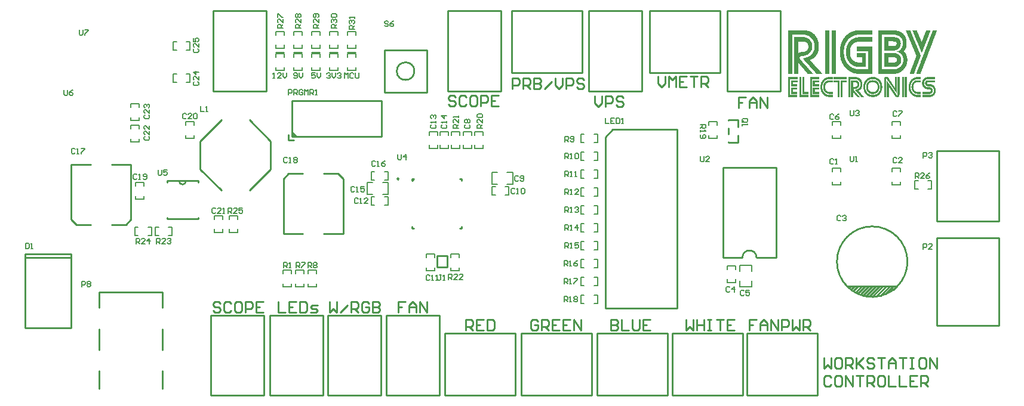
<source format=gto>
G04*
G04 #@! TF.GenerationSoftware,Altium Limited,CircuitStudio,1.5.2 (30)*
G04*
G04 Layer_Color=15065295*
%FSLAX25Y25*%
%MOIN*%
G70*
G01*
G75*
%ADD43C,0.01000*%
%ADD44C,0.00500*%
%ADD45C,0.00700*%
G36*
X1493182Y509836D02*
Y509762D01*
Y509688D01*
Y509613D01*
Y509539D01*
Y509464D01*
Y509390D01*
Y509316D01*
Y509241D01*
Y509167D01*
Y509093D01*
Y509018D01*
Y508944D01*
Y508870D01*
Y508795D01*
Y508721D01*
X1490802D01*
Y508647D01*
Y508572D01*
Y508498D01*
Y508424D01*
Y508349D01*
Y508275D01*
Y508201D01*
Y508126D01*
Y508052D01*
Y507977D01*
Y507903D01*
Y507829D01*
Y507754D01*
Y507680D01*
Y507606D01*
Y507531D01*
Y507457D01*
X1493256D01*
Y507383D01*
Y507308D01*
Y507234D01*
Y507160D01*
Y507085D01*
Y507011D01*
Y506937D01*
Y506862D01*
Y506788D01*
Y506713D01*
Y506639D01*
Y506565D01*
Y506491D01*
Y506416D01*
Y506342D01*
Y506267D01*
X1489687D01*
Y506342D01*
Y506416D01*
Y506491D01*
Y506565D01*
Y506639D01*
Y506713D01*
Y506788D01*
Y506862D01*
Y506937D01*
Y507011D01*
Y507085D01*
Y507160D01*
Y507234D01*
Y507308D01*
Y507383D01*
Y507457D01*
Y507531D01*
Y507606D01*
Y507680D01*
Y507754D01*
Y507829D01*
Y507903D01*
Y507977D01*
Y508052D01*
Y508126D01*
Y508201D01*
Y508275D01*
Y508349D01*
Y508424D01*
Y508498D01*
Y508572D01*
Y508647D01*
Y508721D01*
Y508795D01*
Y508870D01*
Y508944D01*
Y509018D01*
Y509093D01*
Y509167D01*
Y509241D01*
Y509316D01*
Y509390D01*
Y509464D01*
Y509539D01*
Y509613D01*
Y509688D01*
Y509762D01*
Y509836D01*
Y509910D01*
X1493182D01*
Y509836D01*
D02*
G37*
G36*
X1497048Y515635D02*
Y515561D01*
Y515487D01*
Y515412D01*
Y515338D01*
Y515264D01*
Y515189D01*
Y515115D01*
Y515041D01*
Y514966D01*
Y514892D01*
Y514817D01*
Y514743D01*
Y514669D01*
Y514595D01*
Y514520D01*
Y514446D01*
Y514371D01*
Y514297D01*
Y514223D01*
Y514148D01*
Y514074D01*
Y514000D01*
Y513925D01*
Y513851D01*
Y513777D01*
Y513702D01*
Y513628D01*
Y513554D01*
Y513479D01*
Y513405D01*
Y513331D01*
Y513256D01*
Y513182D01*
Y513107D01*
Y513033D01*
Y512959D01*
Y512885D01*
Y512810D01*
Y512736D01*
Y512661D01*
Y512587D01*
Y512513D01*
Y512438D01*
Y512364D01*
Y512290D01*
Y512215D01*
Y512141D01*
Y512067D01*
Y511992D01*
Y511918D01*
Y511844D01*
Y511769D01*
Y511695D01*
Y511621D01*
Y511546D01*
Y511472D01*
Y511398D01*
Y511323D01*
Y511249D01*
Y511174D01*
Y511100D01*
Y511026D01*
Y510951D01*
Y510877D01*
Y510803D01*
Y510728D01*
Y510654D01*
Y510580D01*
Y510505D01*
Y510431D01*
Y510357D01*
Y510282D01*
Y510208D01*
Y510134D01*
Y510059D01*
Y509985D01*
Y509910D01*
Y509836D01*
Y509762D01*
Y509688D01*
Y509613D01*
Y509539D01*
Y509464D01*
Y509390D01*
Y509316D01*
Y509241D01*
Y509167D01*
Y509093D01*
Y509018D01*
Y508944D01*
Y508870D01*
Y508795D01*
Y508721D01*
Y508647D01*
Y508572D01*
Y508498D01*
Y508424D01*
Y508349D01*
Y508275D01*
Y508201D01*
Y508126D01*
Y508052D01*
Y507977D01*
Y507903D01*
Y507829D01*
Y507754D01*
Y507680D01*
Y507606D01*
Y507531D01*
Y507457D01*
X1499501D01*
Y507383D01*
Y507308D01*
Y507234D01*
Y507160D01*
Y507085D01*
Y507011D01*
Y506937D01*
Y506862D01*
Y506788D01*
Y506713D01*
Y506639D01*
Y506565D01*
Y506491D01*
Y506416D01*
Y506342D01*
Y506267D01*
X1495932D01*
Y506342D01*
Y506416D01*
Y506491D01*
Y506565D01*
Y506639D01*
Y506713D01*
Y506788D01*
Y506862D01*
Y506937D01*
Y507011D01*
Y507085D01*
Y507160D01*
Y507234D01*
Y507308D01*
Y507383D01*
Y507457D01*
Y507531D01*
Y507606D01*
Y507680D01*
Y507754D01*
Y507829D01*
Y507903D01*
Y507977D01*
Y508052D01*
Y508126D01*
Y508201D01*
Y508275D01*
Y508349D01*
Y508424D01*
Y508498D01*
Y508572D01*
Y508647D01*
Y508721D01*
Y508795D01*
Y508870D01*
Y508944D01*
Y509018D01*
Y509093D01*
Y509167D01*
Y509241D01*
Y509316D01*
Y509390D01*
Y509464D01*
Y509539D01*
Y509613D01*
Y509688D01*
Y509762D01*
Y509836D01*
Y509910D01*
Y509985D01*
Y510059D01*
Y510134D01*
Y510208D01*
Y510282D01*
Y510357D01*
Y510431D01*
Y510505D01*
Y510580D01*
Y510654D01*
Y510728D01*
Y510803D01*
Y510877D01*
Y510951D01*
Y511026D01*
Y511100D01*
Y511174D01*
Y511249D01*
Y511323D01*
Y511398D01*
Y511472D01*
Y511546D01*
Y511621D01*
Y511695D01*
Y511769D01*
Y511844D01*
Y511918D01*
Y511992D01*
Y512067D01*
Y512141D01*
Y512215D01*
Y512290D01*
Y512364D01*
Y512438D01*
Y512513D01*
Y512587D01*
Y512661D01*
Y512736D01*
Y512810D01*
Y512885D01*
Y512959D01*
Y513033D01*
Y513107D01*
Y513182D01*
Y513256D01*
Y513331D01*
Y513405D01*
Y513479D01*
Y513554D01*
Y513628D01*
Y513702D01*
Y513777D01*
Y513851D01*
Y513925D01*
Y514000D01*
Y514074D01*
Y514148D01*
Y514223D01*
Y514297D01*
Y514371D01*
Y514446D01*
Y514520D01*
Y514595D01*
Y514669D01*
Y514743D01*
Y514817D01*
Y514892D01*
Y514966D01*
Y515041D01*
Y515115D01*
Y515189D01*
Y515264D01*
Y515338D01*
Y515412D01*
Y515487D01*
Y515561D01*
Y515635D01*
Y515710D01*
X1497048D01*
Y515635D01*
D02*
G37*
G36*
X1550282D02*
Y515561D01*
Y515487D01*
Y515412D01*
Y515338D01*
Y515264D01*
Y515189D01*
Y515115D01*
Y515041D01*
Y514966D01*
Y514892D01*
Y514817D01*
Y514743D01*
Y514669D01*
Y514595D01*
Y514520D01*
Y514446D01*
Y514371D01*
Y514297D01*
Y514223D01*
Y514148D01*
Y514074D01*
Y514000D01*
Y513925D01*
Y513851D01*
Y513777D01*
Y513702D01*
Y513628D01*
Y513554D01*
Y513479D01*
Y513405D01*
Y513331D01*
Y513256D01*
Y513182D01*
Y513107D01*
Y513033D01*
Y512959D01*
Y512885D01*
Y512810D01*
Y512736D01*
Y512661D01*
Y512587D01*
Y512513D01*
Y512438D01*
Y512364D01*
Y512290D01*
Y512215D01*
Y512141D01*
Y512067D01*
Y511992D01*
Y511918D01*
Y511844D01*
Y511769D01*
Y511695D01*
Y511621D01*
Y511546D01*
Y511472D01*
Y511398D01*
Y511323D01*
Y511249D01*
Y511174D01*
Y511100D01*
Y511026D01*
Y510951D01*
Y510877D01*
Y510803D01*
Y510728D01*
Y510654D01*
Y510580D01*
Y510505D01*
Y510431D01*
Y510357D01*
Y510282D01*
Y510208D01*
Y510134D01*
Y510059D01*
Y509985D01*
Y509910D01*
Y509836D01*
Y509762D01*
Y509688D01*
Y509613D01*
Y509539D01*
Y509464D01*
Y509390D01*
Y509316D01*
Y509241D01*
Y509167D01*
Y509093D01*
Y509018D01*
Y508944D01*
Y508870D01*
Y508795D01*
Y508721D01*
Y508647D01*
Y508572D01*
Y508498D01*
Y508424D01*
Y508349D01*
Y508275D01*
Y508201D01*
Y508126D01*
Y508052D01*
Y507977D01*
Y507903D01*
Y507829D01*
Y507754D01*
Y507680D01*
Y507606D01*
Y507531D01*
Y507457D01*
Y507383D01*
Y507308D01*
Y507234D01*
Y507160D01*
Y507085D01*
Y507011D01*
Y506937D01*
Y506862D01*
Y506788D01*
Y506713D01*
Y506639D01*
Y506565D01*
Y506491D01*
Y506416D01*
Y506342D01*
Y506267D01*
Y506193D01*
Y506119D01*
Y506044D01*
Y505970D01*
Y505896D01*
Y505821D01*
Y505747D01*
X1550207D01*
Y505673D01*
Y505598D01*
Y505524D01*
Y505450D01*
Y505375D01*
Y505301D01*
X1550133D01*
Y505227D01*
Y505152D01*
Y505078D01*
X1550058D01*
Y505003D01*
Y504929D01*
X1549984D01*
Y504855D01*
Y504780D01*
X1549910D01*
Y504706D01*
X1549835D01*
Y504632D01*
X1549761D01*
Y504557D01*
X1549687D01*
Y504483D01*
X1549538D01*
Y504409D01*
X1548571D01*
Y504483D01*
X1548348D01*
Y504557D01*
X1548274D01*
Y504632D01*
X1548200D01*
Y504706D01*
X1548125D01*
Y504780D01*
X1548051D01*
Y504855D01*
X1547977D01*
Y504929D01*
X1547902D01*
Y505003D01*
X1547828D01*
Y505078D01*
Y505152D01*
X1547754D01*
Y505227D01*
X1547679D01*
Y505301D01*
Y505375D01*
X1547605D01*
Y505450D01*
X1547531D01*
Y505524D01*
Y505598D01*
X1547456D01*
Y505673D01*
X1547382D01*
Y505747D01*
Y505821D01*
X1547307D01*
Y505896D01*
X1547233D01*
Y505970D01*
Y506044D01*
X1547159D01*
Y506119D01*
X1547085D01*
Y506193D01*
X1547010D01*
Y506267D01*
Y506342D01*
X1546936D01*
Y506416D01*
X1546861D01*
Y506491D01*
Y506565D01*
X1546787D01*
Y506639D01*
X1546713D01*
Y506713D01*
Y506788D01*
X1546638D01*
Y506862D01*
X1546564D01*
Y506937D01*
Y507011D01*
X1546490D01*
Y507085D01*
X1546415D01*
Y507160D01*
Y507234D01*
X1546341D01*
Y507308D01*
X1546267D01*
Y507383D01*
Y507457D01*
X1546192D01*
Y507531D01*
X1546118D01*
Y507606D01*
Y507680D01*
X1546044D01*
Y507754D01*
X1545969D01*
Y507829D01*
Y507903D01*
X1545895D01*
Y507977D01*
X1545821D01*
Y508052D01*
Y508126D01*
X1545746D01*
Y508201D01*
X1545672D01*
Y508275D01*
Y508349D01*
X1545597D01*
Y508424D01*
X1545523D01*
Y508498D01*
X1545449D01*
Y508572D01*
Y508647D01*
X1545374D01*
Y508721D01*
X1545300D01*
Y508795D01*
Y508870D01*
X1545226D01*
Y508944D01*
X1545151D01*
Y509018D01*
Y509093D01*
X1545077D01*
Y509167D01*
X1545003D01*
Y509241D01*
Y509316D01*
X1544928D01*
Y509390D01*
X1544854D01*
Y509464D01*
Y509539D01*
X1544780D01*
Y509613D01*
X1544705D01*
Y509688D01*
Y509762D01*
X1544631D01*
Y509836D01*
X1544557D01*
Y509910D01*
Y509985D01*
X1544482D01*
Y510059D01*
X1544408D01*
Y510134D01*
Y510208D01*
X1544334D01*
Y510282D01*
X1544259D01*
Y510208D01*
Y510134D01*
Y510059D01*
Y509985D01*
Y509910D01*
Y509836D01*
Y509762D01*
Y509688D01*
Y509613D01*
Y509539D01*
Y509464D01*
Y509390D01*
Y509316D01*
Y509241D01*
Y509167D01*
Y509093D01*
Y509018D01*
Y508944D01*
Y508870D01*
Y508795D01*
Y508721D01*
Y508647D01*
Y508572D01*
Y508498D01*
Y508424D01*
Y508349D01*
Y508275D01*
Y508201D01*
Y508126D01*
Y508052D01*
Y507977D01*
Y507903D01*
Y507829D01*
Y507754D01*
Y507680D01*
Y507606D01*
Y507531D01*
Y507457D01*
Y507383D01*
Y507308D01*
Y507234D01*
Y507160D01*
Y507085D01*
Y507011D01*
Y506937D01*
Y506862D01*
Y506788D01*
Y506713D01*
Y506639D01*
Y506565D01*
Y506491D01*
Y506416D01*
Y506342D01*
Y506267D01*
Y506193D01*
Y506119D01*
Y506044D01*
Y505970D01*
Y505896D01*
Y505821D01*
Y505747D01*
Y505673D01*
Y505598D01*
Y505524D01*
Y505450D01*
Y505375D01*
Y505301D01*
Y505227D01*
Y505152D01*
Y505078D01*
Y505003D01*
Y504929D01*
Y504855D01*
Y504780D01*
Y504706D01*
Y504632D01*
Y504557D01*
Y504483D01*
X1543218D01*
Y504557D01*
Y504632D01*
Y504706D01*
Y504780D01*
Y504855D01*
Y504929D01*
Y505003D01*
Y505078D01*
Y505152D01*
Y505227D01*
Y505301D01*
Y505375D01*
Y505450D01*
Y505524D01*
Y505598D01*
Y505673D01*
Y505747D01*
Y505821D01*
Y505896D01*
Y505970D01*
Y506044D01*
Y506119D01*
Y506193D01*
Y506267D01*
Y506342D01*
Y506416D01*
Y506491D01*
Y506565D01*
Y506639D01*
Y506713D01*
Y506788D01*
Y506862D01*
Y506937D01*
Y507011D01*
Y507085D01*
Y507160D01*
Y507234D01*
Y507308D01*
Y507383D01*
Y507457D01*
Y507531D01*
Y507606D01*
Y507680D01*
Y507754D01*
Y507829D01*
Y507903D01*
Y507977D01*
Y508052D01*
Y508126D01*
Y508201D01*
Y508275D01*
Y508349D01*
Y508424D01*
Y508498D01*
Y508572D01*
Y508647D01*
Y508721D01*
Y508795D01*
Y508870D01*
Y508944D01*
Y509018D01*
Y509093D01*
Y509167D01*
Y509241D01*
Y509316D01*
Y509390D01*
Y509464D01*
Y509539D01*
Y509613D01*
Y509688D01*
Y509762D01*
Y509836D01*
Y509910D01*
Y509985D01*
Y510059D01*
Y510134D01*
Y510208D01*
Y510282D01*
Y510357D01*
Y510431D01*
Y510505D01*
Y510580D01*
Y510654D01*
Y510728D01*
Y510803D01*
Y510877D01*
Y510951D01*
Y511026D01*
Y511100D01*
Y511174D01*
Y511249D01*
Y511323D01*
Y511398D01*
Y511472D01*
Y511546D01*
Y511621D01*
Y511695D01*
Y511769D01*
Y511844D01*
Y511918D01*
Y511992D01*
Y512067D01*
Y512141D01*
Y512215D01*
Y512290D01*
Y512364D01*
Y512438D01*
Y512513D01*
Y512587D01*
Y512661D01*
Y512736D01*
Y512810D01*
Y512885D01*
Y512959D01*
Y513033D01*
Y513107D01*
Y513182D01*
Y513256D01*
Y513331D01*
Y513405D01*
Y513479D01*
Y513554D01*
X1543293D01*
Y513479D01*
Y513405D01*
X1543367D01*
Y513331D01*
X1543441D01*
Y513256D01*
Y513182D01*
X1543516D01*
Y513107D01*
X1543590D01*
Y513033D01*
X1543664D01*
Y512959D01*
Y512885D01*
X1543739D01*
Y512810D01*
X1543813D01*
Y512736D01*
Y512661D01*
X1543888D01*
Y512587D01*
X1543962D01*
Y512513D01*
Y512438D01*
X1544036D01*
Y512364D01*
X1544110D01*
Y512290D01*
X1544185D01*
Y512215D01*
Y512141D01*
X1544259D01*
Y512067D01*
X1544334D01*
Y511992D01*
Y511918D01*
X1544408D01*
Y511844D01*
X1544482D01*
Y511769D01*
Y511695D01*
X1544557D01*
Y511621D01*
X1544631D01*
Y511546D01*
X1544705D01*
Y511472D01*
Y511398D01*
X1544780D01*
Y511323D01*
X1544854D01*
Y511249D01*
Y511174D01*
X1544928D01*
Y511100D01*
X1545003D01*
Y511026D01*
Y510951D01*
X1545077D01*
Y510877D01*
X1545151D01*
Y510803D01*
X1545226D01*
Y510728D01*
Y510654D01*
X1545300D01*
Y510580D01*
X1545374D01*
Y510505D01*
Y510431D01*
X1545449D01*
Y510357D01*
X1545523D01*
Y510282D01*
X1545597D01*
Y510208D01*
Y510134D01*
X1545672D01*
Y510059D01*
X1545746D01*
Y509985D01*
Y509910D01*
X1545821D01*
Y509836D01*
X1545895D01*
Y509762D01*
Y509688D01*
X1545969D01*
Y509613D01*
X1546044D01*
Y509539D01*
X1546118D01*
Y509464D01*
Y509390D01*
X1546192D01*
Y509316D01*
X1546267D01*
Y509241D01*
Y509167D01*
X1546341D01*
Y509093D01*
X1546415D01*
Y509018D01*
Y508944D01*
X1546490D01*
Y508870D01*
X1546564D01*
Y508795D01*
X1546638D01*
Y508721D01*
Y508647D01*
X1546713D01*
Y508572D01*
X1546787D01*
Y508498D01*
Y508424D01*
X1546861D01*
Y508349D01*
X1546936D01*
Y508275D01*
Y508201D01*
X1547010D01*
Y508126D01*
X1547085D01*
Y508052D01*
X1547159D01*
Y507977D01*
Y507903D01*
X1547233D01*
Y507829D01*
X1547307D01*
Y507754D01*
Y507680D01*
X1547382D01*
Y507606D01*
X1547456D01*
Y507531D01*
Y507457D01*
X1547531D01*
Y507383D01*
X1547605D01*
Y507308D01*
X1547679D01*
Y507234D01*
Y507160D01*
X1547754D01*
Y507085D01*
X1547828D01*
Y507011D01*
Y506937D01*
X1547902D01*
Y506862D01*
X1547977D01*
Y506788D01*
Y506713D01*
X1548051D01*
Y506639D01*
X1548125D01*
Y506565D01*
X1548200D01*
Y506491D01*
Y506416D01*
X1548274D01*
Y506342D01*
X1548348D01*
Y506267D01*
Y506193D01*
X1548423D01*
Y506119D01*
X1548497D01*
Y506044D01*
X1548571D01*
Y505970D01*
Y505896D01*
X1548646D01*
Y505821D01*
X1548720D01*
Y505747D01*
Y505673D01*
X1548794D01*
Y505598D01*
X1549092D01*
Y505673D01*
X1549166D01*
Y505747D01*
Y505821D01*
Y505896D01*
Y505970D01*
Y506044D01*
Y506119D01*
Y506193D01*
Y506267D01*
Y506342D01*
Y506416D01*
Y506491D01*
Y506565D01*
Y506639D01*
Y506713D01*
Y506788D01*
Y506862D01*
Y506937D01*
Y507011D01*
Y507085D01*
Y507160D01*
Y507234D01*
Y507308D01*
Y507383D01*
Y507457D01*
Y507531D01*
Y507606D01*
Y507680D01*
Y507754D01*
Y507829D01*
Y507903D01*
Y507977D01*
Y508052D01*
Y508126D01*
Y508201D01*
Y508275D01*
Y508349D01*
Y508424D01*
Y508498D01*
Y508572D01*
Y508647D01*
Y508721D01*
Y508795D01*
Y508870D01*
Y508944D01*
Y509018D01*
Y509093D01*
Y509167D01*
Y509241D01*
Y509316D01*
Y509390D01*
Y509464D01*
Y509539D01*
Y509613D01*
Y509688D01*
Y509762D01*
Y509836D01*
Y509910D01*
Y509985D01*
Y510059D01*
Y510134D01*
Y510208D01*
Y510282D01*
Y510357D01*
Y510431D01*
Y510505D01*
Y510580D01*
Y510654D01*
Y510728D01*
Y510803D01*
Y510877D01*
Y510951D01*
Y511026D01*
Y511100D01*
Y511174D01*
Y511249D01*
Y511323D01*
Y511398D01*
Y511472D01*
Y511546D01*
Y511621D01*
Y511695D01*
Y511769D01*
Y511844D01*
Y511918D01*
Y511992D01*
Y512067D01*
Y512141D01*
Y512215D01*
Y512290D01*
Y512364D01*
Y512438D01*
Y512513D01*
Y512587D01*
Y512661D01*
Y512736D01*
Y512810D01*
Y512885D01*
Y512959D01*
Y513033D01*
Y513107D01*
Y513182D01*
Y513256D01*
Y513331D01*
Y513405D01*
Y513479D01*
Y513554D01*
Y513628D01*
Y513702D01*
Y513777D01*
Y513851D01*
Y513925D01*
Y514000D01*
Y514074D01*
Y514148D01*
Y514223D01*
Y514297D01*
Y514371D01*
Y514446D01*
Y514520D01*
Y514595D01*
Y514669D01*
Y514743D01*
Y514817D01*
Y514892D01*
Y514966D01*
Y515041D01*
Y515115D01*
Y515189D01*
Y515264D01*
Y515338D01*
Y515412D01*
Y515487D01*
Y515561D01*
Y515635D01*
Y515710D01*
X1550282D01*
Y515635D01*
D02*
G37*
G36*
X1526044D02*
X1526564D01*
Y515561D01*
X1526862D01*
Y515487D01*
X1527085D01*
Y515412D01*
X1527233D01*
Y515338D01*
X1527456D01*
Y515264D01*
X1527605D01*
Y515189D01*
X1527679D01*
Y515115D01*
X1527828D01*
Y515041D01*
X1527977D01*
Y514966D01*
X1528051D01*
Y514892D01*
X1528125D01*
Y514817D01*
X1528200D01*
Y514743D01*
X1528274D01*
Y514669D01*
X1528423D01*
Y514595D01*
X1528497D01*
Y514520D01*
Y514446D01*
X1528572D01*
Y514371D01*
X1528646D01*
Y514297D01*
X1528720D01*
Y514223D01*
X1528795D01*
Y514148D01*
Y514074D01*
X1528869D01*
Y514000D01*
X1528943D01*
Y513925D01*
Y513851D01*
X1529018D01*
Y513777D01*
Y513702D01*
X1529092D01*
Y513628D01*
Y513554D01*
X1529166D01*
Y513479D01*
Y513405D01*
X1529241D01*
Y513331D01*
Y513256D01*
Y513182D01*
X1529315D01*
Y513107D01*
Y513033D01*
Y512959D01*
X1529389D01*
Y512885D01*
Y512810D01*
Y512736D01*
Y512661D01*
X1529464D01*
Y512587D01*
Y512513D01*
Y512438D01*
Y512364D01*
Y512290D01*
Y512215D01*
Y512141D01*
X1529538D01*
Y512067D01*
Y511992D01*
Y511918D01*
Y511844D01*
Y511769D01*
Y511695D01*
Y511621D01*
Y511546D01*
Y511472D01*
Y511398D01*
Y511323D01*
Y511249D01*
Y511174D01*
Y511100D01*
Y511026D01*
Y510951D01*
X1529464D01*
Y510877D01*
Y510803D01*
Y510728D01*
Y510654D01*
Y510580D01*
Y510505D01*
X1529389D01*
Y510431D01*
Y510357D01*
Y510282D01*
Y510208D01*
Y510134D01*
X1529315D01*
Y510059D01*
Y509985D01*
X1529241D01*
Y509910D01*
Y509836D01*
Y509762D01*
X1529166D01*
Y509688D01*
Y509613D01*
X1529092D01*
Y509539D01*
Y509464D01*
X1529018D01*
Y509390D01*
X1528943D01*
Y509316D01*
Y509241D01*
X1528869D01*
Y509167D01*
X1528795D01*
Y509093D01*
X1528720D01*
Y509018D01*
Y508944D01*
X1528646D01*
Y508870D01*
X1528572D01*
Y508795D01*
X1528497D01*
Y508721D01*
X1528349D01*
Y508647D01*
X1528274D01*
Y508572D01*
X1528200D01*
Y508498D01*
X1528051D01*
Y508424D01*
X1527977D01*
Y508349D01*
X1527828D01*
Y508275D01*
X1527679D01*
Y508201D01*
X1527531D01*
Y508126D01*
X1527382D01*
Y508052D01*
X1527308D01*
Y507977D01*
X1527382D01*
Y507903D01*
X1527456D01*
Y507829D01*
X1527531D01*
Y507754D01*
X1527605D01*
Y507680D01*
X1527679D01*
Y507606D01*
X1527754D01*
Y507531D01*
X1527828D01*
Y507457D01*
X1527903D01*
Y507383D01*
X1527977D01*
Y507308D01*
Y507234D01*
X1528051D01*
Y507160D01*
X1528125D01*
Y507085D01*
X1528200D01*
Y507011D01*
X1528274D01*
Y506937D01*
X1528349D01*
Y506862D01*
X1528423D01*
Y506788D01*
X1528497D01*
Y506713D01*
X1528572D01*
Y506639D01*
X1528646D01*
Y506565D01*
X1528720D01*
Y506491D01*
Y506416D01*
X1528795D01*
Y506342D01*
X1528869D01*
Y506267D01*
X1528943D01*
Y506193D01*
X1529018D01*
Y506119D01*
X1529092D01*
Y506044D01*
X1529166D01*
Y505970D01*
X1529241D01*
Y505896D01*
X1529315D01*
Y505821D01*
X1529389D01*
Y505747D01*
X1529464D01*
Y505673D01*
Y505598D01*
X1529538D01*
Y505524D01*
X1529613D01*
Y505450D01*
X1529687D01*
Y505375D01*
X1529761D01*
Y505301D01*
X1529836D01*
Y505227D01*
X1529910D01*
Y505152D01*
X1529984D01*
Y505078D01*
X1530059D01*
Y505003D01*
X1530133D01*
Y504929D01*
X1530207D01*
Y504855D01*
Y504780D01*
X1530282D01*
Y504706D01*
X1530356D01*
Y504632D01*
X1530430D01*
Y504557D01*
X1528869D01*
Y504632D01*
X1528795D01*
Y504706D01*
X1528720D01*
Y504780D01*
X1528646D01*
Y504855D01*
X1528572D01*
Y504929D01*
Y505003D01*
X1528497D01*
Y505078D01*
X1528423D01*
Y505152D01*
X1528349D01*
Y505227D01*
X1528274D01*
Y505301D01*
X1528200D01*
Y505375D01*
X1528125D01*
Y505450D01*
X1528051D01*
Y505524D01*
X1527977D01*
Y505598D01*
X1527903D01*
Y505673D01*
X1527828D01*
Y505747D01*
Y505821D01*
X1527754D01*
Y505896D01*
X1527679D01*
Y505970D01*
X1527605D01*
Y506044D01*
X1527531D01*
Y506119D01*
X1527456D01*
Y506193D01*
X1527382D01*
Y506267D01*
X1527308D01*
Y506342D01*
X1527233D01*
Y506416D01*
X1527159D01*
Y506491D01*
Y506565D01*
X1527085D01*
Y506639D01*
X1527010D01*
Y506713D01*
X1526936D01*
Y506788D01*
X1526862D01*
Y506862D01*
X1526787D01*
Y506937D01*
X1526713D01*
Y507011D01*
X1526639D01*
Y507085D01*
X1526564D01*
Y507160D01*
X1526490D01*
Y507234D01*
Y507308D01*
X1526416D01*
Y507383D01*
X1526341D01*
Y507457D01*
X1526267D01*
Y507531D01*
X1526192D01*
Y507606D01*
X1526118D01*
Y507680D01*
X1526044D01*
Y507754D01*
X1525969D01*
Y507829D01*
X1525895D01*
Y507903D01*
X1525821D01*
Y507977D01*
X1525746D01*
Y508052D01*
Y508126D01*
X1525672D01*
Y508201D01*
X1525598D01*
Y508275D01*
X1525523D01*
Y508349D01*
X1525449D01*
Y508424D01*
X1525375D01*
Y508498D01*
X1525449D01*
Y508572D01*
X1525821D01*
Y508647D01*
X1526118D01*
Y508721D01*
X1526341D01*
Y508795D01*
X1526490D01*
Y508870D01*
X1526713D01*
Y508944D01*
X1526862D01*
Y509018D01*
X1527010D01*
Y509093D01*
X1527159D01*
Y509167D01*
X1527233D01*
Y509241D01*
X1527382D01*
Y509316D01*
X1527456D01*
Y509390D01*
X1527531D01*
Y509464D01*
X1527605D01*
Y509539D01*
X1527679D01*
Y509613D01*
X1527754D01*
Y509688D01*
X1527828D01*
Y509762D01*
X1527903D01*
Y509836D01*
Y509910D01*
X1527977D01*
Y509985D01*
X1528051D01*
Y510059D01*
Y510134D01*
X1528125D01*
Y510208D01*
Y510282D01*
X1528200D01*
Y510357D01*
Y510431D01*
X1528274D01*
Y510505D01*
Y510580D01*
Y510654D01*
Y510728D01*
X1528349D01*
Y510803D01*
Y510877D01*
Y510951D01*
Y511026D01*
X1528423D01*
Y511100D01*
Y511174D01*
Y511249D01*
Y511323D01*
Y511398D01*
Y511472D01*
Y511546D01*
Y511621D01*
Y511695D01*
Y511769D01*
Y511844D01*
Y511918D01*
Y511992D01*
Y512067D01*
X1528349D01*
Y512141D01*
Y512215D01*
Y512290D01*
Y512364D01*
X1528274D01*
Y512438D01*
Y512513D01*
Y512587D01*
Y512661D01*
X1528200D01*
Y512736D01*
Y512810D01*
X1528125D01*
Y512885D01*
Y512959D01*
X1528051D01*
Y513033D01*
Y513107D01*
X1527977D01*
Y513182D01*
Y513256D01*
X1527903D01*
Y513331D01*
X1527828D01*
Y513405D01*
X1527754D01*
Y513479D01*
X1527679D01*
Y513554D01*
Y513628D01*
X1527605D01*
Y513702D01*
X1527531D01*
Y513777D01*
X1527382D01*
Y513851D01*
X1527308D01*
Y513925D01*
X1527233D01*
Y514000D01*
X1527159D01*
Y514074D01*
X1527010D01*
Y514148D01*
X1526862D01*
Y514223D01*
X1526713D01*
Y514297D01*
X1526564D01*
Y514371D01*
X1526341D01*
Y514446D01*
X1525895D01*
Y514520D01*
X1522772D01*
Y514446D01*
Y514371D01*
Y514297D01*
Y514223D01*
Y514148D01*
Y514074D01*
Y514000D01*
Y513925D01*
Y513851D01*
Y513777D01*
Y513702D01*
Y513628D01*
Y513554D01*
Y513479D01*
Y513405D01*
Y513331D01*
Y513256D01*
Y513182D01*
Y513107D01*
Y513033D01*
Y512959D01*
Y512885D01*
Y512810D01*
Y512736D01*
Y512661D01*
Y512587D01*
Y512513D01*
Y512438D01*
Y512364D01*
Y512290D01*
Y512215D01*
Y512141D01*
Y512067D01*
Y511992D01*
Y511918D01*
Y511844D01*
Y511769D01*
Y511695D01*
Y511621D01*
Y511546D01*
Y511472D01*
Y511398D01*
Y511323D01*
Y511249D01*
Y511174D01*
Y511100D01*
Y511026D01*
Y510951D01*
Y510877D01*
Y510803D01*
Y510728D01*
Y510654D01*
Y510580D01*
Y510505D01*
Y510431D01*
Y510357D01*
Y510282D01*
Y510208D01*
Y510134D01*
Y510059D01*
Y509985D01*
Y509910D01*
Y509836D01*
Y509762D01*
Y509688D01*
Y509613D01*
Y509539D01*
Y509464D01*
Y509390D01*
Y509316D01*
Y509241D01*
Y509167D01*
Y509093D01*
Y509018D01*
Y508944D01*
Y508870D01*
Y508795D01*
Y508721D01*
Y508647D01*
Y508572D01*
Y508498D01*
Y508424D01*
Y508349D01*
Y508275D01*
Y508201D01*
Y508126D01*
Y508052D01*
Y507977D01*
Y507903D01*
Y507829D01*
Y507754D01*
Y507680D01*
Y507606D01*
Y507531D01*
Y507457D01*
Y507383D01*
Y507308D01*
Y507234D01*
Y507160D01*
Y507085D01*
Y507011D01*
Y506937D01*
Y506862D01*
Y506788D01*
Y506713D01*
Y506639D01*
Y506565D01*
Y506491D01*
Y506416D01*
Y506342D01*
Y506267D01*
Y506193D01*
Y506119D01*
Y506044D01*
Y505970D01*
Y505896D01*
Y505821D01*
Y505747D01*
Y505673D01*
Y505598D01*
Y505524D01*
Y505450D01*
Y505375D01*
Y505301D01*
Y505227D01*
Y505152D01*
Y505078D01*
Y505003D01*
Y504929D01*
Y504855D01*
Y504780D01*
Y504706D01*
Y504632D01*
Y504557D01*
X1521657D01*
Y504632D01*
Y504706D01*
Y504780D01*
Y504855D01*
Y504929D01*
Y505003D01*
Y505078D01*
Y505152D01*
Y505227D01*
Y505301D01*
Y505375D01*
Y505450D01*
Y505524D01*
Y505598D01*
Y505673D01*
Y505747D01*
Y505821D01*
Y505896D01*
Y505970D01*
Y506044D01*
Y506119D01*
Y506193D01*
Y506267D01*
Y506342D01*
Y506416D01*
Y506491D01*
Y506565D01*
Y506639D01*
Y506713D01*
Y506788D01*
Y506862D01*
Y506937D01*
Y507011D01*
Y507085D01*
Y507160D01*
Y507234D01*
Y507308D01*
Y507383D01*
Y507457D01*
Y507531D01*
Y507606D01*
Y507680D01*
Y507754D01*
Y507829D01*
Y507903D01*
Y507977D01*
Y508052D01*
Y508126D01*
Y508201D01*
Y508275D01*
Y508349D01*
Y508424D01*
Y508498D01*
Y508572D01*
Y508647D01*
Y508721D01*
Y508795D01*
Y508870D01*
Y508944D01*
Y509018D01*
Y509093D01*
Y509167D01*
Y509241D01*
Y509316D01*
Y509390D01*
Y509464D01*
Y509539D01*
Y509613D01*
Y509688D01*
Y509762D01*
Y509836D01*
Y509910D01*
Y509985D01*
Y510059D01*
Y510134D01*
Y510208D01*
Y510282D01*
Y510357D01*
Y510431D01*
Y510505D01*
Y510580D01*
Y510654D01*
Y510728D01*
Y510803D01*
Y510877D01*
Y510951D01*
Y511026D01*
Y511100D01*
Y511174D01*
Y511249D01*
Y511323D01*
Y511398D01*
Y511472D01*
Y511546D01*
Y511621D01*
Y511695D01*
Y511769D01*
Y511844D01*
Y511918D01*
Y511992D01*
Y512067D01*
Y512141D01*
Y512215D01*
Y512290D01*
Y512364D01*
Y512438D01*
Y512513D01*
Y512587D01*
Y512661D01*
Y512736D01*
Y512810D01*
Y512885D01*
Y512959D01*
Y513033D01*
Y513107D01*
Y513182D01*
Y513256D01*
Y513331D01*
Y513405D01*
Y513479D01*
Y513554D01*
Y513628D01*
Y513702D01*
Y513777D01*
Y513851D01*
Y513925D01*
Y514000D01*
Y514074D01*
Y514148D01*
Y514223D01*
Y514297D01*
Y514371D01*
Y514446D01*
Y514520D01*
Y514595D01*
Y514669D01*
Y514743D01*
Y514817D01*
Y514892D01*
Y514966D01*
Y515041D01*
Y515115D01*
Y515189D01*
Y515264D01*
Y515338D01*
Y515412D01*
Y515487D01*
Y515561D01*
Y515635D01*
Y515710D01*
X1526044D01*
Y515635D01*
D02*
G37*
G36*
X1536155D02*
X1536601D01*
Y515561D01*
X1536899D01*
Y515487D01*
X1537196D01*
Y515412D01*
X1537345D01*
Y515338D01*
X1537568D01*
Y515264D01*
X1537716D01*
Y515189D01*
X1537865D01*
Y515115D01*
X1538014D01*
Y515041D01*
X1538163D01*
Y514966D01*
X1538237D01*
Y514892D01*
X1538386D01*
Y514817D01*
X1538460D01*
Y514743D01*
X1538609D01*
Y514669D01*
X1538683D01*
Y514595D01*
X1538757D01*
Y514520D01*
X1538832D01*
Y514446D01*
X1538906D01*
Y514371D01*
X1538980D01*
Y514297D01*
X1539055D01*
Y514223D01*
X1539129D01*
Y514148D01*
X1539203D01*
Y514074D01*
X1539278D01*
Y514000D01*
X1539352D01*
Y513925D01*
X1539427D01*
Y513851D01*
X1539501D01*
Y513777D01*
Y513702D01*
X1539575D01*
Y513628D01*
X1539650D01*
Y513554D01*
Y513479D01*
X1539724D01*
Y513405D01*
X1539798D01*
Y513331D01*
Y513256D01*
X1539873D01*
Y513182D01*
Y513107D01*
X1539947D01*
Y513033D01*
Y512959D01*
X1540021D01*
Y512885D01*
Y512810D01*
X1540096D01*
Y512736D01*
Y512661D01*
X1540170D01*
Y512587D01*
Y512513D01*
Y512438D01*
X1540244D01*
Y512364D01*
Y512290D01*
X1540319D01*
Y512215D01*
Y512141D01*
Y512067D01*
Y511992D01*
X1540393D01*
Y511918D01*
Y511844D01*
Y511769D01*
X1540467D01*
Y511695D01*
Y511621D01*
Y511546D01*
Y511472D01*
Y511398D01*
X1540542D01*
Y511323D01*
Y511249D01*
Y511174D01*
Y511100D01*
Y511026D01*
Y510951D01*
Y510877D01*
X1540616D01*
Y510803D01*
Y510728D01*
Y510654D01*
Y510580D01*
Y510505D01*
Y510431D01*
Y510357D01*
Y510282D01*
Y510208D01*
Y510134D01*
Y510059D01*
Y509985D01*
Y509910D01*
Y509836D01*
Y509762D01*
Y509688D01*
Y509613D01*
Y509539D01*
Y509464D01*
Y509390D01*
X1540542D01*
Y509316D01*
Y509241D01*
Y509167D01*
Y509093D01*
Y509018D01*
Y508944D01*
Y508870D01*
Y508795D01*
X1540467D01*
Y508721D01*
Y508647D01*
Y508572D01*
Y508498D01*
X1540393D01*
Y508424D01*
Y508349D01*
Y508275D01*
Y508201D01*
X1540319D01*
Y508126D01*
Y508052D01*
Y507977D01*
X1540244D01*
Y507903D01*
Y507829D01*
Y507754D01*
X1540170D01*
Y507680D01*
Y507606D01*
X1540096D01*
Y507531D01*
Y507457D01*
Y507383D01*
X1540021D01*
Y507308D01*
Y507234D01*
X1539947D01*
Y507160D01*
Y507085D01*
X1539873D01*
Y507011D01*
Y506937D01*
X1539798D01*
Y506862D01*
X1539724D01*
Y506788D01*
Y506713D01*
X1539650D01*
Y506639D01*
X1539575D01*
Y506565D01*
Y506491D01*
X1539501D01*
Y506416D01*
X1539427D01*
Y506342D01*
X1539352D01*
Y506267D01*
Y506193D01*
X1539278D01*
Y506119D01*
X1539203D01*
Y506044D01*
X1539129D01*
Y505970D01*
X1539055D01*
Y505896D01*
X1538980D01*
Y505821D01*
X1538906D01*
Y505747D01*
X1538832D01*
Y505673D01*
X1538757D01*
Y505598D01*
X1538609D01*
Y505524D01*
X1538534D01*
Y505450D01*
X1538460D01*
Y505375D01*
X1538311D01*
Y505301D01*
X1538237D01*
Y505227D01*
X1538088D01*
Y505152D01*
X1537940D01*
Y505078D01*
X1537865D01*
Y505003D01*
X1537716D01*
Y504929D01*
X1537494D01*
Y504855D01*
X1537345D01*
Y504780D01*
X1537122D01*
Y504706D01*
X1536824D01*
Y504632D01*
X1536453D01*
Y504557D01*
X1534297D01*
Y504632D01*
X1533925D01*
Y504706D01*
X1533627D01*
Y504780D01*
X1533404D01*
Y504855D01*
X1533181D01*
Y504929D01*
X1533033D01*
Y505003D01*
X1532884D01*
Y505078D01*
X1532735D01*
Y505152D01*
X1532586D01*
Y505227D01*
X1532512D01*
Y505301D01*
X1532363D01*
Y505375D01*
X1532289D01*
Y505450D01*
X1532140D01*
Y505524D01*
X1532066D01*
Y505598D01*
X1531992D01*
Y505673D01*
X1531843D01*
Y505747D01*
X1531769D01*
Y505821D01*
X1531694D01*
Y505896D01*
X1531620D01*
Y505970D01*
X1531546D01*
Y506044D01*
X1531471D01*
Y506119D01*
Y506193D01*
X1531397D01*
Y506267D01*
X1531322D01*
Y506342D01*
X1531248D01*
Y506416D01*
X1531174D01*
Y506491D01*
Y506565D01*
X1531100D01*
Y506639D01*
X1531025D01*
Y506713D01*
Y506788D01*
X1530951D01*
Y506862D01*
X1530876D01*
Y506937D01*
Y507011D01*
X1530802D01*
Y507085D01*
Y507160D01*
X1530728D01*
Y507234D01*
Y507308D01*
X1530653D01*
Y507383D01*
Y507457D01*
X1530579D01*
Y507531D01*
Y507606D01*
Y507680D01*
X1530505D01*
Y507754D01*
Y507829D01*
X1530430D01*
Y507903D01*
Y507977D01*
Y508052D01*
X1530356D01*
Y508126D01*
Y508201D01*
Y508275D01*
X1530282D01*
Y508349D01*
Y508424D01*
Y508498D01*
Y508572D01*
Y508647D01*
X1530207D01*
Y508721D01*
Y508795D01*
Y508870D01*
Y508944D01*
Y509018D01*
X1530133D01*
Y509093D01*
Y509167D01*
Y509241D01*
Y509316D01*
Y509390D01*
Y509464D01*
Y509539D01*
Y509613D01*
Y509688D01*
Y509762D01*
Y509836D01*
Y509910D01*
Y509985D01*
X1530059D01*
Y510059D01*
Y510134D01*
Y510208D01*
Y510282D01*
X1530133D01*
Y510357D01*
Y510431D01*
Y510505D01*
Y510580D01*
Y510654D01*
Y510728D01*
Y510803D01*
Y510877D01*
Y510951D01*
Y511026D01*
Y511100D01*
Y511174D01*
Y511249D01*
X1530207D01*
Y511323D01*
Y511398D01*
Y511472D01*
Y511546D01*
Y511621D01*
X1530282D01*
Y511695D01*
Y511769D01*
Y511844D01*
Y511918D01*
X1530356D01*
Y511992D01*
Y512067D01*
Y512141D01*
X1530430D01*
Y512215D01*
Y512290D01*
Y512364D01*
X1530505D01*
Y512438D01*
Y512513D01*
Y512587D01*
X1530579D01*
Y512661D01*
Y512736D01*
X1530653D01*
Y512810D01*
Y512885D01*
Y512959D01*
X1530728D01*
Y513033D01*
X1530802D01*
Y513107D01*
Y513182D01*
X1530876D01*
Y513256D01*
Y513331D01*
X1530951D01*
Y513405D01*
Y513479D01*
X1531025D01*
Y513554D01*
X1531100D01*
Y513628D01*
Y513702D01*
X1531174D01*
Y513777D01*
X1531248D01*
Y513851D01*
X1531322D01*
Y513925D01*
Y514000D01*
X1531397D01*
Y514074D01*
X1531471D01*
Y514148D01*
X1531546D01*
Y514223D01*
X1531620D01*
Y514297D01*
X1531694D01*
Y514371D01*
X1531769D01*
Y514446D01*
X1531843D01*
Y514520D01*
X1531917D01*
Y514595D01*
X1532066D01*
Y514669D01*
X1532140D01*
Y514743D01*
X1532215D01*
Y514817D01*
X1532289D01*
Y514892D01*
X1532438D01*
Y514966D01*
X1532586D01*
Y515041D01*
X1532661D01*
Y515115D01*
X1532810D01*
Y515189D01*
X1532958D01*
Y515264D01*
X1533107D01*
Y515338D01*
X1533330D01*
Y515412D01*
X1533553D01*
Y515487D01*
X1533776D01*
Y515561D01*
X1534073D01*
Y515635D01*
X1534594D01*
Y515710D01*
X1536155D01*
Y515635D01*
D02*
G37*
G36*
X1569984D02*
Y515561D01*
Y515487D01*
Y515412D01*
Y515338D01*
Y515264D01*
Y515189D01*
Y515115D01*
Y515041D01*
Y514966D01*
Y514892D01*
Y514817D01*
Y514743D01*
Y514669D01*
Y514595D01*
Y514520D01*
X1565746D01*
Y514446D01*
X1565449D01*
Y514371D01*
X1565226D01*
Y514297D01*
X1565077D01*
Y514223D01*
X1564928D01*
Y514148D01*
X1564779D01*
Y514074D01*
X1564705D01*
Y514000D01*
X1564631D01*
Y513925D01*
X1564556D01*
Y513851D01*
X1564482D01*
Y513777D01*
X1564408D01*
Y513702D01*
X1564333D01*
Y513628D01*
Y513554D01*
X1564259D01*
Y513479D01*
Y513405D01*
X1564185D01*
Y513331D01*
Y513256D01*
X1564110D01*
Y513182D01*
Y513107D01*
X1564036D01*
Y513033D01*
Y512959D01*
Y512885D01*
Y512810D01*
X1563962D01*
Y512736D01*
Y512661D01*
Y512587D01*
Y512513D01*
Y512438D01*
Y512364D01*
Y512290D01*
Y512215D01*
Y512141D01*
Y512067D01*
Y511992D01*
Y511918D01*
Y511844D01*
Y511769D01*
X1564036D01*
Y511695D01*
Y511621D01*
Y511546D01*
Y511472D01*
X1564110D01*
Y511398D01*
Y511323D01*
Y511249D01*
X1564185D01*
Y511174D01*
X1564259D01*
Y511100D01*
Y511026D01*
X1564333D01*
Y510951D01*
Y510877D01*
X1564408D01*
Y510803D01*
X1564482D01*
Y510728D01*
X1564556D01*
Y510654D01*
X1564631D01*
Y510580D01*
X1564705D01*
Y510505D01*
X1564779D01*
Y510431D01*
X1564854D01*
Y510357D01*
X1565003D01*
Y510282D01*
X1565151D01*
Y510208D01*
X1565300D01*
Y510134D01*
X1565523D01*
Y510059D01*
X1565820D01*
Y509985D01*
X1567382D01*
Y509910D01*
X1567605D01*
Y509836D01*
X1567753D01*
Y509762D01*
X1567902D01*
Y509688D01*
X1567976D01*
Y509613D01*
X1568125D01*
Y509539D01*
X1568200D01*
Y509464D01*
X1568274D01*
Y509390D01*
X1568348D01*
Y509316D01*
X1568423D01*
Y509241D01*
X1568497D01*
Y509167D01*
Y509093D01*
X1568571D01*
Y509018D01*
Y508944D01*
X1568646D01*
Y508870D01*
X1568720D01*
Y508795D01*
Y508721D01*
Y508647D01*
X1568794D01*
Y508572D01*
Y508498D01*
Y508424D01*
Y508349D01*
Y508275D01*
Y508201D01*
Y508126D01*
Y508052D01*
Y507977D01*
Y507903D01*
Y507829D01*
Y507754D01*
Y507680D01*
Y507606D01*
X1568720D01*
Y507531D01*
Y507457D01*
Y507383D01*
X1568646D01*
Y507308D01*
Y507234D01*
X1568571D01*
Y507160D01*
Y507085D01*
X1568497D01*
Y507011D01*
Y506937D01*
X1568423D01*
Y506862D01*
X1568348D01*
Y506788D01*
X1568274D01*
Y506713D01*
X1568200D01*
Y506639D01*
X1568125D01*
Y506565D01*
X1567976D01*
Y506491D01*
X1567828D01*
Y506416D01*
X1567679D01*
Y506342D01*
X1567456D01*
Y506267D01*
X1563144D01*
Y506342D01*
Y506416D01*
Y506491D01*
Y506565D01*
Y506639D01*
Y506713D01*
Y506788D01*
Y506862D01*
Y506937D01*
Y507011D01*
Y507085D01*
Y507160D01*
Y507234D01*
Y507308D01*
Y507383D01*
Y507457D01*
X1567307D01*
Y507531D01*
X1567456D01*
Y507606D01*
X1567530D01*
Y507680D01*
X1567605D01*
Y507754D01*
Y507829D01*
X1567679D01*
Y507903D01*
Y507977D01*
Y508052D01*
Y508126D01*
Y508201D01*
Y508275D01*
Y508349D01*
Y508424D01*
X1567605D01*
Y508498D01*
Y508572D01*
X1567530D01*
Y508647D01*
X1567456D01*
Y508721D01*
X1567307D01*
Y508795D01*
X1565746D01*
Y508870D01*
X1565374D01*
Y508944D01*
X1565077D01*
Y509018D01*
X1564854D01*
Y509093D01*
X1564705D01*
Y509167D01*
X1564556D01*
Y509241D01*
X1564482D01*
Y509316D01*
X1564333D01*
Y509390D01*
X1564259D01*
Y509464D01*
X1564110D01*
Y509539D01*
X1564036D01*
Y509613D01*
X1563962D01*
Y509688D01*
X1563887D01*
Y509762D01*
X1563813D01*
Y509836D01*
X1563739D01*
Y509910D01*
X1563664D01*
Y509985D01*
X1563590D01*
Y510059D01*
Y510134D01*
X1563516D01*
Y510208D01*
X1563441D01*
Y510282D01*
X1563367D01*
Y510357D01*
Y510431D01*
X1563293D01*
Y510505D01*
Y510580D01*
X1563218D01*
Y510654D01*
Y510728D01*
X1563144D01*
Y510803D01*
Y510877D01*
Y510951D01*
X1563070D01*
Y511026D01*
Y511100D01*
Y511174D01*
X1562995D01*
Y511249D01*
Y511323D01*
Y511398D01*
Y511472D01*
X1562921D01*
Y511546D01*
Y511621D01*
Y511695D01*
Y511769D01*
Y511844D01*
Y511918D01*
Y511992D01*
Y512067D01*
Y512141D01*
Y512215D01*
X1562846D01*
Y512290D01*
X1562921D01*
Y512364D01*
Y512438D01*
Y512513D01*
Y512587D01*
Y512661D01*
Y512736D01*
Y512810D01*
Y512885D01*
Y512959D01*
Y513033D01*
Y513107D01*
X1562995D01*
Y513182D01*
Y513256D01*
Y513331D01*
Y513405D01*
X1563070D01*
Y513479D01*
Y513554D01*
Y513628D01*
X1563144D01*
Y513702D01*
Y513777D01*
Y513851D01*
X1563218D01*
Y513925D01*
Y514000D01*
X1563293D01*
Y514074D01*
Y514148D01*
X1563367D01*
Y514223D01*
Y514297D01*
X1563441D01*
Y514371D01*
X1563516D01*
Y514446D01*
X1563590D01*
Y514520D01*
Y514595D01*
X1563664D01*
Y514669D01*
X1563739D01*
Y514743D01*
X1563813D01*
Y514817D01*
X1563887D01*
Y514892D01*
X1563962D01*
Y514966D01*
X1564036D01*
Y515041D01*
X1564185D01*
Y515115D01*
X1564259D01*
Y515189D01*
X1564333D01*
Y515264D01*
X1564482D01*
Y515338D01*
X1564631D01*
Y515412D01*
X1564779D01*
Y515487D01*
X1565003D01*
Y515561D01*
X1565300D01*
Y515635D01*
X1565672D01*
Y515710D01*
X1569984D01*
Y515635D01*
D02*
G37*
G36*
X1543218Y515784D02*
X1543441D01*
Y515710D01*
X1543590D01*
Y515635D01*
X1543739D01*
Y515561D01*
X1543813D01*
Y515487D01*
X1543888D01*
Y515412D01*
X1543962D01*
Y515338D01*
X1544036D01*
Y515264D01*
Y515189D01*
X1544110D01*
Y515115D01*
X1544185D01*
Y515041D01*
Y514966D01*
X1544259D01*
Y514892D01*
X1544334D01*
Y514817D01*
Y514743D01*
X1544408D01*
Y514669D01*
X1544482D01*
Y514595D01*
Y514520D01*
X1544557D01*
Y514446D01*
X1544631D01*
Y514371D01*
Y514297D01*
X1544705D01*
Y514223D01*
Y514148D01*
X1544780D01*
Y514074D01*
X1544854D01*
Y514000D01*
Y513925D01*
X1544928D01*
Y513851D01*
X1545003D01*
Y513777D01*
Y513702D01*
X1545077D01*
Y513628D01*
X1545151D01*
Y513554D01*
Y513479D01*
X1545226D01*
Y513405D01*
X1545300D01*
Y513331D01*
Y513256D01*
X1545374D01*
Y513182D01*
X1545449D01*
Y513107D01*
Y513033D01*
X1545523D01*
Y512959D01*
X1545597D01*
Y512885D01*
Y512810D01*
X1545672D01*
Y512736D01*
Y512661D01*
X1545746D01*
Y512587D01*
X1545821D01*
Y512513D01*
Y512438D01*
X1545895D01*
Y512364D01*
X1545969D01*
Y512290D01*
Y512215D01*
X1546044D01*
Y512141D01*
X1546118D01*
Y512067D01*
Y511992D01*
X1546192D01*
Y511918D01*
X1546267D01*
Y511844D01*
Y511769D01*
X1546341D01*
Y511695D01*
X1546415D01*
Y511621D01*
Y511546D01*
X1546490D01*
Y511472D01*
X1546564D01*
Y511398D01*
Y511323D01*
X1546638D01*
Y511249D01*
X1546713D01*
Y511174D01*
Y511100D01*
X1546787D01*
Y511026D01*
Y510951D01*
X1546861D01*
Y510877D01*
X1546936D01*
Y510803D01*
Y510728D01*
X1547010D01*
Y510654D01*
X1547085D01*
Y510580D01*
Y510505D01*
X1547159D01*
Y510431D01*
X1547233D01*
Y510357D01*
Y510282D01*
X1547307D01*
Y510208D01*
X1547382D01*
Y510134D01*
Y510059D01*
X1547456D01*
Y509985D01*
X1547531D01*
Y509910D01*
Y509836D01*
X1547605D01*
Y509910D01*
Y509985D01*
Y510059D01*
Y510134D01*
Y510208D01*
Y510282D01*
Y510357D01*
Y510431D01*
Y510505D01*
Y510580D01*
Y510654D01*
Y510728D01*
Y510803D01*
Y510877D01*
Y510951D01*
Y511026D01*
Y511100D01*
Y511174D01*
Y511249D01*
Y511323D01*
Y511398D01*
Y511472D01*
Y511546D01*
Y511621D01*
Y511695D01*
Y511769D01*
Y511844D01*
Y511918D01*
Y511992D01*
Y512067D01*
Y512141D01*
Y512215D01*
Y512290D01*
Y512364D01*
Y512438D01*
Y512513D01*
Y512587D01*
Y512661D01*
Y512736D01*
Y512810D01*
Y512885D01*
Y512959D01*
Y513033D01*
Y513107D01*
Y513182D01*
Y513256D01*
Y513331D01*
Y513405D01*
Y513479D01*
Y513554D01*
Y513628D01*
Y513702D01*
Y513777D01*
Y513851D01*
Y513925D01*
Y514000D01*
Y514074D01*
Y514148D01*
Y514223D01*
Y514297D01*
Y514371D01*
Y514446D01*
Y514520D01*
Y514595D01*
Y514669D01*
Y514743D01*
Y514817D01*
Y514892D01*
Y514966D01*
Y515041D01*
Y515115D01*
Y515189D01*
Y515264D01*
Y515338D01*
Y515412D01*
Y515487D01*
Y515561D01*
Y515635D01*
Y515710D01*
X1548646D01*
Y515635D01*
Y515561D01*
Y515487D01*
Y515412D01*
Y515338D01*
Y515264D01*
Y515189D01*
Y515115D01*
Y515041D01*
Y514966D01*
Y514892D01*
Y514817D01*
Y514743D01*
Y514669D01*
Y514595D01*
Y514520D01*
Y514446D01*
Y514371D01*
Y514297D01*
Y514223D01*
Y514148D01*
Y514074D01*
Y514000D01*
Y513925D01*
Y513851D01*
Y513777D01*
Y513702D01*
Y513628D01*
Y513554D01*
Y513479D01*
Y513405D01*
Y513331D01*
Y513256D01*
Y513182D01*
Y513107D01*
Y513033D01*
Y512959D01*
Y512885D01*
Y512810D01*
Y512736D01*
Y512661D01*
Y512587D01*
Y512513D01*
Y512438D01*
Y512364D01*
Y512290D01*
Y512215D01*
Y512141D01*
Y512067D01*
Y511992D01*
Y511918D01*
Y511844D01*
Y511769D01*
Y511695D01*
Y511621D01*
Y511546D01*
Y511472D01*
Y511398D01*
Y511323D01*
Y511249D01*
Y511174D01*
Y511100D01*
Y511026D01*
Y510951D01*
Y510877D01*
Y510803D01*
Y510728D01*
Y510654D01*
Y510580D01*
Y510505D01*
Y510431D01*
Y510357D01*
Y510282D01*
Y510208D01*
Y510134D01*
Y510059D01*
Y509985D01*
Y509910D01*
Y509836D01*
Y509762D01*
Y509688D01*
Y509613D01*
Y509539D01*
Y509464D01*
Y509390D01*
Y509316D01*
Y509241D01*
Y509167D01*
Y509093D01*
Y509018D01*
Y508944D01*
Y508870D01*
Y508795D01*
Y508721D01*
Y508647D01*
Y508572D01*
Y508498D01*
Y508424D01*
Y508349D01*
Y508275D01*
Y508201D01*
Y508126D01*
Y508052D01*
Y507977D01*
Y507903D01*
Y507829D01*
Y507754D01*
Y507680D01*
Y507606D01*
Y507531D01*
Y507457D01*
Y507383D01*
Y507308D01*
Y507234D01*
Y507160D01*
Y507085D01*
Y507011D01*
Y506937D01*
Y506862D01*
Y506788D01*
X1548571D01*
Y506862D01*
Y506937D01*
X1548497D01*
Y507011D01*
X1548423D01*
Y507085D01*
X1548348D01*
Y507160D01*
Y507234D01*
X1548274D01*
Y507308D01*
X1548200D01*
Y507383D01*
Y507457D01*
X1548125D01*
Y507531D01*
X1548051D01*
Y507606D01*
Y507680D01*
X1547977D01*
Y507754D01*
X1547902D01*
Y507829D01*
X1547828D01*
Y507903D01*
Y507977D01*
X1547754D01*
Y508052D01*
X1547679D01*
Y508126D01*
Y508201D01*
X1547605D01*
Y508275D01*
X1547531D01*
Y508349D01*
Y508424D01*
X1547456D01*
Y508498D01*
X1547382D01*
Y508572D01*
X1547307D01*
Y508647D01*
Y508721D01*
X1547233D01*
Y508795D01*
X1547159D01*
Y508870D01*
Y508944D01*
X1547085D01*
Y509018D01*
X1547010D01*
Y509093D01*
Y509167D01*
X1546936D01*
Y509241D01*
X1546861D01*
Y509316D01*
X1546787D01*
Y509390D01*
Y509464D01*
X1546713D01*
Y509539D01*
X1546638D01*
Y509613D01*
Y509688D01*
X1546564D01*
Y509762D01*
X1546490D01*
Y509836D01*
Y509910D01*
X1546415D01*
Y509985D01*
X1546341D01*
Y510059D01*
X1546267D01*
Y510134D01*
Y510208D01*
X1546192D01*
Y510282D01*
X1546118D01*
Y510357D01*
Y510431D01*
X1546044D01*
Y510505D01*
X1545969D01*
Y510580D01*
Y510654D01*
X1545895D01*
Y510728D01*
X1545821D01*
Y510803D01*
X1545746D01*
Y510877D01*
Y510951D01*
X1545672D01*
Y511026D01*
X1545597D01*
Y511100D01*
Y511174D01*
X1545523D01*
Y511249D01*
X1545449D01*
Y511323D01*
Y511398D01*
X1545374D01*
Y511472D01*
X1545300D01*
Y511546D01*
X1545226D01*
Y511621D01*
Y511695D01*
X1545151D01*
Y511769D01*
X1545077D01*
Y511844D01*
Y511918D01*
X1545003D01*
Y511992D01*
X1544928D01*
Y512067D01*
Y512141D01*
X1544854D01*
Y512215D01*
X1544780D01*
Y512290D01*
X1544705D01*
Y512364D01*
Y512438D01*
X1544631D01*
Y512513D01*
X1544557D01*
Y512587D01*
Y512661D01*
X1544482D01*
Y512736D01*
X1544408D01*
Y512810D01*
Y512885D01*
X1544334D01*
Y512959D01*
X1544259D01*
Y513033D01*
X1544185D01*
Y513107D01*
Y513182D01*
X1544110D01*
Y513256D01*
X1544036D01*
Y513331D01*
Y513405D01*
X1543962D01*
Y513479D01*
X1543888D01*
Y513554D01*
Y513628D01*
X1543813D01*
Y513702D01*
X1543739D01*
Y513777D01*
Y513851D01*
X1543664D01*
Y513925D01*
X1543590D01*
Y514000D01*
X1543516D01*
Y514074D01*
Y514148D01*
X1543441D01*
Y514223D01*
X1543367D01*
Y514297D01*
Y514371D01*
X1543293D01*
Y514446D01*
X1543218D01*
Y514520D01*
X1543144D01*
Y514595D01*
X1543070D01*
Y514669D01*
X1542847D01*
Y514595D01*
X1542772D01*
Y514520D01*
X1542698D01*
Y514446D01*
Y514371D01*
Y514297D01*
Y514223D01*
Y514148D01*
Y514074D01*
Y514000D01*
Y513925D01*
Y513851D01*
Y513777D01*
Y513702D01*
Y513628D01*
Y513554D01*
Y513479D01*
Y513405D01*
Y513331D01*
Y513256D01*
Y513182D01*
Y513107D01*
Y513033D01*
Y512959D01*
Y512885D01*
Y512810D01*
Y512736D01*
Y512661D01*
Y512587D01*
Y512513D01*
Y512438D01*
Y512364D01*
Y512290D01*
Y512215D01*
Y512141D01*
Y512067D01*
Y511992D01*
Y511918D01*
Y511844D01*
Y511769D01*
Y511695D01*
Y511621D01*
Y511546D01*
Y511472D01*
Y511398D01*
Y511323D01*
Y511249D01*
Y511174D01*
Y511100D01*
Y511026D01*
Y510951D01*
Y510877D01*
Y510803D01*
Y510728D01*
Y510654D01*
Y510580D01*
Y510505D01*
Y510431D01*
Y510357D01*
Y510282D01*
Y510208D01*
Y510134D01*
Y510059D01*
Y509985D01*
Y509910D01*
Y509836D01*
Y509762D01*
Y509688D01*
Y509613D01*
Y509539D01*
Y509464D01*
Y509390D01*
Y509316D01*
Y509241D01*
Y509167D01*
Y509093D01*
Y509018D01*
Y508944D01*
Y508870D01*
Y508795D01*
Y508721D01*
Y508647D01*
Y508572D01*
Y508498D01*
Y508424D01*
Y508349D01*
Y508275D01*
Y508201D01*
Y508126D01*
Y508052D01*
Y507977D01*
Y507903D01*
Y507829D01*
Y507754D01*
Y507680D01*
Y507606D01*
Y507531D01*
Y507457D01*
Y507383D01*
Y507308D01*
Y507234D01*
Y507160D01*
Y507085D01*
Y507011D01*
Y506937D01*
Y506862D01*
Y506788D01*
Y506713D01*
Y506639D01*
Y506565D01*
Y506491D01*
Y506416D01*
Y506342D01*
Y506267D01*
Y506193D01*
Y506119D01*
Y506044D01*
Y505970D01*
Y505896D01*
Y505821D01*
Y505747D01*
Y505673D01*
Y505598D01*
Y505524D01*
Y505450D01*
Y505375D01*
Y505301D01*
Y505227D01*
Y505152D01*
Y505078D01*
Y505003D01*
Y504929D01*
Y504855D01*
Y504780D01*
Y504706D01*
Y504632D01*
Y504557D01*
Y504483D01*
X1541657D01*
Y504557D01*
Y504632D01*
Y504706D01*
Y504780D01*
Y504855D01*
Y504929D01*
Y505003D01*
Y505078D01*
Y505152D01*
Y505227D01*
Y505301D01*
Y505375D01*
Y505450D01*
Y505524D01*
Y505598D01*
Y505673D01*
Y505747D01*
Y505821D01*
Y505896D01*
Y505970D01*
Y506044D01*
Y506119D01*
Y506193D01*
Y506267D01*
Y506342D01*
Y506416D01*
Y506491D01*
Y506565D01*
Y506639D01*
Y506713D01*
Y506788D01*
Y506862D01*
Y506937D01*
Y507011D01*
Y507085D01*
Y507160D01*
Y507234D01*
Y507308D01*
Y507383D01*
Y507457D01*
Y507531D01*
Y507606D01*
Y507680D01*
Y507754D01*
Y507829D01*
Y507903D01*
Y507977D01*
Y508052D01*
Y508126D01*
Y508201D01*
Y508275D01*
Y508349D01*
Y508424D01*
Y508498D01*
Y508572D01*
Y508647D01*
Y508721D01*
Y508795D01*
Y508870D01*
Y508944D01*
Y509018D01*
Y509093D01*
Y509167D01*
Y509241D01*
Y509316D01*
Y509390D01*
Y509464D01*
Y509539D01*
Y509613D01*
Y509688D01*
Y509762D01*
Y509836D01*
Y509910D01*
Y509985D01*
Y510059D01*
Y510134D01*
Y510208D01*
Y510282D01*
Y510357D01*
Y510431D01*
Y510505D01*
Y510580D01*
Y510654D01*
Y510728D01*
Y510803D01*
Y510877D01*
Y510951D01*
Y511026D01*
Y511100D01*
Y511174D01*
Y511249D01*
Y511323D01*
Y511398D01*
Y511472D01*
Y511546D01*
Y511621D01*
Y511695D01*
Y511769D01*
Y511844D01*
Y511918D01*
Y511992D01*
Y512067D01*
Y512141D01*
Y512215D01*
Y512290D01*
Y512364D01*
Y512438D01*
Y512513D01*
Y512587D01*
Y512661D01*
Y512736D01*
Y512810D01*
Y512885D01*
Y512959D01*
Y513033D01*
Y513107D01*
Y513182D01*
Y513256D01*
Y513331D01*
Y513405D01*
Y513479D01*
Y513554D01*
Y513628D01*
Y513702D01*
Y513777D01*
Y513851D01*
Y513925D01*
Y514000D01*
Y514074D01*
Y514148D01*
Y514223D01*
Y514297D01*
Y514371D01*
Y514446D01*
Y514520D01*
Y514595D01*
Y514669D01*
Y514743D01*
Y514817D01*
X1541731D01*
Y514892D01*
Y514966D01*
Y515041D01*
Y515115D01*
X1541806D01*
Y515189D01*
Y515264D01*
X1541880D01*
Y515338D01*
Y515412D01*
X1541954D01*
Y515487D01*
X1542029D01*
Y515561D01*
X1542103D01*
Y515635D01*
X1542177D01*
Y515710D01*
X1542326D01*
Y515784D01*
X1542549D01*
Y515858D01*
X1543218D01*
Y515784D01*
D02*
G37*
G36*
X1562252Y513851D02*
Y513777D01*
Y513702D01*
Y513628D01*
Y513554D01*
Y513479D01*
Y513405D01*
Y513331D01*
Y513256D01*
Y513182D01*
Y513107D01*
Y513033D01*
Y512959D01*
Y512885D01*
Y512810D01*
Y512736D01*
X1559798D01*
Y512661D01*
X1559575D01*
Y512587D01*
X1559352D01*
Y512513D01*
X1559203D01*
Y512438D01*
X1559055D01*
Y512364D01*
X1558980D01*
Y512290D01*
X1558832D01*
Y512215D01*
X1558757D01*
Y512141D01*
X1558683D01*
Y512067D01*
X1558609D01*
Y511992D01*
X1558534D01*
Y511918D01*
X1558460D01*
Y511844D01*
X1558385D01*
Y511769D01*
Y511695D01*
X1558311D01*
Y511621D01*
Y511546D01*
X1558237D01*
Y511472D01*
Y511398D01*
X1558162D01*
Y511323D01*
Y511249D01*
Y511174D01*
X1558088D01*
Y511100D01*
Y511026D01*
Y510951D01*
Y510877D01*
X1558014D01*
Y510803D01*
Y510728D01*
Y510654D01*
Y510580D01*
Y510505D01*
Y510431D01*
Y510357D01*
Y510282D01*
Y510208D01*
Y510134D01*
Y510059D01*
Y509985D01*
Y509910D01*
Y509836D01*
Y509762D01*
Y509688D01*
Y509613D01*
Y509539D01*
Y509464D01*
Y509390D01*
X1558088D01*
Y509316D01*
Y509241D01*
Y509167D01*
Y509093D01*
X1558162D01*
Y509018D01*
Y508944D01*
Y508870D01*
X1558237D01*
Y508795D01*
Y508721D01*
Y508647D01*
X1558311D01*
Y508572D01*
Y508498D01*
X1558385D01*
Y508424D01*
X1558460D01*
Y508349D01*
Y508275D01*
X1558534D01*
Y508201D01*
X1558609D01*
Y508126D01*
X1558683D01*
Y508052D01*
X1558757D01*
Y507977D01*
X1558906D01*
Y507903D01*
X1558980D01*
Y507829D01*
X1559129D01*
Y507754D01*
X1559203D01*
Y507680D01*
X1559426D01*
Y507606D01*
X1559649D01*
Y507531D01*
X1559947D01*
Y507457D01*
X1562252D01*
Y507383D01*
Y507308D01*
Y507234D01*
Y507160D01*
Y507085D01*
Y507011D01*
Y506937D01*
Y506862D01*
Y506788D01*
Y506713D01*
Y506639D01*
Y506565D01*
Y506491D01*
Y506416D01*
Y506342D01*
Y506267D01*
X1559947D01*
Y506342D01*
X1559575D01*
Y506416D01*
X1559278D01*
Y506491D01*
X1559055D01*
Y506565D01*
X1558906D01*
Y506639D01*
X1558757D01*
Y506713D01*
X1558609D01*
Y506788D01*
X1558534D01*
Y506862D01*
X1558385D01*
Y506937D01*
X1558311D01*
Y507011D01*
X1558162D01*
Y507085D01*
X1558088D01*
Y507160D01*
X1558014D01*
Y507234D01*
X1557939D01*
Y507308D01*
X1557865D01*
Y507383D01*
X1557791D01*
Y507457D01*
Y507531D01*
X1557716D01*
Y507606D01*
X1557642D01*
Y507680D01*
X1557568D01*
Y507754D01*
Y507829D01*
X1557493D01*
Y507903D01*
X1557419D01*
Y507977D01*
Y508052D01*
X1557345D01*
Y508126D01*
Y508201D01*
X1557270D01*
Y508275D01*
Y508349D01*
Y508424D01*
X1557196D01*
Y508498D01*
Y508572D01*
X1557122D01*
Y508647D01*
Y508721D01*
Y508795D01*
X1557047D01*
Y508870D01*
Y508944D01*
Y509018D01*
Y509093D01*
Y509167D01*
X1556973D01*
Y509241D01*
Y509316D01*
Y509390D01*
Y509464D01*
Y509539D01*
Y509613D01*
Y509688D01*
X1556898D01*
Y509762D01*
Y509836D01*
Y509910D01*
Y509985D01*
Y510059D01*
Y510134D01*
Y510208D01*
Y510282D01*
Y510357D01*
Y510431D01*
Y510505D01*
Y510580D01*
X1556973D01*
Y510654D01*
Y510728D01*
Y510803D01*
Y510877D01*
Y510951D01*
Y511026D01*
Y511100D01*
X1557047D01*
Y511174D01*
Y511249D01*
Y511323D01*
Y511398D01*
X1557122D01*
Y511472D01*
Y511546D01*
Y511621D01*
X1557196D01*
Y511695D01*
Y511769D01*
Y511844D01*
X1557270D01*
Y511918D01*
Y511992D01*
X1557345D01*
Y512067D01*
Y512141D01*
X1557419D01*
Y512215D01*
Y512290D01*
X1557493D01*
Y512364D01*
Y512438D01*
X1557568D01*
Y512513D01*
X1557642D01*
Y512587D01*
Y512661D01*
X1557716D01*
Y512736D01*
X1557791D01*
Y512810D01*
X1557865D01*
Y512885D01*
X1557939D01*
Y512959D01*
X1558014D01*
Y513033D01*
X1558088D01*
Y513107D01*
X1558162D01*
Y513182D01*
X1558237D01*
Y513256D01*
X1558385D01*
Y513331D01*
X1558460D01*
Y513405D01*
X1558609D01*
Y513479D01*
X1558683D01*
Y513554D01*
X1558832D01*
Y513628D01*
X1558980D01*
Y513702D01*
X1559203D01*
Y513777D01*
X1559426D01*
Y513851D01*
X1559724D01*
Y513925D01*
X1562252D01*
Y513851D01*
D02*
G37*
G36*
X1505375Y509836D02*
Y509762D01*
Y509688D01*
Y509613D01*
Y509539D01*
Y509464D01*
Y509390D01*
Y509316D01*
Y509241D01*
Y509167D01*
Y509093D01*
Y509018D01*
Y508944D01*
Y508870D01*
Y508795D01*
Y508721D01*
X1502996D01*
Y508647D01*
Y508572D01*
Y508498D01*
Y508424D01*
Y508349D01*
Y508275D01*
Y508201D01*
Y508126D01*
Y508052D01*
Y507977D01*
Y507903D01*
Y507829D01*
Y507754D01*
Y507680D01*
Y507606D01*
Y507531D01*
Y507457D01*
X1505449D01*
Y507383D01*
Y507308D01*
Y507234D01*
Y507160D01*
Y507085D01*
Y507011D01*
Y506937D01*
Y506862D01*
Y506788D01*
Y506713D01*
Y506639D01*
Y506565D01*
Y506491D01*
Y506416D01*
Y506342D01*
Y506267D01*
X1501880D01*
Y506342D01*
Y506416D01*
Y506491D01*
Y506565D01*
Y506639D01*
Y506713D01*
Y506788D01*
Y506862D01*
Y506937D01*
Y507011D01*
Y507085D01*
Y507160D01*
Y507234D01*
Y507308D01*
Y507383D01*
Y507457D01*
Y507531D01*
Y507606D01*
Y507680D01*
Y507754D01*
Y507829D01*
Y507903D01*
Y507977D01*
Y508052D01*
Y508126D01*
Y508201D01*
Y508275D01*
Y508349D01*
Y508424D01*
Y508498D01*
Y508572D01*
Y508647D01*
Y508721D01*
Y508795D01*
Y508870D01*
Y508944D01*
Y509018D01*
Y509093D01*
Y509167D01*
Y509241D01*
Y509316D01*
Y509390D01*
Y509464D01*
Y509539D01*
Y509613D01*
Y509688D01*
Y509762D01*
Y509836D01*
Y509910D01*
X1505375D01*
Y509836D01*
D02*
G37*
G36*
X1513033Y513851D02*
Y513777D01*
Y513702D01*
Y513628D01*
Y513554D01*
Y513479D01*
Y513405D01*
Y513331D01*
Y513256D01*
Y513182D01*
Y513107D01*
Y513033D01*
Y512959D01*
Y512885D01*
Y512810D01*
Y512736D01*
X1510579D01*
Y512661D01*
X1510282D01*
Y512587D01*
X1510133D01*
Y512513D01*
X1509984D01*
Y512438D01*
X1509761D01*
Y512364D01*
X1509687D01*
Y512290D01*
X1509613D01*
Y512215D01*
X1509538D01*
Y512141D01*
X1509390D01*
Y512067D01*
X1509315D01*
Y511992D01*
X1509241D01*
Y511918D01*
Y511844D01*
X1509167D01*
Y511769D01*
X1509092D01*
Y511695D01*
Y511621D01*
X1509018D01*
Y511546D01*
Y511472D01*
X1508943D01*
Y511398D01*
Y511323D01*
Y511249D01*
X1508869D01*
Y511174D01*
Y511100D01*
Y511026D01*
X1508795D01*
Y510951D01*
Y510877D01*
Y510803D01*
Y510728D01*
Y510654D01*
Y510580D01*
Y510505D01*
X1508720D01*
Y510431D01*
Y510357D01*
Y510282D01*
Y510208D01*
Y510134D01*
Y510059D01*
Y509985D01*
Y509910D01*
Y509836D01*
Y509762D01*
X1508795D01*
Y509688D01*
Y509613D01*
Y509539D01*
Y509464D01*
Y509390D01*
Y509316D01*
Y509241D01*
X1508869D01*
Y509167D01*
Y509093D01*
Y509018D01*
Y508944D01*
X1508943D01*
Y508870D01*
Y508795D01*
X1509018D01*
Y508721D01*
Y508647D01*
X1509092D01*
Y508572D01*
Y508498D01*
X1509167D01*
Y508424D01*
Y508349D01*
X1509241D01*
Y508275D01*
X1509315D01*
Y508201D01*
X1509390D01*
Y508126D01*
X1509464D01*
Y508052D01*
X1509538D01*
Y507977D01*
X1509613D01*
Y507903D01*
X1509761D01*
Y507829D01*
X1509836D01*
Y507754D01*
X1509984D01*
Y507680D01*
X1510133D01*
Y507606D01*
X1510356D01*
Y507531D01*
X1510728D01*
Y507457D01*
X1513033D01*
Y507383D01*
Y507308D01*
Y507234D01*
Y507160D01*
Y507085D01*
Y507011D01*
Y506937D01*
Y506862D01*
Y506788D01*
Y506713D01*
Y506639D01*
Y506565D01*
Y506491D01*
Y506416D01*
Y506342D01*
Y506267D01*
X1510728D01*
Y506342D01*
X1510282D01*
Y506416D01*
X1510059D01*
Y506491D01*
X1509836D01*
Y506565D01*
X1509687D01*
Y506639D01*
X1509538D01*
Y506713D01*
X1509390D01*
Y506788D01*
X1509241D01*
Y506862D01*
X1509167D01*
Y506937D01*
X1509018D01*
Y507011D01*
X1508943D01*
Y507085D01*
X1508869D01*
Y507160D01*
X1508795D01*
Y507234D01*
X1508720D01*
Y507308D01*
X1508646D01*
Y507383D01*
X1508572D01*
Y507457D01*
X1508497D01*
Y507531D01*
X1508423D01*
Y507606D01*
Y507680D01*
X1508349D01*
Y507754D01*
X1508274D01*
Y507829D01*
Y507903D01*
X1508200D01*
Y507977D01*
Y508052D01*
X1508126D01*
Y508126D01*
Y508201D01*
X1508051D01*
Y508275D01*
Y508349D01*
X1507977D01*
Y508424D01*
Y508498D01*
X1507903D01*
Y508572D01*
Y508647D01*
Y508721D01*
X1507828D01*
Y508795D01*
Y508870D01*
Y508944D01*
Y509018D01*
X1507754D01*
Y509093D01*
Y509167D01*
Y509241D01*
Y509316D01*
Y509390D01*
X1507680D01*
Y509464D01*
Y509539D01*
Y509613D01*
Y509688D01*
Y509762D01*
Y509836D01*
Y509910D01*
Y509985D01*
Y510059D01*
Y510134D01*
Y510208D01*
Y510282D01*
Y510357D01*
Y510431D01*
Y510505D01*
Y510580D01*
Y510654D01*
Y510728D01*
Y510803D01*
X1507754D01*
Y510877D01*
Y510951D01*
Y511026D01*
Y511100D01*
Y511174D01*
Y511249D01*
X1507828D01*
Y511323D01*
Y511398D01*
Y511472D01*
X1507903D01*
Y511546D01*
Y511621D01*
Y511695D01*
X1507977D01*
Y511769D01*
Y511844D01*
Y511918D01*
X1508051D01*
Y511992D01*
Y512067D01*
X1508126D01*
Y512141D01*
Y512215D01*
X1508200D01*
Y512290D01*
Y512364D01*
X1508274D01*
Y512438D01*
X1508349D01*
Y512513D01*
Y512587D01*
X1508423D01*
Y512661D01*
X1508497D01*
Y512736D01*
X1508572D01*
Y512810D01*
X1508646D01*
Y512885D01*
Y512959D01*
X1508720D01*
Y513033D01*
X1508869D01*
Y513107D01*
X1508943D01*
Y513182D01*
X1509018D01*
Y513256D01*
X1509092D01*
Y513331D01*
X1509241D01*
Y513405D01*
X1509315D01*
Y513479D01*
X1509464D01*
Y513554D01*
X1509613D01*
Y513628D01*
X1509761D01*
Y513702D01*
X1509984D01*
Y513777D01*
X1510207D01*
Y513851D01*
X1510505D01*
Y513925D01*
X1513033D01*
Y513851D01*
D02*
G37*
G36*
X1526044D02*
X1526267D01*
Y513777D01*
X1526490D01*
Y513702D01*
X1526639D01*
Y513628D01*
X1526787D01*
Y513554D01*
X1526936D01*
Y513479D01*
X1527010D01*
Y513405D01*
X1527085D01*
Y513331D01*
X1527159D01*
Y513256D01*
X1527233D01*
Y513182D01*
X1527308D01*
Y513107D01*
X1527382D01*
Y513033D01*
X1527456D01*
Y512959D01*
Y512885D01*
X1527531D01*
Y512810D01*
Y512736D01*
X1527605D01*
Y512661D01*
X1527679D01*
Y512587D01*
Y512513D01*
Y512438D01*
X1527754D01*
Y512364D01*
Y512290D01*
Y512215D01*
X1527828D01*
Y512141D01*
Y512067D01*
Y511992D01*
Y511918D01*
Y511844D01*
Y511769D01*
X1527903D01*
Y511695D01*
Y511621D01*
Y511546D01*
Y511472D01*
Y511398D01*
Y511323D01*
X1527828D01*
Y511249D01*
Y511174D01*
Y511100D01*
Y511026D01*
Y510951D01*
Y510877D01*
X1527754D01*
Y510803D01*
Y510728D01*
Y510654D01*
X1527679D01*
Y510580D01*
Y510505D01*
X1527605D01*
Y510431D01*
Y510357D01*
X1527531D01*
Y510282D01*
Y510208D01*
X1527456D01*
Y510134D01*
X1527382D01*
Y510059D01*
X1527308D01*
Y509985D01*
Y509910D01*
X1527233D01*
Y509836D01*
X1527159D01*
Y509762D01*
X1527010D01*
Y509688D01*
X1526936D01*
Y509613D01*
X1526862D01*
Y509539D01*
X1526713D01*
Y509464D01*
X1526564D01*
Y509390D01*
X1526416D01*
Y509316D01*
X1526267D01*
Y509241D01*
X1525969D01*
Y509167D01*
X1525672D01*
Y509093D01*
X1525226D01*
Y509018D01*
X1524928D01*
Y508944D01*
X1524780D01*
Y508870D01*
X1524706D01*
Y508795D01*
Y508721D01*
X1524631D01*
Y508647D01*
Y508572D01*
Y508498D01*
X1524706D01*
Y508424D01*
Y508349D01*
X1524780D01*
Y508275D01*
Y508201D01*
X1524854D01*
Y508126D01*
X1524928D01*
Y508052D01*
X1525003D01*
Y507977D01*
X1525077D01*
Y507903D01*
X1525152D01*
Y507829D01*
X1525226D01*
Y507754D01*
Y507680D01*
X1525300D01*
Y507606D01*
X1525375D01*
Y507531D01*
X1525449D01*
Y507457D01*
X1525523D01*
Y507383D01*
X1525598D01*
Y507308D01*
X1525672D01*
Y507234D01*
X1525746D01*
Y507160D01*
X1525821D01*
Y507085D01*
X1525895D01*
Y507011D01*
Y506937D01*
X1525969D01*
Y506862D01*
X1526044D01*
Y506788D01*
X1526118D01*
Y506713D01*
X1526192D01*
Y506639D01*
X1526267D01*
Y506565D01*
X1526341D01*
Y506491D01*
X1526416D01*
Y506416D01*
X1526490D01*
Y506342D01*
X1526564D01*
Y506267D01*
X1526639D01*
Y506193D01*
Y506119D01*
X1526713D01*
Y506044D01*
X1526787D01*
Y505970D01*
X1526862D01*
Y505896D01*
X1526936D01*
Y505821D01*
X1527010D01*
Y505747D01*
X1527085D01*
Y505673D01*
X1527159D01*
Y505598D01*
X1527233D01*
Y505524D01*
X1527308D01*
Y505450D01*
Y505375D01*
X1527382D01*
Y505301D01*
X1527456D01*
Y505227D01*
X1527531D01*
Y505152D01*
X1527605D01*
Y505078D01*
X1527679D01*
Y505003D01*
X1527754D01*
Y504929D01*
X1527828D01*
Y504855D01*
X1527903D01*
Y504780D01*
X1527977D01*
Y504706D01*
Y504632D01*
X1528051D01*
Y504557D01*
X1526639D01*
Y504632D01*
X1526564D01*
Y504706D01*
X1526490D01*
Y504780D01*
X1526416D01*
Y504855D01*
X1526341D01*
Y504929D01*
Y505003D01*
X1526267D01*
Y505078D01*
X1526192D01*
Y505152D01*
X1526118D01*
Y505227D01*
X1526044D01*
Y505301D01*
X1525969D01*
Y505375D01*
X1525895D01*
Y505450D01*
Y505524D01*
X1525821D01*
Y505598D01*
X1525746D01*
Y505673D01*
X1525672D01*
Y505747D01*
X1525598D01*
Y505821D01*
X1525523D01*
Y505896D01*
X1525449D01*
Y505970D01*
Y506044D01*
X1525375D01*
Y506119D01*
X1525300D01*
Y506193D01*
X1525226D01*
Y506267D01*
X1525152D01*
Y506342D01*
X1525077D01*
Y506416D01*
X1525003D01*
Y506491D01*
Y506565D01*
X1524928D01*
Y506639D01*
X1524854D01*
Y506713D01*
X1524780D01*
Y506788D01*
X1524706D01*
Y506862D01*
X1524631D01*
Y506937D01*
X1524557D01*
Y507011D01*
Y507085D01*
X1524482D01*
Y507160D01*
X1524408D01*
Y507234D01*
X1524334D01*
Y507160D01*
Y507085D01*
Y507011D01*
Y506937D01*
Y506862D01*
Y506788D01*
Y506713D01*
Y506639D01*
Y506565D01*
Y506491D01*
Y506416D01*
Y506342D01*
Y506267D01*
Y506193D01*
Y506119D01*
Y506044D01*
Y505970D01*
Y505896D01*
Y505821D01*
Y505747D01*
Y505673D01*
Y505598D01*
Y505524D01*
Y505450D01*
Y505375D01*
Y505301D01*
Y505227D01*
Y505152D01*
Y505078D01*
Y505003D01*
Y504929D01*
Y504855D01*
Y504780D01*
Y504706D01*
Y504632D01*
Y504557D01*
X1523219D01*
Y504632D01*
Y504706D01*
Y504780D01*
Y504855D01*
Y504929D01*
Y505003D01*
Y505078D01*
Y505152D01*
Y505227D01*
Y505301D01*
Y505375D01*
Y505450D01*
Y505524D01*
Y505598D01*
Y505673D01*
Y505747D01*
Y505821D01*
Y505896D01*
Y505970D01*
Y506044D01*
Y506119D01*
Y506193D01*
Y506267D01*
Y506342D01*
Y506416D01*
Y506491D01*
Y506565D01*
Y506639D01*
Y506713D01*
Y506788D01*
Y506862D01*
Y506937D01*
Y507011D01*
Y507085D01*
Y507160D01*
Y507234D01*
Y507308D01*
Y507383D01*
Y507457D01*
Y507531D01*
Y507606D01*
Y507680D01*
Y507754D01*
Y507829D01*
Y507903D01*
Y507977D01*
Y508052D01*
Y508126D01*
Y508201D01*
Y508275D01*
Y508349D01*
Y508424D01*
Y508498D01*
Y508572D01*
Y508647D01*
Y508721D01*
Y508795D01*
Y508870D01*
Y508944D01*
Y509018D01*
Y509093D01*
Y509167D01*
Y509241D01*
Y509316D01*
Y509390D01*
Y509464D01*
Y509539D01*
Y509613D01*
Y509688D01*
Y509762D01*
Y509836D01*
Y509910D01*
Y509985D01*
Y510059D01*
Y510134D01*
Y510208D01*
Y510282D01*
Y510357D01*
Y510431D01*
Y510505D01*
Y510580D01*
Y510654D01*
Y510728D01*
Y510803D01*
Y510877D01*
Y510951D01*
Y511026D01*
Y511100D01*
Y511174D01*
Y511249D01*
Y511323D01*
Y511398D01*
Y511472D01*
Y511546D01*
Y511621D01*
Y511695D01*
Y511769D01*
Y511844D01*
Y511918D01*
Y511992D01*
Y512067D01*
Y512141D01*
Y512215D01*
Y512290D01*
Y512364D01*
Y512438D01*
Y512513D01*
Y512587D01*
Y512661D01*
Y512736D01*
Y512810D01*
Y512885D01*
Y512959D01*
Y513033D01*
Y513107D01*
Y513182D01*
Y513256D01*
Y513331D01*
Y513405D01*
Y513479D01*
Y513554D01*
Y513628D01*
Y513702D01*
Y513777D01*
Y513851D01*
Y513925D01*
X1526044D01*
Y513851D01*
D02*
G37*
G36*
X1513033Y515635D02*
Y515561D01*
Y515487D01*
Y515412D01*
Y515338D01*
Y515264D01*
Y515189D01*
Y515115D01*
Y515041D01*
Y514966D01*
Y514892D01*
Y514817D01*
Y514743D01*
Y514669D01*
Y514595D01*
Y514520D01*
X1510728D01*
Y514446D01*
X1510207D01*
Y514371D01*
X1509910D01*
Y514297D01*
X1509761D01*
Y514223D01*
X1509538D01*
Y514148D01*
X1509390D01*
Y514074D01*
X1509241D01*
Y514000D01*
X1509092D01*
Y513925D01*
X1509018D01*
Y513851D01*
X1508869D01*
Y513777D01*
X1508795D01*
Y513702D01*
X1508720D01*
Y513628D01*
X1508572D01*
Y513554D01*
X1508497D01*
Y513479D01*
X1508423D01*
Y513405D01*
X1508349D01*
Y513331D01*
X1508274D01*
Y513256D01*
X1508200D01*
Y513182D01*
Y513107D01*
X1508126D01*
Y513033D01*
X1508051D01*
Y512959D01*
X1507977D01*
Y512885D01*
Y512810D01*
X1507903D01*
Y512736D01*
X1507828D01*
Y512661D01*
Y512587D01*
X1507754D01*
Y512513D01*
Y512438D01*
X1507680D01*
Y512364D01*
Y512290D01*
X1507605D01*
Y512215D01*
Y512141D01*
X1507531D01*
Y512067D01*
Y511992D01*
X1507457D01*
Y511918D01*
Y511844D01*
Y511769D01*
X1507382D01*
Y511695D01*
Y511621D01*
Y511546D01*
X1507308D01*
Y511472D01*
Y511398D01*
Y511323D01*
Y511249D01*
Y511174D01*
X1507234D01*
Y511100D01*
Y511026D01*
Y510951D01*
Y510877D01*
Y510803D01*
Y510728D01*
Y510654D01*
X1507159D01*
Y510580D01*
Y510505D01*
Y510431D01*
Y510357D01*
Y510282D01*
Y510208D01*
Y510134D01*
Y510059D01*
Y509985D01*
Y509910D01*
Y509836D01*
Y509762D01*
Y509688D01*
Y509613D01*
X1507234D01*
Y509539D01*
Y509464D01*
Y509390D01*
Y509316D01*
Y509241D01*
Y509167D01*
Y509093D01*
Y509018D01*
X1507308D01*
Y508944D01*
Y508870D01*
Y508795D01*
Y508721D01*
X1507382D01*
Y508647D01*
Y508572D01*
Y508498D01*
X1507457D01*
Y508424D01*
Y508349D01*
Y508275D01*
X1507531D01*
Y508201D01*
Y508126D01*
Y508052D01*
X1507605D01*
Y507977D01*
Y507903D01*
X1507680D01*
Y507829D01*
Y507754D01*
X1507754D01*
Y507680D01*
Y507606D01*
X1507828D01*
Y507531D01*
X1507903D01*
Y507457D01*
Y507383D01*
X1507977D01*
Y507308D01*
Y507234D01*
X1508051D01*
Y507160D01*
X1508126D01*
Y507085D01*
X1508200D01*
Y507011D01*
X1508274D01*
Y506937D01*
X1508349D01*
Y506862D01*
X1508423D01*
Y506788D01*
X1508497D01*
Y506713D01*
X1508572D01*
Y506639D01*
X1508646D01*
Y506565D01*
X1508720D01*
Y506491D01*
X1508795D01*
Y506416D01*
X1508943D01*
Y506342D01*
X1509018D01*
Y506267D01*
X1509167D01*
Y506193D01*
X1509315D01*
Y506119D01*
X1509464D01*
Y506044D01*
X1509613D01*
Y505970D01*
X1509836D01*
Y505896D01*
X1510059D01*
Y505821D01*
X1510356D01*
Y505747D01*
X1513033D01*
Y505673D01*
Y505598D01*
Y505524D01*
Y505450D01*
Y505375D01*
Y505301D01*
Y505227D01*
Y505152D01*
Y505078D01*
Y505003D01*
Y504929D01*
Y504855D01*
Y504780D01*
Y504706D01*
Y504632D01*
Y504557D01*
Y504483D01*
X1511174D01*
Y504557D01*
X1510356D01*
Y504632D01*
X1509910D01*
Y504706D01*
X1509613D01*
Y504780D01*
X1509464D01*
Y504855D01*
X1509241D01*
Y504929D01*
X1509092D01*
Y505003D01*
X1508943D01*
Y505078D01*
X1508795D01*
Y505152D01*
X1508646D01*
Y505227D01*
X1508497D01*
Y505301D01*
X1508423D01*
Y505375D01*
X1508274D01*
Y505450D01*
X1508200D01*
Y505524D01*
X1508126D01*
Y505598D01*
X1508051D01*
Y505673D01*
X1507903D01*
Y505747D01*
X1507828D01*
Y505821D01*
X1507754D01*
Y505896D01*
X1507680D01*
Y505970D01*
X1507605D01*
Y506044D01*
X1507531D01*
Y506119D01*
X1507457D01*
Y506193D01*
Y506267D01*
X1507382D01*
Y506342D01*
X1507308D01*
Y506416D01*
X1507234D01*
Y506491D01*
X1507159D01*
Y506565D01*
Y506639D01*
X1507085D01*
Y506713D01*
X1507010D01*
Y506788D01*
Y506862D01*
X1506936D01*
Y506937D01*
Y507011D01*
X1506862D01*
Y507085D01*
Y507160D01*
X1506787D01*
Y507234D01*
X1506713D01*
Y507308D01*
Y507383D01*
X1506639D01*
Y507457D01*
Y507531D01*
Y507606D01*
X1506564D01*
Y507680D01*
Y507754D01*
X1506490D01*
Y507829D01*
Y507903D01*
Y507977D01*
X1506416D01*
Y508052D01*
Y508126D01*
Y508201D01*
X1506341D01*
Y508275D01*
Y508349D01*
Y508424D01*
Y508498D01*
X1506267D01*
Y508572D01*
Y508647D01*
Y508721D01*
Y508795D01*
Y508870D01*
X1506193D01*
Y508944D01*
Y509018D01*
Y509093D01*
Y509167D01*
Y509241D01*
Y509316D01*
Y509390D01*
X1506118D01*
Y509464D01*
Y509539D01*
Y509613D01*
Y509688D01*
Y509762D01*
Y509836D01*
Y509910D01*
Y509985D01*
Y510059D01*
Y510134D01*
Y510208D01*
Y510282D01*
Y510357D01*
Y510431D01*
Y510505D01*
Y510580D01*
Y510654D01*
Y510728D01*
Y510803D01*
Y510877D01*
X1506193D01*
Y510951D01*
Y511026D01*
Y511100D01*
Y511174D01*
Y511249D01*
Y511323D01*
Y511398D01*
X1506267D01*
Y511472D01*
Y511546D01*
Y511621D01*
Y511695D01*
Y511769D01*
X1506341D01*
Y511844D01*
Y511918D01*
Y511992D01*
X1506416D01*
Y512067D01*
Y512141D01*
Y512215D01*
Y512290D01*
X1506490D01*
Y512364D01*
Y512438D01*
X1506564D01*
Y512513D01*
Y512587D01*
Y512661D01*
X1506639D01*
Y512736D01*
Y512810D01*
X1506713D01*
Y512885D01*
Y512959D01*
X1506787D01*
Y513033D01*
Y513107D01*
X1506862D01*
Y513182D01*
Y513256D01*
X1506936D01*
Y513331D01*
Y513405D01*
X1507010D01*
Y513479D01*
X1507085D01*
Y513554D01*
Y513628D01*
X1507159D01*
Y513702D01*
X1507234D01*
Y513777D01*
X1507308D01*
Y513851D01*
Y513925D01*
X1507382D01*
Y514000D01*
X1507457D01*
Y514074D01*
X1507531D01*
Y514148D01*
X1507605D01*
Y514223D01*
X1507680D01*
Y514297D01*
X1507754D01*
Y514371D01*
X1507828D01*
Y514446D01*
X1507903D01*
Y514520D01*
X1507977D01*
Y514595D01*
X1508051D01*
Y514669D01*
X1508126D01*
Y514743D01*
X1508274D01*
Y514817D01*
X1508349D01*
Y514892D01*
X1508497D01*
Y514966D01*
X1508572D01*
Y515041D01*
X1508720D01*
Y515115D01*
X1508869D01*
Y515189D01*
X1509018D01*
Y515264D01*
X1509167D01*
Y515338D01*
X1509390D01*
Y515412D01*
X1509538D01*
Y515487D01*
X1509836D01*
Y515561D01*
X1510133D01*
Y515635D01*
X1510654D01*
Y515710D01*
X1513033D01*
Y515635D01*
D02*
G37*
G36*
X1516899Y513851D02*
Y513777D01*
Y513702D01*
Y513628D01*
Y513554D01*
Y513479D01*
Y513405D01*
Y513331D01*
Y513256D01*
Y513182D01*
Y513107D01*
Y513033D01*
Y512959D01*
Y512885D01*
Y512810D01*
Y512736D01*
Y512661D01*
Y512587D01*
Y512513D01*
Y512438D01*
Y512364D01*
Y512290D01*
Y512215D01*
Y512141D01*
Y512067D01*
Y511992D01*
Y511918D01*
Y511844D01*
Y511769D01*
Y511695D01*
Y511621D01*
Y511546D01*
Y511472D01*
Y511398D01*
Y511323D01*
Y511249D01*
Y511174D01*
Y511100D01*
Y511026D01*
Y510951D01*
Y510877D01*
Y510803D01*
Y510728D01*
Y510654D01*
Y510580D01*
Y510505D01*
Y510431D01*
Y510357D01*
Y510282D01*
Y510208D01*
Y510134D01*
Y510059D01*
Y509985D01*
Y509910D01*
Y509836D01*
Y509762D01*
Y509688D01*
Y509613D01*
Y509539D01*
Y509464D01*
Y509390D01*
Y509316D01*
Y509241D01*
Y509167D01*
Y509093D01*
Y509018D01*
Y508944D01*
Y508870D01*
Y508795D01*
Y508721D01*
Y508647D01*
Y508572D01*
Y508498D01*
Y508424D01*
Y508349D01*
Y508275D01*
Y508201D01*
Y508126D01*
Y508052D01*
Y507977D01*
Y507903D01*
Y507829D01*
Y507754D01*
Y507680D01*
Y507606D01*
Y507531D01*
Y507457D01*
Y507383D01*
Y507308D01*
Y507234D01*
Y507160D01*
Y507085D01*
Y507011D01*
Y506937D01*
Y506862D01*
Y506788D01*
Y506713D01*
Y506639D01*
Y506565D01*
Y506491D01*
Y506416D01*
Y506342D01*
Y506267D01*
Y506193D01*
Y506119D01*
Y506044D01*
Y505970D01*
Y505896D01*
Y505821D01*
Y505747D01*
Y505673D01*
Y505598D01*
Y505524D01*
Y505450D01*
Y505375D01*
Y505301D01*
Y505227D01*
Y505152D01*
Y505078D01*
Y505003D01*
Y504929D01*
Y504855D01*
Y504780D01*
Y504706D01*
Y504632D01*
Y504557D01*
Y504483D01*
X1515858D01*
Y504557D01*
X1515784D01*
Y504632D01*
Y504706D01*
Y504780D01*
Y504855D01*
Y504929D01*
Y505003D01*
Y505078D01*
Y505152D01*
Y505227D01*
Y505301D01*
Y505375D01*
Y505450D01*
Y505524D01*
Y505598D01*
Y505673D01*
Y505747D01*
Y505821D01*
Y505896D01*
Y505970D01*
Y506044D01*
Y506119D01*
Y506193D01*
Y506267D01*
Y506342D01*
Y506416D01*
Y506491D01*
Y506565D01*
Y506639D01*
Y506713D01*
Y506788D01*
Y506862D01*
Y506937D01*
Y507011D01*
Y507085D01*
Y507160D01*
Y507234D01*
Y507308D01*
Y507383D01*
Y507457D01*
Y507531D01*
Y507606D01*
Y507680D01*
Y507754D01*
Y507829D01*
Y507903D01*
Y507977D01*
Y508052D01*
Y508126D01*
Y508201D01*
Y508275D01*
Y508349D01*
Y508424D01*
Y508498D01*
Y508572D01*
Y508647D01*
Y508721D01*
Y508795D01*
Y508870D01*
Y508944D01*
Y509018D01*
Y509093D01*
Y509167D01*
Y509241D01*
Y509316D01*
Y509390D01*
Y509464D01*
Y509539D01*
Y509613D01*
Y509688D01*
Y509762D01*
Y509836D01*
Y509910D01*
Y509985D01*
Y510059D01*
Y510134D01*
Y510208D01*
Y510282D01*
Y510357D01*
Y510431D01*
Y510505D01*
Y510580D01*
Y510654D01*
Y510728D01*
Y510803D01*
Y510877D01*
Y510951D01*
Y511026D01*
Y511100D01*
Y511174D01*
Y511249D01*
Y511323D01*
Y511398D01*
Y511472D01*
Y511546D01*
Y511621D01*
Y511695D01*
Y511769D01*
Y511844D01*
Y511918D01*
Y511992D01*
Y512067D01*
Y512141D01*
Y512215D01*
Y512290D01*
Y512364D01*
Y512438D01*
Y512513D01*
Y512587D01*
Y512661D01*
Y512736D01*
X1513553D01*
Y512810D01*
Y512885D01*
Y512959D01*
Y513033D01*
Y513107D01*
Y513182D01*
Y513256D01*
Y513331D01*
Y513405D01*
Y513479D01*
Y513554D01*
Y513628D01*
Y513702D01*
Y513777D01*
Y513851D01*
Y513925D01*
X1516899D01*
Y513851D01*
D02*
G37*
G36*
X1505449Y515635D02*
X1505523D01*
Y515561D01*
Y515487D01*
Y515412D01*
Y515338D01*
Y515264D01*
Y515189D01*
Y515115D01*
Y515041D01*
Y514966D01*
Y514892D01*
Y514817D01*
Y514743D01*
Y514669D01*
Y514595D01*
Y514520D01*
X1501434D01*
Y514446D01*
Y514371D01*
Y514297D01*
Y514223D01*
Y514148D01*
Y514074D01*
Y514000D01*
Y513925D01*
Y513851D01*
Y513777D01*
Y513702D01*
Y513628D01*
Y513554D01*
Y513479D01*
Y513405D01*
Y513331D01*
Y513256D01*
Y513182D01*
Y513107D01*
Y513033D01*
Y512959D01*
Y512885D01*
Y512810D01*
Y512736D01*
Y512661D01*
Y512587D01*
Y512513D01*
Y512438D01*
Y512364D01*
Y512290D01*
Y512215D01*
Y512141D01*
Y512067D01*
Y511992D01*
Y511918D01*
Y511844D01*
Y511769D01*
Y511695D01*
Y511621D01*
Y511546D01*
Y511472D01*
Y511398D01*
Y511323D01*
Y511249D01*
Y511174D01*
Y511100D01*
Y511026D01*
Y510951D01*
Y510877D01*
Y510803D01*
Y510728D01*
Y510654D01*
Y510580D01*
Y510505D01*
Y510431D01*
Y510357D01*
Y510282D01*
Y510208D01*
Y510134D01*
Y510059D01*
Y509985D01*
Y509910D01*
Y509836D01*
Y509762D01*
Y509688D01*
Y509613D01*
Y509539D01*
Y509464D01*
Y509390D01*
Y509316D01*
Y509241D01*
Y509167D01*
Y509093D01*
Y509018D01*
Y508944D01*
Y508870D01*
Y508795D01*
Y508721D01*
Y508647D01*
Y508572D01*
Y508498D01*
Y508424D01*
Y508349D01*
Y508275D01*
Y508201D01*
Y508126D01*
Y508052D01*
Y507977D01*
Y507903D01*
Y507829D01*
Y507754D01*
Y507680D01*
Y507606D01*
Y507531D01*
Y507457D01*
Y507383D01*
Y507308D01*
Y507234D01*
Y507160D01*
Y507085D01*
Y507011D01*
Y506937D01*
Y506862D01*
Y506788D01*
Y506713D01*
Y506639D01*
Y506565D01*
Y506491D01*
Y506416D01*
Y506342D01*
Y506267D01*
Y506193D01*
Y506119D01*
Y506044D01*
Y505970D01*
Y505896D01*
Y505821D01*
Y505747D01*
X1505449D01*
Y505673D01*
Y505598D01*
Y505524D01*
Y505450D01*
Y505375D01*
Y505301D01*
Y505227D01*
Y505152D01*
Y505078D01*
Y505003D01*
Y504929D01*
Y504855D01*
Y504780D01*
Y504706D01*
Y504632D01*
Y504557D01*
Y504483D01*
X1500393D01*
Y504557D01*
X1500319D01*
Y504632D01*
Y504706D01*
Y504780D01*
Y504855D01*
Y504929D01*
Y505003D01*
Y505078D01*
Y505152D01*
Y505227D01*
Y505301D01*
Y505375D01*
Y505450D01*
Y505524D01*
Y505598D01*
Y505673D01*
Y505747D01*
Y505821D01*
Y505896D01*
Y505970D01*
Y506044D01*
Y506119D01*
Y506193D01*
Y506267D01*
Y506342D01*
Y506416D01*
Y506491D01*
Y506565D01*
Y506639D01*
Y506713D01*
Y506788D01*
Y506862D01*
Y506937D01*
Y507011D01*
Y507085D01*
Y507160D01*
Y507234D01*
Y507308D01*
Y507383D01*
Y507457D01*
Y507531D01*
Y507606D01*
Y507680D01*
Y507754D01*
Y507829D01*
Y507903D01*
Y507977D01*
Y508052D01*
Y508126D01*
Y508201D01*
Y508275D01*
Y508349D01*
Y508424D01*
Y508498D01*
Y508572D01*
Y508647D01*
Y508721D01*
Y508795D01*
Y508870D01*
Y508944D01*
Y509018D01*
Y509093D01*
Y509167D01*
Y509241D01*
Y509316D01*
Y509390D01*
Y509464D01*
Y509539D01*
Y509613D01*
Y509688D01*
Y509762D01*
Y509836D01*
Y509910D01*
Y509985D01*
Y510059D01*
Y510134D01*
Y510208D01*
Y510282D01*
Y510357D01*
Y510431D01*
Y510505D01*
Y510580D01*
Y510654D01*
Y510728D01*
Y510803D01*
Y510877D01*
Y510951D01*
Y511026D01*
Y511100D01*
Y511174D01*
Y511249D01*
Y511323D01*
Y511398D01*
Y511472D01*
Y511546D01*
Y511621D01*
Y511695D01*
Y511769D01*
Y511844D01*
Y511918D01*
Y511992D01*
Y512067D01*
Y512141D01*
Y512215D01*
Y512290D01*
Y512364D01*
Y512438D01*
Y512513D01*
Y512587D01*
Y512661D01*
Y512736D01*
Y512810D01*
Y512885D01*
Y512959D01*
Y513033D01*
Y513107D01*
Y513182D01*
Y513256D01*
Y513331D01*
Y513405D01*
Y513479D01*
Y513554D01*
Y513628D01*
Y513702D01*
Y513777D01*
Y513851D01*
Y513925D01*
Y514000D01*
Y514074D01*
Y514148D01*
Y514223D01*
Y514297D01*
Y514371D01*
Y514446D01*
Y514520D01*
Y514595D01*
Y514669D01*
Y514743D01*
Y514817D01*
Y514892D01*
Y514966D01*
Y515041D01*
Y515115D01*
Y515189D01*
Y515264D01*
Y515338D01*
Y515412D01*
Y515487D01*
Y515561D01*
Y515635D01*
Y515710D01*
X1505449D01*
Y515635D01*
D02*
G37*
G36*
X1493256D02*
X1493330D01*
Y515561D01*
Y515487D01*
Y515412D01*
Y515338D01*
Y515264D01*
Y515189D01*
Y515115D01*
Y515041D01*
Y514966D01*
Y514892D01*
Y514817D01*
Y514743D01*
Y514669D01*
Y514595D01*
Y514520D01*
X1489241D01*
Y514446D01*
Y514371D01*
Y514297D01*
Y514223D01*
Y514148D01*
Y514074D01*
Y514000D01*
Y513925D01*
Y513851D01*
Y513777D01*
Y513702D01*
Y513628D01*
Y513554D01*
Y513479D01*
Y513405D01*
Y513331D01*
Y513256D01*
Y513182D01*
Y513107D01*
Y513033D01*
Y512959D01*
Y512885D01*
Y512810D01*
Y512736D01*
Y512661D01*
Y512587D01*
Y512513D01*
Y512438D01*
Y512364D01*
Y512290D01*
Y512215D01*
Y512141D01*
Y512067D01*
Y511992D01*
Y511918D01*
Y511844D01*
Y511769D01*
Y511695D01*
Y511621D01*
Y511546D01*
Y511472D01*
Y511398D01*
Y511323D01*
Y511249D01*
Y511174D01*
Y511100D01*
Y511026D01*
Y510951D01*
Y510877D01*
Y510803D01*
Y510728D01*
Y510654D01*
Y510580D01*
Y510505D01*
Y510431D01*
Y510357D01*
Y510282D01*
Y510208D01*
Y510134D01*
Y510059D01*
Y509985D01*
Y509910D01*
Y509836D01*
Y509762D01*
Y509688D01*
Y509613D01*
Y509539D01*
Y509464D01*
Y509390D01*
Y509316D01*
Y509241D01*
Y509167D01*
Y509093D01*
Y509018D01*
Y508944D01*
Y508870D01*
Y508795D01*
Y508721D01*
Y508647D01*
Y508572D01*
Y508498D01*
Y508424D01*
Y508349D01*
Y508275D01*
Y508201D01*
Y508126D01*
Y508052D01*
Y507977D01*
Y507903D01*
Y507829D01*
Y507754D01*
Y507680D01*
Y507606D01*
Y507531D01*
Y507457D01*
Y507383D01*
Y507308D01*
Y507234D01*
Y507160D01*
Y507085D01*
Y507011D01*
Y506937D01*
Y506862D01*
Y506788D01*
Y506713D01*
Y506639D01*
Y506565D01*
Y506491D01*
Y506416D01*
Y506342D01*
Y506267D01*
Y506193D01*
Y506119D01*
Y506044D01*
Y505970D01*
Y505896D01*
Y505821D01*
Y505747D01*
X1493256D01*
Y505673D01*
Y505598D01*
Y505524D01*
Y505450D01*
Y505375D01*
Y505301D01*
Y505227D01*
Y505152D01*
Y505078D01*
Y505003D01*
Y504929D01*
Y504855D01*
Y504780D01*
Y504706D01*
Y504632D01*
Y504557D01*
Y504483D01*
X1488200D01*
Y504557D01*
X1488126D01*
Y504632D01*
Y504706D01*
Y504780D01*
Y504855D01*
Y504929D01*
Y505003D01*
Y505078D01*
Y505152D01*
Y505227D01*
Y505301D01*
Y505375D01*
Y505450D01*
Y505524D01*
Y505598D01*
Y505673D01*
Y505747D01*
Y505821D01*
Y505896D01*
Y505970D01*
Y506044D01*
Y506119D01*
Y506193D01*
Y506267D01*
Y506342D01*
Y506416D01*
Y506491D01*
Y506565D01*
Y506639D01*
Y506713D01*
Y506788D01*
Y506862D01*
Y506937D01*
Y507011D01*
Y507085D01*
Y507160D01*
Y507234D01*
Y507308D01*
Y507383D01*
Y507457D01*
Y507531D01*
Y507606D01*
Y507680D01*
Y507754D01*
Y507829D01*
Y507903D01*
Y507977D01*
Y508052D01*
Y508126D01*
Y508201D01*
Y508275D01*
Y508349D01*
Y508424D01*
Y508498D01*
Y508572D01*
Y508647D01*
Y508721D01*
Y508795D01*
Y508870D01*
Y508944D01*
Y509018D01*
Y509093D01*
Y509167D01*
Y509241D01*
Y509316D01*
Y509390D01*
Y509464D01*
Y509539D01*
Y509613D01*
Y509688D01*
Y509762D01*
Y509836D01*
Y509910D01*
Y509985D01*
Y510059D01*
Y510134D01*
Y510208D01*
Y510282D01*
Y510357D01*
Y510431D01*
Y510505D01*
Y510580D01*
Y510654D01*
Y510728D01*
Y510803D01*
Y510877D01*
Y510951D01*
Y511026D01*
Y511100D01*
Y511174D01*
Y511249D01*
Y511323D01*
Y511398D01*
Y511472D01*
Y511546D01*
Y511621D01*
Y511695D01*
Y511769D01*
Y511844D01*
Y511918D01*
Y511992D01*
Y512067D01*
Y512141D01*
Y512215D01*
Y512290D01*
Y512364D01*
Y512438D01*
Y512513D01*
Y512587D01*
Y512661D01*
Y512736D01*
Y512810D01*
Y512885D01*
Y512959D01*
Y513033D01*
Y513107D01*
Y513182D01*
Y513256D01*
Y513331D01*
Y513405D01*
Y513479D01*
Y513554D01*
Y513628D01*
Y513702D01*
Y513777D01*
Y513851D01*
Y513925D01*
Y514000D01*
Y514074D01*
Y514148D01*
Y514223D01*
Y514297D01*
Y514371D01*
Y514446D01*
Y514520D01*
Y514595D01*
Y514669D01*
Y514743D01*
Y514817D01*
Y514892D01*
Y514966D01*
Y515041D01*
Y515115D01*
Y515189D01*
Y515264D01*
Y515338D01*
Y515412D01*
Y515487D01*
Y515561D01*
Y515635D01*
Y515710D01*
X1493256D01*
Y515635D01*
D02*
G37*
G36*
X1495486D02*
Y515561D01*
Y515487D01*
Y515412D01*
Y515338D01*
Y515264D01*
Y515189D01*
Y515115D01*
Y515041D01*
Y514966D01*
Y514892D01*
Y514817D01*
Y514743D01*
Y514669D01*
Y514595D01*
Y514520D01*
Y514446D01*
Y514371D01*
Y514297D01*
Y514223D01*
Y514148D01*
Y514074D01*
Y514000D01*
Y513925D01*
Y513851D01*
Y513777D01*
Y513702D01*
Y513628D01*
Y513554D01*
Y513479D01*
Y513405D01*
Y513331D01*
Y513256D01*
Y513182D01*
Y513107D01*
Y513033D01*
Y512959D01*
Y512885D01*
Y512810D01*
Y512736D01*
Y512661D01*
Y512587D01*
Y512513D01*
Y512438D01*
Y512364D01*
Y512290D01*
Y512215D01*
Y512141D01*
Y512067D01*
Y511992D01*
Y511918D01*
Y511844D01*
Y511769D01*
Y511695D01*
Y511621D01*
Y511546D01*
Y511472D01*
Y511398D01*
Y511323D01*
Y511249D01*
Y511174D01*
Y511100D01*
Y511026D01*
Y510951D01*
Y510877D01*
Y510803D01*
Y510728D01*
Y510654D01*
Y510580D01*
Y510505D01*
Y510431D01*
Y510357D01*
Y510282D01*
Y510208D01*
Y510134D01*
Y510059D01*
Y509985D01*
Y509910D01*
Y509836D01*
Y509762D01*
Y509688D01*
Y509613D01*
Y509539D01*
Y509464D01*
Y509390D01*
Y509316D01*
Y509241D01*
Y509167D01*
Y509093D01*
Y509018D01*
Y508944D01*
Y508870D01*
Y508795D01*
Y508721D01*
Y508647D01*
Y508572D01*
Y508498D01*
Y508424D01*
Y508349D01*
Y508275D01*
Y508201D01*
Y508126D01*
Y508052D01*
Y507977D01*
Y507903D01*
Y507829D01*
Y507754D01*
Y507680D01*
Y507606D01*
Y507531D01*
Y507457D01*
Y507383D01*
Y507308D01*
Y507234D01*
Y507160D01*
Y507085D01*
Y507011D01*
Y506937D01*
Y506862D01*
Y506788D01*
Y506713D01*
Y506639D01*
Y506565D01*
Y506491D01*
Y506416D01*
Y506342D01*
Y506267D01*
Y506193D01*
Y506119D01*
Y506044D01*
Y505970D01*
Y505896D01*
Y505821D01*
Y505747D01*
X1499427D01*
Y505673D01*
X1499501D01*
Y505598D01*
Y505524D01*
Y505450D01*
Y505375D01*
Y505301D01*
Y505227D01*
Y505152D01*
Y505078D01*
Y505003D01*
Y504929D01*
Y504855D01*
Y504780D01*
Y504706D01*
Y504632D01*
Y504557D01*
X1499427D01*
Y504483D01*
X1494446D01*
Y504557D01*
X1494371D01*
Y504632D01*
Y504706D01*
Y504780D01*
Y504855D01*
Y504929D01*
Y505003D01*
Y505078D01*
Y505152D01*
Y505227D01*
Y505301D01*
Y505375D01*
Y505450D01*
Y505524D01*
Y505598D01*
Y505673D01*
Y505747D01*
Y505821D01*
Y505896D01*
Y505970D01*
Y506044D01*
Y506119D01*
Y506193D01*
Y506267D01*
Y506342D01*
Y506416D01*
Y506491D01*
Y506565D01*
Y506639D01*
Y506713D01*
Y506788D01*
Y506862D01*
Y506937D01*
Y507011D01*
Y507085D01*
Y507160D01*
Y507234D01*
Y507308D01*
Y507383D01*
Y507457D01*
Y507531D01*
Y507606D01*
Y507680D01*
Y507754D01*
Y507829D01*
Y507903D01*
Y507977D01*
Y508052D01*
Y508126D01*
Y508201D01*
Y508275D01*
Y508349D01*
Y508424D01*
Y508498D01*
Y508572D01*
Y508647D01*
Y508721D01*
Y508795D01*
Y508870D01*
Y508944D01*
Y509018D01*
Y509093D01*
Y509167D01*
Y509241D01*
Y509316D01*
Y509390D01*
Y509464D01*
Y509539D01*
Y509613D01*
Y509688D01*
Y509762D01*
Y509836D01*
Y509910D01*
Y509985D01*
Y510059D01*
Y510134D01*
Y510208D01*
Y510282D01*
Y510357D01*
Y510431D01*
Y510505D01*
Y510580D01*
Y510654D01*
Y510728D01*
Y510803D01*
Y510877D01*
Y510951D01*
Y511026D01*
Y511100D01*
Y511174D01*
Y511249D01*
Y511323D01*
Y511398D01*
Y511472D01*
Y511546D01*
Y511621D01*
Y511695D01*
Y511769D01*
Y511844D01*
Y511918D01*
Y511992D01*
Y512067D01*
Y512141D01*
Y512215D01*
Y512290D01*
Y512364D01*
Y512438D01*
Y512513D01*
Y512587D01*
Y512661D01*
Y512736D01*
Y512810D01*
Y512885D01*
Y512959D01*
Y513033D01*
Y513107D01*
Y513182D01*
Y513256D01*
Y513331D01*
Y513405D01*
Y513479D01*
Y513554D01*
Y513628D01*
Y513702D01*
Y513777D01*
Y513851D01*
Y513925D01*
Y514000D01*
Y514074D01*
Y514148D01*
Y514223D01*
Y514297D01*
Y514371D01*
Y514446D01*
Y514520D01*
Y514595D01*
Y514669D01*
Y514743D01*
Y514817D01*
Y514892D01*
Y514966D01*
Y515041D01*
Y515115D01*
Y515189D01*
Y515264D01*
Y515338D01*
Y515412D01*
Y515487D01*
Y515561D01*
Y515635D01*
Y515710D01*
X1495486D01*
Y515635D01*
D02*
G37*
G36*
X1562252D02*
Y515561D01*
Y515487D01*
Y515412D01*
Y515338D01*
Y515264D01*
Y515189D01*
Y515115D01*
Y515041D01*
Y514966D01*
Y514892D01*
Y514817D01*
Y514743D01*
Y514669D01*
Y514595D01*
Y514520D01*
X1559947D01*
Y514446D01*
X1559501D01*
Y514371D01*
X1559203D01*
Y514297D01*
X1558980D01*
Y514223D01*
X1558757D01*
Y514148D01*
X1558609D01*
Y514074D01*
X1558460D01*
Y514000D01*
X1558385D01*
Y513925D01*
X1558237D01*
Y513851D01*
X1558162D01*
Y513777D01*
X1558014D01*
Y513702D01*
X1557939D01*
Y513628D01*
X1557865D01*
Y513554D01*
X1557791D01*
Y513479D01*
X1557716D01*
Y513405D01*
X1557642D01*
Y513331D01*
X1557568D01*
Y513256D01*
X1557493D01*
Y513182D01*
X1557419D01*
Y513107D01*
X1557345D01*
Y513033D01*
X1557270D01*
Y512959D01*
Y512885D01*
X1557196D01*
Y512810D01*
X1557122D01*
Y512736D01*
Y512661D01*
X1557047D01*
Y512587D01*
Y512513D01*
X1556973D01*
Y512438D01*
X1556898D01*
Y512364D01*
Y512290D01*
X1556824D01*
Y512215D01*
Y512141D01*
Y512067D01*
X1556750D01*
Y511992D01*
Y511918D01*
X1556676D01*
Y511844D01*
Y511769D01*
Y511695D01*
X1556601D01*
Y511621D01*
Y511546D01*
Y511472D01*
Y511398D01*
X1556527D01*
Y511323D01*
Y511249D01*
Y511174D01*
Y511100D01*
Y511026D01*
X1556452D01*
Y510951D01*
Y510877D01*
Y510803D01*
Y510728D01*
Y510654D01*
Y510580D01*
Y510505D01*
Y510431D01*
Y510357D01*
Y510282D01*
Y510208D01*
Y510134D01*
Y510059D01*
Y509985D01*
Y509910D01*
Y509836D01*
Y509762D01*
Y509688D01*
Y509613D01*
Y509539D01*
Y509464D01*
Y509390D01*
Y509316D01*
Y509241D01*
Y509167D01*
X1556527D01*
Y509093D01*
Y509018D01*
Y508944D01*
Y508870D01*
X1556601D01*
Y508795D01*
Y508721D01*
Y508647D01*
Y508572D01*
X1556676D01*
Y508498D01*
Y508424D01*
Y508349D01*
X1556750D01*
Y508275D01*
Y508201D01*
Y508126D01*
X1556824D01*
Y508052D01*
Y507977D01*
X1556898D01*
Y507903D01*
Y507829D01*
X1556973D01*
Y507754D01*
Y507680D01*
X1557047D01*
Y507606D01*
Y507531D01*
X1557122D01*
Y507457D01*
X1557196D01*
Y507383D01*
Y507308D01*
X1557270D01*
Y507234D01*
X1557345D01*
Y507160D01*
Y507085D01*
X1557419D01*
Y507011D01*
X1557493D01*
Y506937D01*
X1557568D01*
Y506862D01*
X1557642D01*
Y506788D01*
X1557716D01*
Y506713D01*
X1557791D01*
Y506639D01*
X1557865D01*
Y506565D01*
X1558014D01*
Y506491D01*
X1558088D01*
Y506416D01*
X1558162D01*
Y506342D01*
X1558311D01*
Y506267D01*
X1558385D01*
Y506193D01*
X1558534D01*
Y506119D01*
X1558683D01*
Y506044D01*
X1558906D01*
Y505970D01*
X1559055D01*
Y505896D01*
X1559278D01*
Y505821D01*
X1559575D01*
Y505747D01*
X1562252D01*
Y505673D01*
Y505598D01*
Y505524D01*
Y505450D01*
Y505375D01*
Y505301D01*
Y505227D01*
Y505152D01*
Y505078D01*
Y505003D01*
Y504929D01*
Y504855D01*
Y504780D01*
Y504706D01*
Y504632D01*
Y504557D01*
Y504483D01*
X1560393D01*
Y504557D01*
X1559575D01*
Y504632D01*
X1559203D01*
Y504706D01*
X1558906D01*
Y504780D01*
X1558683D01*
Y504855D01*
X1558460D01*
Y504929D01*
X1558311D01*
Y505003D01*
X1558162D01*
Y505078D01*
X1558014D01*
Y505152D01*
X1557865D01*
Y505227D01*
X1557791D01*
Y505301D01*
X1557642D01*
Y505375D01*
X1557568D01*
Y505450D01*
X1557419D01*
Y505524D01*
X1557345D01*
Y505598D01*
X1557270D01*
Y505673D01*
X1557196D01*
Y505747D01*
X1557122D01*
Y505821D01*
X1557047D01*
Y505896D01*
X1556973D01*
Y505970D01*
X1556898D01*
Y506044D01*
X1556750D01*
Y506119D01*
Y506193D01*
X1556676D01*
Y506267D01*
X1556601D01*
Y506342D01*
X1556527D01*
Y506416D01*
X1556452D01*
Y506491D01*
Y506565D01*
X1556378D01*
Y506639D01*
X1556304D01*
Y506713D01*
Y506788D01*
X1556229D01*
Y506862D01*
X1556155D01*
Y506937D01*
Y507011D01*
X1556081D01*
Y507085D01*
Y507160D01*
X1556006D01*
Y507234D01*
Y507308D01*
X1555932D01*
Y507383D01*
Y507457D01*
X1555858D01*
Y507531D01*
Y507606D01*
Y507680D01*
X1555783D01*
Y507754D01*
Y507829D01*
X1555709D01*
Y507903D01*
Y507977D01*
Y508052D01*
X1555635D01*
Y508126D01*
Y508201D01*
Y508275D01*
X1555560D01*
Y508349D01*
Y508424D01*
Y508498D01*
Y508572D01*
Y508647D01*
X1555486D01*
Y508721D01*
Y508795D01*
Y508870D01*
Y508944D01*
Y509018D01*
X1555412D01*
Y509093D01*
Y509167D01*
Y509241D01*
Y509316D01*
Y509390D01*
Y509464D01*
Y509539D01*
Y509613D01*
Y509688D01*
Y509762D01*
Y509836D01*
X1555337D01*
Y509910D01*
Y509985D01*
Y510059D01*
Y510134D01*
Y510208D01*
Y510282D01*
Y510357D01*
Y510431D01*
X1555412D01*
Y510505D01*
Y510580D01*
Y510654D01*
Y510728D01*
Y510803D01*
Y510877D01*
Y510951D01*
Y511026D01*
Y511100D01*
Y511174D01*
X1555486D01*
Y511249D01*
Y511323D01*
Y511398D01*
Y511472D01*
Y511546D01*
Y511621D01*
X1555560D01*
Y511695D01*
Y511769D01*
Y511844D01*
Y511918D01*
X1555635D01*
Y511992D01*
Y512067D01*
Y512141D01*
X1555709D01*
Y512215D01*
Y512290D01*
Y512364D01*
X1555783D01*
Y512438D01*
Y512513D01*
Y512587D01*
X1555858D01*
Y512661D01*
Y512736D01*
X1555932D01*
Y512810D01*
Y512885D01*
X1556006D01*
Y512959D01*
Y513033D01*
X1556081D01*
Y513107D01*
Y513182D01*
X1556155D01*
Y513256D01*
Y513331D01*
X1556229D01*
Y513405D01*
X1556304D01*
Y513479D01*
Y513554D01*
X1556378D01*
Y513628D01*
X1556452D01*
Y513702D01*
Y513777D01*
X1556527D01*
Y513851D01*
X1556601D01*
Y513925D01*
X1556676D01*
Y514000D01*
Y514074D01*
X1556750D01*
Y514148D01*
X1556824D01*
Y514223D01*
X1556898D01*
Y514297D01*
X1556973D01*
Y514371D01*
X1557047D01*
Y514446D01*
X1557122D01*
Y514520D01*
X1557196D01*
Y514595D01*
X1557345D01*
Y514669D01*
X1557419D01*
Y514743D01*
X1557493D01*
Y514817D01*
X1557642D01*
Y514892D01*
X1557716D01*
Y514966D01*
X1557865D01*
Y515041D01*
X1557939D01*
Y515115D01*
X1558088D01*
Y515189D01*
X1558237D01*
Y515264D01*
X1558385D01*
Y515338D01*
X1558609D01*
Y515412D01*
X1558832D01*
Y515487D01*
X1559055D01*
Y515561D01*
X1559352D01*
Y515635D01*
X1559873D01*
Y515710D01*
X1562252D01*
Y515635D01*
D02*
G37*
G36*
X1569984Y513851D02*
Y513777D01*
Y513702D01*
Y513628D01*
Y513554D01*
Y513479D01*
Y513405D01*
Y513331D01*
Y513256D01*
Y513182D01*
Y513107D01*
Y513033D01*
Y512959D01*
Y512885D01*
Y512810D01*
X1569910D01*
Y512736D01*
X1565895D01*
Y512661D01*
X1565820D01*
Y512587D01*
X1565746D01*
Y512513D01*
Y512438D01*
X1565672D01*
Y512364D01*
Y512290D01*
Y512215D01*
Y512141D01*
Y512067D01*
X1565746D01*
Y511992D01*
Y511918D01*
X1565820D01*
Y511844D01*
X1565969D01*
Y511769D01*
X1567159D01*
Y511695D01*
X1567753D01*
Y511621D01*
X1568051D01*
Y511546D01*
X1568274D01*
Y511472D01*
X1568497D01*
Y511398D01*
X1568646D01*
Y511323D01*
X1568720D01*
Y511249D01*
X1568869D01*
Y511174D01*
X1569017D01*
Y511100D01*
X1569092D01*
Y511026D01*
X1569166D01*
Y510951D01*
X1569315D01*
Y510877D01*
X1569389D01*
Y510803D01*
X1569464D01*
Y510728D01*
X1569538D01*
Y510654D01*
X1569612D01*
Y510580D01*
Y510505D01*
X1569687D01*
Y510431D01*
X1569761D01*
Y510357D01*
X1569835D01*
Y510282D01*
Y510208D01*
X1569910D01*
Y510134D01*
X1569984D01*
Y510059D01*
Y509985D01*
X1570058D01*
Y509910D01*
Y509836D01*
X1570133D01*
Y509762D01*
Y509688D01*
X1570207D01*
Y509613D01*
Y509539D01*
Y509464D01*
X1570281D01*
Y509390D01*
Y509316D01*
X1570356D01*
Y509241D01*
Y509167D01*
Y509093D01*
Y509018D01*
X1570430D01*
Y508944D01*
Y508870D01*
Y508795D01*
Y508721D01*
Y508647D01*
Y508572D01*
Y508498D01*
Y508424D01*
X1570504D01*
Y508349D01*
Y508275D01*
Y508201D01*
Y508126D01*
Y508052D01*
Y507977D01*
Y507903D01*
Y507829D01*
Y507754D01*
Y507680D01*
X1570430D01*
Y507606D01*
Y507531D01*
Y507457D01*
Y507383D01*
Y507308D01*
Y507234D01*
X1570356D01*
Y507160D01*
Y507085D01*
Y507011D01*
Y506937D01*
X1570281D01*
Y506862D01*
Y506788D01*
Y506713D01*
X1570207D01*
Y506639D01*
Y506565D01*
Y506491D01*
X1570133D01*
Y506416D01*
Y506342D01*
X1570058D01*
Y506267D01*
Y506193D01*
X1569984D01*
Y506119D01*
Y506044D01*
X1569910D01*
Y505970D01*
X1569835D01*
Y505896D01*
Y505821D01*
X1569761D01*
Y505747D01*
X1569687D01*
Y505673D01*
X1569612D01*
Y505598D01*
X1569538D01*
Y505524D01*
X1569464D01*
Y505450D01*
X1569389D01*
Y505375D01*
X1569315D01*
Y505301D01*
X1569240D01*
Y505227D01*
X1569166D01*
Y505152D01*
X1569017D01*
Y505078D01*
X1568943D01*
Y505003D01*
X1568794D01*
Y504929D01*
X1568646D01*
Y504855D01*
X1568497D01*
Y504780D01*
X1568348D01*
Y504706D01*
X1568125D01*
Y504632D01*
X1567828D01*
Y504557D01*
X1567084D01*
Y504483D01*
X1563218D01*
Y504557D01*
X1563144D01*
Y504632D01*
Y504706D01*
Y504780D01*
Y504855D01*
Y504929D01*
Y505003D01*
Y505078D01*
Y505152D01*
Y505227D01*
Y505301D01*
Y505375D01*
Y505450D01*
Y505524D01*
Y505598D01*
Y505673D01*
X1563218D01*
Y505747D01*
X1567679D01*
Y505821D01*
X1567976D01*
Y505896D01*
X1568125D01*
Y505970D01*
X1568274D01*
Y506044D01*
X1568423D01*
Y506119D01*
X1568497D01*
Y506193D01*
X1568571D01*
Y506267D01*
X1568720D01*
Y506342D01*
X1568794D01*
Y506416D01*
X1568869D01*
Y506491D01*
Y506565D01*
X1568943D01*
Y506639D01*
X1569017D01*
Y506713D01*
X1569092D01*
Y506788D01*
Y506862D01*
X1569166D01*
Y506937D01*
Y507011D01*
X1569240D01*
Y507085D01*
Y507160D01*
X1569315D01*
Y507234D01*
Y507308D01*
Y507383D01*
Y507457D01*
X1569389D01*
Y507531D01*
Y507606D01*
Y507680D01*
Y507754D01*
Y507829D01*
Y507903D01*
Y507977D01*
Y508052D01*
Y508126D01*
Y508201D01*
Y508275D01*
Y508349D01*
Y508424D01*
Y508498D01*
Y508572D01*
Y508647D01*
Y508721D01*
Y508795D01*
X1569315D01*
Y508870D01*
Y508944D01*
Y509018D01*
X1569240D01*
Y509093D01*
Y509167D01*
X1569166D01*
Y509241D01*
Y509316D01*
X1569092D01*
Y509390D01*
Y509464D01*
X1569017D01*
Y509539D01*
Y509613D01*
X1568943D01*
Y509688D01*
X1568869D01*
Y509762D01*
X1568794D01*
Y509836D01*
X1568720D01*
Y509910D01*
X1568646D01*
Y509985D01*
X1568571D01*
Y510059D01*
X1568423D01*
Y510134D01*
X1568348D01*
Y510208D01*
X1568200D01*
Y510282D01*
X1568051D01*
Y510357D01*
X1567902D01*
Y510431D01*
X1567679D01*
Y510505D01*
X1567382D01*
Y510580D01*
X1565820D01*
Y510654D01*
X1565523D01*
Y510728D01*
X1565374D01*
Y510803D01*
X1565300D01*
Y510877D01*
X1565151D01*
Y510951D01*
X1565077D01*
Y511026D01*
X1565003D01*
Y511100D01*
X1564928D01*
Y511174D01*
X1564854D01*
Y511249D01*
X1564779D01*
Y511323D01*
Y511398D01*
X1564705D01*
Y511472D01*
Y511546D01*
X1564631D01*
Y511621D01*
Y511695D01*
Y511769D01*
Y511844D01*
X1564556D01*
Y511918D01*
Y511992D01*
Y512067D01*
Y512141D01*
Y512215D01*
Y512290D01*
Y512364D01*
Y512438D01*
Y512513D01*
Y512587D01*
Y512661D01*
X1564631D01*
Y512736D01*
Y512810D01*
Y512885D01*
Y512959D01*
X1564705D01*
Y513033D01*
Y513107D01*
X1564779D01*
Y513182D01*
Y513256D01*
X1564854D01*
Y513331D01*
Y513405D01*
X1564928D01*
Y513479D01*
X1565003D01*
Y513554D01*
X1565077D01*
Y513628D01*
X1565151D01*
Y513702D01*
X1565300D01*
Y513777D01*
X1565449D01*
Y513851D01*
X1565672D01*
Y513925D01*
X1569984D01*
Y513851D01*
D02*
G37*
G36*
X1554371Y515635D02*
Y515561D01*
Y515487D01*
Y515412D01*
Y515338D01*
Y515264D01*
Y515189D01*
Y515115D01*
Y515041D01*
Y514966D01*
Y514892D01*
Y514817D01*
Y514743D01*
Y514669D01*
Y514595D01*
Y514520D01*
Y514446D01*
Y514371D01*
Y514297D01*
Y514223D01*
Y514148D01*
Y514074D01*
Y514000D01*
Y513925D01*
Y513851D01*
Y513777D01*
Y513702D01*
Y513628D01*
Y513554D01*
Y513479D01*
Y513405D01*
Y513331D01*
Y513256D01*
Y513182D01*
Y513107D01*
Y513033D01*
Y512959D01*
Y512885D01*
Y512810D01*
Y512736D01*
Y512661D01*
Y512587D01*
Y512513D01*
Y512438D01*
Y512364D01*
Y512290D01*
Y512215D01*
Y512141D01*
Y512067D01*
Y511992D01*
Y511918D01*
Y511844D01*
Y511769D01*
Y511695D01*
Y511621D01*
Y511546D01*
Y511472D01*
Y511398D01*
Y511323D01*
Y511249D01*
Y511174D01*
Y511100D01*
Y511026D01*
Y510951D01*
Y510877D01*
Y510803D01*
Y510728D01*
Y510654D01*
Y510580D01*
Y510505D01*
Y510431D01*
Y510357D01*
Y510282D01*
Y510208D01*
Y510134D01*
Y510059D01*
Y509985D01*
Y509910D01*
Y509836D01*
Y509762D01*
Y509688D01*
Y509613D01*
Y509539D01*
Y509464D01*
Y509390D01*
Y509316D01*
Y509241D01*
Y509167D01*
Y509093D01*
Y509018D01*
Y508944D01*
Y508870D01*
Y508795D01*
Y508721D01*
Y508647D01*
Y508572D01*
Y508498D01*
Y508424D01*
Y508349D01*
Y508275D01*
Y508201D01*
Y508126D01*
Y508052D01*
Y507977D01*
Y507903D01*
Y507829D01*
Y507754D01*
Y507680D01*
Y507606D01*
Y507531D01*
Y507457D01*
Y507383D01*
Y507308D01*
Y507234D01*
Y507160D01*
Y507085D01*
Y507011D01*
Y506937D01*
Y506862D01*
Y506788D01*
Y506713D01*
Y506639D01*
Y506565D01*
Y506491D01*
Y506416D01*
Y506342D01*
Y506267D01*
Y506193D01*
Y506119D01*
Y506044D01*
Y505970D01*
Y505896D01*
Y505821D01*
Y505747D01*
Y505673D01*
Y505598D01*
Y505524D01*
Y505450D01*
Y505375D01*
Y505301D01*
Y505227D01*
Y505152D01*
Y505078D01*
Y505003D01*
Y504929D01*
Y504855D01*
Y504780D01*
Y504706D01*
Y504632D01*
Y504557D01*
X1554296D01*
Y504483D01*
X1553330D01*
Y504557D01*
X1553255D01*
Y504632D01*
Y504706D01*
Y504780D01*
Y504855D01*
Y504929D01*
Y505003D01*
Y505078D01*
Y505152D01*
Y505227D01*
Y505301D01*
Y505375D01*
Y505450D01*
Y505524D01*
Y505598D01*
Y505673D01*
Y505747D01*
Y505821D01*
Y505896D01*
Y505970D01*
Y506044D01*
Y506119D01*
Y506193D01*
Y506267D01*
Y506342D01*
Y506416D01*
Y506491D01*
Y506565D01*
Y506639D01*
Y506713D01*
Y506788D01*
Y506862D01*
Y506937D01*
Y507011D01*
Y507085D01*
Y507160D01*
Y507234D01*
Y507308D01*
Y507383D01*
Y507457D01*
Y507531D01*
Y507606D01*
Y507680D01*
Y507754D01*
Y507829D01*
Y507903D01*
Y507977D01*
Y508052D01*
Y508126D01*
Y508201D01*
Y508275D01*
Y508349D01*
Y508424D01*
Y508498D01*
Y508572D01*
Y508647D01*
Y508721D01*
Y508795D01*
Y508870D01*
Y508944D01*
Y509018D01*
Y509093D01*
Y509167D01*
Y509241D01*
Y509316D01*
Y509390D01*
Y509464D01*
Y509539D01*
Y509613D01*
Y509688D01*
Y509762D01*
Y509836D01*
Y509910D01*
Y509985D01*
Y510059D01*
Y510134D01*
Y510208D01*
Y510282D01*
Y510357D01*
Y510431D01*
Y510505D01*
Y510580D01*
Y510654D01*
Y510728D01*
Y510803D01*
Y510877D01*
Y510951D01*
Y511026D01*
Y511100D01*
Y511174D01*
Y511249D01*
Y511323D01*
Y511398D01*
Y511472D01*
Y511546D01*
Y511621D01*
Y511695D01*
Y511769D01*
Y511844D01*
Y511918D01*
Y511992D01*
Y512067D01*
Y512141D01*
Y512215D01*
Y512290D01*
Y512364D01*
Y512438D01*
Y512513D01*
Y512587D01*
Y512661D01*
Y512736D01*
Y512810D01*
Y512885D01*
Y512959D01*
Y513033D01*
Y513107D01*
Y513182D01*
Y513256D01*
Y513331D01*
Y513405D01*
Y513479D01*
Y513554D01*
Y513628D01*
Y513702D01*
Y513777D01*
Y513851D01*
Y513925D01*
Y514000D01*
Y514074D01*
Y514148D01*
Y514223D01*
Y514297D01*
Y514371D01*
Y514446D01*
Y514520D01*
Y514595D01*
Y514669D01*
Y514743D01*
Y514817D01*
Y514892D01*
Y514966D01*
Y515041D01*
Y515115D01*
Y515189D01*
Y515264D01*
Y515338D01*
Y515412D01*
Y515487D01*
Y515561D01*
Y515635D01*
Y515710D01*
X1554371D01*
Y515635D01*
D02*
G37*
G36*
X1520765Y513851D02*
Y513777D01*
Y513702D01*
Y513628D01*
Y513554D01*
Y513479D01*
Y513405D01*
Y513331D01*
Y513256D01*
Y513182D01*
Y513107D01*
Y513033D01*
Y512959D01*
Y512885D01*
Y512810D01*
X1520691D01*
Y512736D01*
X1518460D01*
Y512661D01*
Y512587D01*
Y512513D01*
Y512438D01*
Y512364D01*
Y512290D01*
Y512215D01*
Y512141D01*
Y512067D01*
Y511992D01*
Y511918D01*
Y511844D01*
Y511769D01*
Y511695D01*
Y511621D01*
Y511546D01*
Y511472D01*
Y511398D01*
Y511323D01*
Y511249D01*
Y511174D01*
Y511100D01*
Y511026D01*
Y510951D01*
Y510877D01*
Y510803D01*
Y510728D01*
Y510654D01*
Y510580D01*
Y510505D01*
Y510431D01*
Y510357D01*
Y510282D01*
Y510208D01*
Y510134D01*
Y510059D01*
Y509985D01*
Y509910D01*
Y509836D01*
Y509762D01*
Y509688D01*
Y509613D01*
Y509539D01*
Y509464D01*
Y509390D01*
Y509316D01*
Y509241D01*
Y509167D01*
Y509093D01*
Y509018D01*
Y508944D01*
Y508870D01*
Y508795D01*
Y508721D01*
Y508647D01*
Y508572D01*
Y508498D01*
Y508424D01*
Y508349D01*
Y508275D01*
Y508201D01*
Y508126D01*
Y508052D01*
Y507977D01*
Y507903D01*
Y507829D01*
Y507754D01*
Y507680D01*
Y507606D01*
Y507531D01*
Y507457D01*
Y507383D01*
Y507308D01*
Y507234D01*
Y507160D01*
Y507085D01*
Y507011D01*
Y506937D01*
Y506862D01*
Y506788D01*
Y506713D01*
Y506639D01*
Y506565D01*
Y506491D01*
Y506416D01*
Y506342D01*
Y506267D01*
Y506193D01*
Y506119D01*
Y506044D01*
Y505970D01*
Y505896D01*
Y505821D01*
Y505747D01*
Y505673D01*
Y505598D01*
Y505524D01*
Y505450D01*
Y505375D01*
Y505301D01*
Y505227D01*
Y505152D01*
Y505078D01*
Y505003D01*
Y504929D01*
Y504855D01*
Y504780D01*
Y504706D01*
Y504632D01*
Y504557D01*
Y504483D01*
X1517419D01*
Y504557D01*
Y504632D01*
Y504706D01*
Y504780D01*
Y504855D01*
Y504929D01*
Y505003D01*
Y505078D01*
Y505152D01*
Y505227D01*
Y505301D01*
Y505375D01*
Y505450D01*
Y505524D01*
Y505598D01*
Y505673D01*
Y505747D01*
Y505821D01*
Y505896D01*
Y505970D01*
Y506044D01*
Y506119D01*
Y506193D01*
Y506267D01*
Y506342D01*
Y506416D01*
Y506491D01*
Y506565D01*
Y506639D01*
Y506713D01*
Y506788D01*
Y506862D01*
Y506937D01*
Y507011D01*
Y507085D01*
Y507160D01*
Y507234D01*
Y507308D01*
Y507383D01*
Y507457D01*
Y507531D01*
Y507606D01*
Y507680D01*
Y507754D01*
Y507829D01*
Y507903D01*
Y507977D01*
Y508052D01*
Y508126D01*
Y508201D01*
Y508275D01*
Y508349D01*
Y508424D01*
Y508498D01*
Y508572D01*
Y508647D01*
Y508721D01*
Y508795D01*
Y508870D01*
Y508944D01*
Y509018D01*
Y509093D01*
Y509167D01*
Y509241D01*
Y509316D01*
Y509390D01*
Y509464D01*
Y509539D01*
Y509613D01*
Y509688D01*
Y509762D01*
Y509836D01*
Y509910D01*
Y509985D01*
Y510059D01*
Y510134D01*
Y510208D01*
Y510282D01*
Y510357D01*
Y510431D01*
Y510505D01*
Y510580D01*
Y510654D01*
Y510728D01*
Y510803D01*
Y510877D01*
Y510951D01*
Y511026D01*
Y511100D01*
Y511174D01*
Y511249D01*
Y511323D01*
Y511398D01*
Y511472D01*
Y511546D01*
Y511621D01*
Y511695D01*
Y511769D01*
Y511844D01*
Y511918D01*
Y511992D01*
Y512067D01*
Y512141D01*
Y512215D01*
Y512290D01*
Y512364D01*
Y512438D01*
Y512513D01*
Y512587D01*
Y512661D01*
Y512736D01*
Y512810D01*
Y512885D01*
Y512959D01*
Y513033D01*
Y513107D01*
Y513182D01*
Y513256D01*
Y513331D01*
Y513405D01*
Y513479D01*
Y513554D01*
Y513628D01*
Y513702D01*
Y513777D01*
Y513851D01*
Y513925D01*
X1520765D01*
Y513851D01*
D02*
G37*
G36*
X1552809Y515635D02*
Y515561D01*
Y515487D01*
Y515412D01*
Y515338D01*
Y515264D01*
Y515189D01*
Y515115D01*
Y515041D01*
Y514966D01*
Y514892D01*
Y514817D01*
Y514743D01*
Y514669D01*
Y514595D01*
Y514520D01*
Y514446D01*
Y514371D01*
Y514297D01*
Y514223D01*
Y514148D01*
Y514074D01*
Y514000D01*
Y513925D01*
Y513851D01*
Y513777D01*
Y513702D01*
Y513628D01*
Y513554D01*
Y513479D01*
Y513405D01*
Y513331D01*
Y513256D01*
Y513182D01*
Y513107D01*
Y513033D01*
Y512959D01*
Y512885D01*
Y512810D01*
Y512736D01*
Y512661D01*
Y512587D01*
Y512513D01*
Y512438D01*
Y512364D01*
Y512290D01*
Y512215D01*
Y512141D01*
Y512067D01*
Y511992D01*
Y511918D01*
Y511844D01*
Y511769D01*
Y511695D01*
Y511621D01*
Y511546D01*
Y511472D01*
Y511398D01*
Y511323D01*
Y511249D01*
Y511174D01*
Y511100D01*
Y511026D01*
Y510951D01*
Y510877D01*
Y510803D01*
Y510728D01*
Y510654D01*
Y510580D01*
Y510505D01*
Y510431D01*
Y510357D01*
Y510282D01*
Y510208D01*
Y510134D01*
Y510059D01*
Y509985D01*
Y509910D01*
Y509836D01*
Y509762D01*
Y509688D01*
Y509613D01*
Y509539D01*
Y509464D01*
Y509390D01*
Y509316D01*
Y509241D01*
Y509167D01*
Y509093D01*
Y509018D01*
Y508944D01*
Y508870D01*
Y508795D01*
Y508721D01*
Y508647D01*
Y508572D01*
Y508498D01*
Y508424D01*
Y508349D01*
Y508275D01*
Y508201D01*
Y508126D01*
Y508052D01*
Y507977D01*
Y507903D01*
Y507829D01*
Y507754D01*
Y507680D01*
Y507606D01*
Y507531D01*
Y507457D01*
Y507383D01*
Y507308D01*
Y507234D01*
Y507160D01*
Y507085D01*
Y507011D01*
Y506937D01*
Y506862D01*
Y506788D01*
Y506713D01*
Y506639D01*
Y506565D01*
Y506491D01*
Y506416D01*
Y506342D01*
Y506267D01*
Y506193D01*
Y506119D01*
Y506044D01*
Y505970D01*
Y505896D01*
Y505821D01*
Y505747D01*
Y505673D01*
Y505598D01*
Y505524D01*
Y505450D01*
Y505375D01*
Y505301D01*
Y505227D01*
Y505152D01*
Y505078D01*
Y505003D01*
Y504929D01*
Y504855D01*
Y504780D01*
Y504706D01*
Y504632D01*
Y504557D01*
X1552735D01*
Y504483D01*
X1551768D01*
Y504557D01*
X1551694D01*
Y504632D01*
Y504706D01*
Y504780D01*
Y504855D01*
Y504929D01*
Y505003D01*
Y505078D01*
Y505152D01*
Y505227D01*
Y505301D01*
Y505375D01*
Y505450D01*
Y505524D01*
Y505598D01*
Y505673D01*
Y505747D01*
Y505821D01*
Y505896D01*
Y505970D01*
Y506044D01*
Y506119D01*
Y506193D01*
Y506267D01*
Y506342D01*
Y506416D01*
Y506491D01*
Y506565D01*
Y506639D01*
Y506713D01*
Y506788D01*
Y506862D01*
Y506937D01*
Y507011D01*
Y507085D01*
Y507160D01*
Y507234D01*
Y507308D01*
Y507383D01*
Y507457D01*
Y507531D01*
Y507606D01*
Y507680D01*
Y507754D01*
Y507829D01*
Y507903D01*
Y507977D01*
Y508052D01*
Y508126D01*
Y508201D01*
Y508275D01*
Y508349D01*
Y508424D01*
Y508498D01*
Y508572D01*
Y508647D01*
Y508721D01*
Y508795D01*
Y508870D01*
Y508944D01*
Y509018D01*
Y509093D01*
Y509167D01*
Y509241D01*
Y509316D01*
Y509390D01*
Y509464D01*
Y509539D01*
Y509613D01*
Y509688D01*
Y509762D01*
Y509836D01*
Y509910D01*
Y509985D01*
Y510059D01*
Y510134D01*
Y510208D01*
Y510282D01*
Y510357D01*
Y510431D01*
Y510505D01*
Y510580D01*
Y510654D01*
Y510728D01*
Y510803D01*
Y510877D01*
Y510951D01*
Y511026D01*
Y511100D01*
Y511174D01*
Y511249D01*
Y511323D01*
Y511398D01*
Y511472D01*
Y511546D01*
Y511621D01*
Y511695D01*
Y511769D01*
Y511844D01*
Y511918D01*
Y511992D01*
Y512067D01*
Y512141D01*
Y512215D01*
Y512290D01*
Y512364D01*
Y512438D01*
Y512513D01*
Y512587D01*
Y512661D01*
Y512736D01*
Y512810D01*
Y512885D01*
Y512959D01*
Y513033D01*
Y513107D01*
Y513182D01*
Y513256D01*
Y513331D01*
Y513405D01*
Y513479D01*
Y513554D01*
Y513628D01*
Y513702D01*
Y513777D01*
Y513851D01*
Y513925D01*
Y514000D01*
Y514074D01*
Y514148D01*
Y514223D01*
Y514297D01*
Y514371D01*
Y514446D01*
Y514520D01*
Y514595D01*
Y514669D01*
Y514743D01*
Y514817D01*
Y514892D01*
Y514966D01*
Y515041D01*
Y515115D01*
Y515189D01*
Y515264D01*
Y515338D01*
Y515412D01*
Y515487D01*
Y515561D01*
Y515635D01*
Y515710D01*
X1552809D01*
Y515635D01*
D02*
G37*
G36*
X1535040Y541806D02*
Y541732D01*
Y541657D01*
Y541583D01*
Y541509D01*
Y541434D01*
Y541360D01*
Y541286D01*
Y541211D01*
Y541137D01*
Y541063D01*
Y540988D01*
Y540914D01*
Y540840D01*
Y540765D01*
Y540691D01*
Y540617D01*
Y540542D01*
Y540468D01*
Y540393D01*
Y540319D01*
Y540245D01*
Y540170D01*
Y540096D01*
Y540022D01*
Y539947D01*
Y539873D01*
Y539799D01*
Y539724D01*
Y539650D01*
Y539576D01*
Y539501D01*
Y539427D01*
Y539353D01*
X1527010D01*
Y539278D01*
X1526490D01*
Y539204D01*
X1526044D01*
Y539130D01*
X1525746D01*
Y539055D01*
X1525449D01*
Y538981D01*
X1525226D01*
Y538907D01*
X1525003D01*
Y538832D01*
X1524780D01*
Y538758D01*
X1524631D01*
Y538684D01*
X1524408D01*
Y538609D01*
X1524259D01*
Y538535D01*
X1524111D01*
Y538460D01*
X1523962D01*
Y538386D01*
X1523813D01*
Y538312D01*
X1523665D01*
Y538237D01*
X1523516D01*
Y538163D01*
X1523442D01*
Y538089D01*
X1523293D01*
Y538014D01*
X1523144D01*
Y537940D01*
X1523070D01*
Y537866D01*
X1522921D01*
Y537791D01*
X1522847D01*
Y537717D01*
X1522772D01*
Y537643D01*
X1522624D01*
Y537568D01*
X1522549D01*
Y537494D01*
X1522475D01*
Y537420D01*
X1522401D01*
Y537345D01*
X1522252D01*
Y537271D01*
X1522178D01*
Y537196D01*
X1522103D01*
Y537122D01*
X1522029D01*
Y537048D01*
X1521955D01*
Y536973D01*
X1521880D01*
Y536899D01*
X1521806D01*
Y536825D01*
X1521731D01*
Y536750D01*
X1521657D01*
Y536676D01*
X1521583D01*
Y536602D01*
X1521509D01*
Y536527D01*
Y536453D01*
X1521434D01*
Y536379D01*
X1521360D01*
Y536304D01*
X1521285D01*
Y536230D01*
X1521211D01*
Y536156D01*
X1521137D01*
Y536081D01*
Y536007D01*
X1521062D01*
Y535933D01*
X1520988D01*
Y535858D01*
Y535784D01*
X1520914D01*
Y535710D01*
X1520839D01*
Y535635D01*
Y535561D01*
X1520765D01*
Y535487D01*
X1520691D01*
Y535412D01*
X1520616D01*
Y535338D01*
Y535263D01*
X1520542D01*
Y535189D01*
Y535115D01*
X1520468D01*
Y535040D01*
Y534966D01*
X1520393D01*
Y534892D01*
Y534817D01*
X1520319D01*
Y534743D01*
Y534669D01*
X1520245D01*
Y534594D01*
Y534520D01*
X1520170D01*
Y534446D01*
Y534371D01*
X1520096D01*
Y534297D01*
Y534223D01*
X1520022D01*
Y534148D01*
Y534074D01*
Y533999D01*
X1519947D01*
Y533925D01*
Y533851D01*
X1519873D01*
Y533777D01*
Y533702D01*
X1519798D01*
Y533628D01*
Y533553D01*
Y533479D01*
X1519724D01*
Y533405D01*
Y533330D01*
Y533256D01*
Y533182D01*
X1519650D01*
Y533107D01*
Y533033D01*
Y532959D01*
X1519575D01*
Y532884D01*
Y532810D01*
Y532736D01*
X1519501D01*
Y532661D01*
Y532587D01*
Y532513D01*
Y532438D01*
Y532364D01*
X1519427D01*
Y532290D01*
Y532215D01*
Y532141D01*
Y532066D01*
X1519352D01*
Y531992D01*
Y531918D01*
Y531843D01*
Y531769D01*
Y531695D01*
Y531620D01*
X1519278D01*
Y531546D01*
Y531472D01*
Y531397D01*
Y531323D01*
Y531249D01*
Y531174D01*
Y531100D01*
Y531026D01*
Y530951D01*
X1519204D01*
Y530877D01*
Y530802D01*
Y530728D01*
Y530654D01*
Y530580D01*
Y530505D01*
Y530431D01*
Y530356D01*
Y530282D01*
Y530208D01*
Y530133D01*
Y530059D01*
Y529985D01*
Y529910D01*
Y529836D01*
Y529762D01*
Y529687D01*
Y529613D01*
Y529539D01*
Y529464D01*
Y529390D01*
Y529316D01*
Y529241D01*
Y529167D01*
Y529093D01*
Y529018D01*
Y528944D01*
Y528869D01*
Y528795D01*
Y528721D01*
Y528646D01*
Y528572D01*
Y528498D01*
Y528423D01*
Y528349D01*
X1519278D01*
Y528275D01*
Y528200D01*
Y528126D01*
Y528052D01*
Y527977D01*
Y527903D01*
Y527829D01*
Y527754D01*
X1519352D01*
Y527680D01*
Y527605D01*
Y527531D01*
Y527457D01*
Y527383D01*
Y527308D01*
X1519427D01*
Y527234D01*
Y527159D01*
Y527085D01*
Y527011D01*
X1519501D01*
Y526936D01*
Y526862D01*
Y526788D01*
Y526713D01*
Y526639D01*
X1519575D01*
Y526565D01*
Y526490D01*
Y526416D01*
X1519650D01*
Y526342D01*
Y526267D01*
Y526193D01*
Y526119D01*
X1519724D01*
Y526044D01*
Y525970D01*
Y525896D01*
X1519798D01*
Y525821D01*
Y525747D01*
Y525672D01*
X1519873D01*
Y525598D01*
Y525524D01*
X1519947D01*
Y525449D01*
Y525375D01*
Y525301D01*
X1520022D01*
Y525226D01*
Y525152D01*
X1520096D01*
Y525078D01*
Y525003D01*
Y524929D01*
X1520170D01*
Y524855D01*
Y524780D01*
X1520245D01*
Y524706D01*
Y524632D01*
X1520319D01*
Y524557D01*
Y524483D01*
X1520393D01*
Y524408D01*
Y524334D01*
X1520468D01*
Y524260D01*
X1520542D01*
Y524186D01*
Y524111D01*
X1520616D01*
Y524037D01*
Y523962D01*
X1520691D01*
Y523888D01*
X1520765D01*
Y523814D01*
Y523739D01*
X1520839D01*
Y523665D01*
X1520914D01*
Y523591D01*
Y523516D01*
X1520988D01*
Y523442D01*
X1521062D01*
Y523368D01*
Y523293D01*
X1521137D01*
Y523219D01*
X1521211D01*
Y523145D01*
X1521285D01*
Y523070D01*
Y522996D01*
X1521360D01*
Y522922D01*
X1521434D01*
Y522847D01*
X1521509D01*
Y522773D01*
X1521583D01*
Y522698D01*
X1521657D01*
Y522624D01*
X1521731D01*
Y522550D01*
X1521806D01*
Y522475D01*
X1521880D01*
Y522401D01*
X1521955D01*
Y522327D01*
X1522029D01*
Y522252D01*
X1522103D01*
Y522178D01*
X1522178D01*
Y522104D01*
X1522252D01*
Y522029D01*
X1522326D01*
Y521955D01*
X1522401D01*
Y521881D01*
X1522549D01*
Y521806D01*
X1522624D01*
Y521732D01*
X1522698D01*
Y521658D01*
X1522772D01*
Y521583D01*
X1522921D01*
Y521509D01*
X1522995D01*
Y521435D01*
X1523144D01*
Y521360D01*
X1523219D01*
Y521286D01*
X1523367D01*
Y521211D01*
X1523442D01*
Y521137D01*
X1523590D01*
Y521063D01*
X1523739D01*
Y520989D01*
X1523888D01*
Y520914D01*
X1524036D01*
Y520840D01*
X1524185D01*
Y520765D01*
X1524334D01*
Y520691D01*
X1524482D01*
Y520617D01*
X1524706D01*
Y520542D01*
X1524928D01*
Y520468D01*
X1525077D01*
Y520394D01*
X1525300D01*
Y520319D01*
X1525598D01*
Y520245D01*
X1525895D01*
Y520171D01*
X1526267D01*
Y520096D01*
X1526787D01*
Y520022D01*
X1527828D01*
Y519948D01*
X1532810D01*
Y520022D01*
Y520096D01*
Y520171D01*
Y520245D01*
Y520319D01*
Y520394D01*
Y520468D01*
Y520542D01*
Y520617D01*
Y520691D01*
Y520765D01*
Y520840D01*
Y520914D01*
Y520989D01*
Y521063D01*
Y521137D01*
Y521211D01*
Y521286D01*
Y521360D01*
Y521435D01*
Y521509D01*
Y521583D01*
Y521658D01*
Y521732D01*
Y521806D01*
Y521881D01*
Y521955D01*
Y522029D01*
Y522104D01*
Y522178D01*
Y522252D01*
Y522327D01*
Y522401D01*
Y522475D01*
Y522550D01*
Y522624D01*
Y522698D01*
Y522773D01*
Y522847D01*
Y522922D01*
Y522996D01*
Y523070D01*
Y523145D01*
Y523219D01*
Y523293D01*
Y523368D01*
Y523442D01*
Y523516D01*
Y523591D01*
Y523665D01*
Y523739D01*
Y523814D01*
Y523888D01*
Y523962D01*
Y524037D01*
Y524111D01*
Y524186D01*
Y524260D01*
Y524334D01*
Y524408D01*
Y524483D01*
Y524557D01*
Y524632D01*
Y524706D01*
Y524780D01*
Y524855D01*
Y524929D01*
Y525003D01*
Y525078D01*
Y525152D01*
Y525226D01*
Y525301D01*
Y525375D01*
Y525449D01*
Y525524D01*
Y525598D01*
Y525672D01*
Y525747D01*
Y525821D01*
Y525896D01*
Y525970D01*
Y526044D01*
Y526119D01*
Y526193D01*
Y526267D01*
Y526342D01*
Y526416D01*
Y526490D01*
Y526565D01*
Y526639D01*
Y526713D01*
Y526788D01*
Y526862D01*
Y526936D01*
Y527011D01*
Y527085D01*
Y527159D01*
Y527234D01*
Y527308D01*
Y527383D01*
Y527457D01*
Y527531D01*
Y527605D01*
Y527680D01*
Y527754D01*
Y527829D01*
Y527903D01*
Y527977D01*
Y528052D01*
Y528126D01*
Y528200D01*
Y528275D01*
Y528349D01*
Y528423D01*
Y528498D01*
Y528572D01*
Y528646D01*
Y528721D01*
Y528795D01*
Y528869D01*
Y528944D01*
Y529018D01*
Y529093D01*
Y529167D01*
Y529241D01*
Y529316D01*
Y529390D01*
Y529464D01*
Y529539D01*
Y529613D01*
Y529687D01*
Y529762D01*
Y529836D01*
Y529910D01*
Y529985D01*
Y530059D01*
Y530133D01*
X1526639D01*
Y530208D01*
X1526564D01*
Y530282D01*
Y530356D01*
Y530431D01*
Y530505D01*
Y530580D01*
Y530654D01*
Y530728D01*
Y530802D01*
Y530877D01*
Y530951D01*
Y531026D01*
Y531100D01*
Y531174D01*
Y531249D01*
Y531323D01*
Y531397D01*
Y531472D01*
Y531546D01*
Y531620D01*
Y531695D01*
Y531769D01*
Y531843D01*
Y531918D01*
Y531992D01*
Y532066D01*
Y532141D01*
Y532215D01*
Y532290D01*
Y532364D01*
Y532438D01*
Y532513D01*
Y532587D01*
Y532661D01*
X1535040D01*
Y532587D01*
Y532513D01*
Y532438D01*
Y532364D01*
Y532290D01*
Y532215D01*
Y532141D01*
Y532066D01*
Y531992D01*
Y531918D01*
Y531843D01*
Y531769D01*
Y531695D01*
Y531620D01*
Y531546D01*
Y531472D01*
Y531397D01*
Y531323D01*
Y531249D01*
Y531174D01*
Y531100D01*
Y531026D01*
Y530951D01*
Y530877D01*
Y530802D01*
Y530728D01*
Y530654D01*
Y530580D01*
Y530505D01*
Y530431D01*
Y530356D01*
Y530282D01*
Y530208D01*
Y530133D01*
Y530059D01*
Y529985D01*
Y529910D01*
Y529836D01*
Y529762D01*
Y529687D01*
Y529613D01*
Y529539D01*
Y529464D01*
Y529390D01*
Y529316D01*
Y529241D01*
Y529167D01*
Y529093D01*
Y529018D01*
Y528944D01*
Y528869D01*
Y528795D01*
Y528721D01*
Y528646D01*
Y528572D01*
Y528498D01*
Y528423D01*
Y528349D01*
Y528275D01*
Y528200D01*
Y528126D01*
Y528052D01*
Y527977D01*
Y527903D01*
Y527829D01*
Y527754D01*
Y527680D01*
Y527605D01*
Y527531D01*
Y527457D01*
Y527383D01*
Y527308D01*
Y527234D01*
Y527159D01*
Y527085D01*
Y527011D01*
Y526936D01*
Y526862D01*
Y526788D01*
Y526713D01*
Y526639D01*
Y526565D01*
Y526490D01*
Y526416D01*
Y526342D01*
Y526267D01*
Y526193D01*
Y526119D01*
Y526044D01*
Y525970D01*
Y525896D01*
Y525821D01*
Y525747D01*
Y525672D01*
Y525598D01*
Y525524D01*
Y525449D01*
Y525375D01*
Y525301D01*
Y525226D01*
Y525152D01*
Y525078D01*
Y525003D01*
Y524929D01*
Y524855D01*
Y524780D01*
Y524706D01*
Y524632D01*
Y524557D01*
Y524483D01*
Y524408D01*
Y524334D01*
Y524260D01*
Y524186D01*
Y524111D01*
Y524037D01*
Y523962D01*
Y523888D01*
Y523814D01*
Y523739D01*
Y523665D01*
Y523591D01*
Y523516D01*
Y523442D01*
Y523368D01*
Y523293D01*
Y523219D01*
Y523145D01*
Y523070D01*
Y522996D01*
Y522922D01*
Y522847D01*
Y522773D01*
Y522698D01*
Y522624D01*
Y522550D01*
Y522475D01*
Y522401D01*
Y522327D01*
Y522252D01*
Y522178D01*
Y522104D01*
Y522029D01*
Y521955D01*
Y521881D01*
Y521806D01*
Y521732D01*
Y521658D01*
Y521583D01*
Y521509D01*
Y521435D01*
Y521360D01*
Y521286D01*
Y521211D01*
Y521137D01*
Y521063D01*
Y520989D01*
Y520914D01*
Y520840D01*
Y520765D01*
Y520691D01*
Y520617D01*
Y520542D01*
Y520468D01*
Y520394D01*
Y520319D01*
Y520245D01*
Y520171D01*
Y520096D01*
Y520022D01*
Y519948D01*
Y519873D01*
Y519799D01*
Y519725D01*
Y519650D01*
Y519576D01*
Y519501D01*
Y519427D01*
Y519353D01*
Y519278D01*
Y519204D01*
Y519130D01*
Y519055D01*
Y518981D01*
Y518907D01*
Y518832D01*
Y518758D01*
Y518684D01*
Y518609D01*
Y518535D01*
Y518461D01*
Y518386D01*
Y518312D01*
Y518238D01*
Y518163D01*
Y518089D01*
Y518014D01*
Y517940D01*
Y517866D01*
Y517792D01*
Y517717D01*
Y517643D01*
Y517568D01*
Y517494D01*
Y517420D01*
X1527903D01*
Y517494D01*
X1526713D01*
Y517568D01*
X1526118D01*
Y517643D01*
X1525672D01*
Y517717D01*
X1525375D01*
Y517792D01*
X1525077D01*
Y517866D01*
X1524780D01*
Y517940D01*
X1524557D01*
Y518014D01*
X1524334D01*
Y518089D01*
X1524111D01*
Y518163D01*
X1523888D01*
Y518238D01*
X1523739D01*
Y518312D01*
X1523590D01*
Y518386D01*
X1523442D01*
Y518461D01*
X1523293D01*
Y518535D01*
X1523144D01*
Y518609D01*
X1522995D01*
Y518684D01*
X1522847D01*
Y518758D01*
X1522698D01*
Y518832D01*
X1522549D01*
Y518907D01*
X1522401D01*
Y518981D01*
X1522326D01*
Y519055D01*
X1522178D01*
Y519130D01*
X1522103D01*
Y519204D01*
X1521955D01*
Y519278D01*
X1521880D01*
Y519353D01*
X1521731D01*
Y519427D01*
X1521657D01*
Y519501D01*
X1521509D01*
Y519576D01*
X1521434D01*
Y519650D01*
X1521360D01*
Y519725D01*
X1521285D01*
Y519799D01*
X1521137D01*
Y519873D01*
X1521062D01*
Y519948D01*
X1520988D01*
Y520022D01*
X1520914D01*
Y520096D01*
X1520765D01*
Y520171D01*
X1520691D01*
Y520245D01*
X1520616D01*
Y520319D01*
X1520542D01*
Y520394D01*
X1520468D01*
Y520468D01*
X1520393D01*
Y520542D01*
X1520319D01*
Y520617D01*
X1520245D01*
Y520691D01*
X1520170D01*
Y520765D01*
X1520096D01*
Y520840D01*
X1520022D01*
Y520914D01*
X1519947D01*
Y520989D01*
Y521063D01*
X1519873D01*
Y521137D01*
X1519798D01*
Y521211D01*
X1519724D01*
Y521286D01*
X1519650D01*
Y521360D01*
Y521435D01*
X1519575D01*
Y521509D01*
X1519501D01*
Y521583D01*
X1519427D01*
Y521658D01*
X1519352D01*
Y521732D01*
Y521806D01*
X1519278D01*
Y521881D01*
X1519204D01*
Y521955D01*
Y522029D01*
X1519129D01*
Y522104D01*
X1519055D01*
Y522178D01*
Y522252D01*
X1518981D01*
Y522327D01*
X1518906D01*
Y522401D01*
Y522475D01*
X1518832D01*
Y522550D01*
X1518758D01*
Y522624D01*
Y522698D01*
X1518683D01*
Y522773D01*
Y522847D01*
X1518609D01*
Y522922D01*
Y522996D01*
X1518534D01*
Y523070D01*
Y523145D01*
X1518460D01*
Y523219D01*
X1518386D01*
Y523293D01*
Y523368D01*
X1518312D01*
Y523442D01*
Y523516D01*
X1518237D01*
Y523591D01*
Y523665D01*
X1518163D01*
Y523739D01*
Y523814D01*
Y523888D01*
X1518088D01*
Y523962D01*
Y524037D01*
X1518014D01*
Y524111D01*
Y524186D01*
X1517940D01*
Y524260D01*
Y524334D01*
Y524408D01*
X1517865D01*
Y524483D01*
Y524557D01*
X1517791D01*
Y524632D01*
Y524706D01*
Y524780D01*
X1517717D01*
Y524855D01*
Y524929D01*
Y525003D01*
X1517642D01*
Y525078D01*
Y525152D01*
Y525226D01*
X1517568D01*
Y525301D01*
Y525375D01*
Y525449D01*
X1517494D01*
Y525524D01*
Y525598D01*
Y525672D01*
X1517419D01*
Y525747D01*
Y525821D01*
Y525896D01*
Y525970D01*
X1517345D01*
Y526044D01*
Y526119D01*
Y526193D01*
Y526267D01*
X1517271D01*
Y526342D01*
Y526416D01*
Y526490D01*
Y526565D01*
Y526639D01*
X1517196D01*
Y526713D01*
Y526788D01*
Y526862D01*
Y526936D01*
Y527011D01*
X1517122D01*
Y527085D01*
Y527159D01*
Y527234D01*
Y527308D01*
Y527383D01*
Y527457D01*
Y527531D01*
X1517048D01*
Y527605D01*
Y527680D01*
Y527754D01*
Y527829D01*
Y527903D01*
Y527977D01*
Y528052D01*
Y528126D01*
Y528200D01*
X1516973D01*
Y528275D01*
Y528349D01*
Y528423D01*
Y528498D01*
Y528572D01*
Y528646D01*
Y528721D01*
Y528795D01*
Y528869D01*
Y528944D01*
Y529018D01*
Y529093D01*
Y529167D01*
Y529241D01*
Y529316D01*
Y529390D01*
Y529464D01*
Y529539D01*
Y529613D01*
Y529687D01*
Y529762D01*
Y529836D01*
Y529910D01*
Y529985D01*
Y530059D01*
Y530133D01*
Y530208D01*
Y530282D01*
Y530356D01*
Y530431D01*
Y530505D01*
Y530580D01*
Y530654D01*
Y530728D01*
Y530802D01*
Y530877D01*
Y530951D01*
Y531026D01*
Y531100D01*
Y531174D01*
X1517048D01*
Y531249D01*
Y531323D01*
Y531397D01*
Y531472D01*
Y531546D01*
Y531620D01*
Y531695D01*
Y531769D01*
Y531843D01*
X1517122D01*
Y531918D01*
Y531992D01*
Y532066D01*
Y532141D01*
Y532215D01*
Y532290D01*
Y532364D01*
X1517196D01*
Y532438D01*
Y532513D01*
Y532587D01*
Y532661D01*
Y532736D01*
X1517271D01*
Y532810D01*
Y532884D01*
Y532959D01*
Y533033D01*
Y533107D01*
X1517345D01*
Y533182D01*
Y533256D01*
Y533330D01*
Y533405D01*
X1517419D01*
Y533479D01*
Y533553D01*
Y533628D01*
X1517494D01*
Y533702D01*
Y533777D01*
Y533851D01*
Y533925D01*
X1517568D01*
Y533999D01*
Y534074D01*
Y534148D01*
X1517642D01*
Y534223D01*
Y534297D01*
Y534371D01*
X1517717D01*
Y534446D01*
Y534520D01*
Y534594D01*
X1517791D01*
Y534669D01*
Y534743D01*
Y534817D01*
X1517865D01*
Y534892D01*
Y534966D01*
X1517940D01*
Y535040D01*
Y535115D01*
X1518014D01*
Y535189D01*
Y535263D01*
Y535338D01*
X1518088D01*
Y535412D01*
Y535487D01*
X1518163D01*
Y535561D01*
Y535635D01*
X1518237D01*
Y535710D01*
Y535784D01*
X1518312D01*
Y535858D01*
Y535933D01*
X1518386D01*
Y536007D01*
Y536081D01*
X1518460D01*
Y536156D01*
Y536230D01*
X1518534D01*
Y536304D01*
Y536379D01*
X1518609D01*
Y536453D01*
Y536527D01*
X1518683D01*
Y536602D01*
Y536676D01*
X1518758D01*
Y536750D01*
X1518832D01*
Y536825D01*
Y536899D01*
X1518906D01*
Y536973D01*
X1518981D01*
Y537048D01*
Y537122D01*
X1519055D01*
Y537196D01*
X1519129D01*
Y537271D01*
Y537345D01*
X1519204D01*
Y537420D01*
X1519278D01*
Y537494D01*
Y537568D01*
X1519352D01*
Y537643D01*
X1519427D01*
Y537717D01*
Y537791D01*
X1519501D01*
Y537866D01*
X1519575D01*
Y537940D01*
X1519650D01*
Y538014D01*
X1519724D01*
Y538089D01*
X1519798D01*
Y538163D01*
Y538237D01*
X1519873D01*
Y538312D01*
X1519947D01*
Y538386D01*
X1520022D01*
Y538460D01*
X1520096D01*
Y538535D01*
X1520170D01*
Y538609D01*
X1520245D01*
Y538684D01*
X1520319D01*
Y538758D01*
X1520393D01*
Y538832D01*
X1520468D01*
Y538907D01*
X1520542D01*
Y538981D01*
X1520616D01*
Y539055D01*
X1520691D01*
Y539130D01*
X1520765D01*
Y539204D01*
X1520839D01*
Y539278D01*
X1520914D01*
Y539353D01*
X1520988D01*
Y539427D01*
X1521137D01*
Y539501D01*
X1521211D01*
Y539576D01*
X1521285D01*
Y539650D01*
X1521360D01*
Y539724D01*
X1521509D01*
Y539799D01*
X1521583D01*
Y539873D01*
X1521657D01*
Y539947D01*
X1521806D01*
Y540022D01*
X1521880D01*
Y540096D01*
X1522029D01*
Y540170D01*
X1522103D01*
Y540245D01*
X1522252D01*
Y540319D01*
X1522401D01*
Y540393D01*
X1522475D01*
Y540468D01*
X1522624D01*
Y540542D01*
X1522772D01*
Y540617D01*
X1522921D01*
Y540691D01*
X1523070D01*
Y540765D01*
X1523219D01*
Y540840D01*
X1523367D01*
Y540914D01*
X1523516D01*
Y540988D01*
X1523665D01*
Y541063D01*
X1523813D01*
Y541137D01*
X1524036D01*
Y541211D01*
X1524259D01*
Y541286D01*
X1524408D01*
Y541360D01*
X1524631D01*
Y541434D01*
X1524928D01*
Y541509D01*
X1525226D01*
Y541583D01*
X1525523D01*
Y541657D01*
X1525895D01*
Y541732D01*
X1526416D01*
Y541806D01*
X1527085D01*
Y541881D01*
X1535040D01*
Y541806D01*
D02*
G37*
G36*
X1547085D02*
X1547828D01*
Y541732D01*
X1548348D01*
Y541657D01*
X1548794D01*
Y541583D01*
X1549092D01*
Y541509D01*
X1549389D01*
Y541434D01*
X1549687D01*
Y541360D01*
X1549910D01*
Y541286D01*
X1550133D01*
Y541211D01*
X1550356D01*
Y541137D01*
X1550504D01*
Y541063D01*
X1550653D01*
Y540988D01*
X1550802D01*
Y540914D01*
X1550951D01*
Y540840D01*
X1551099D01*
Y540765D01*
X1551248D01*
Y540691D01*
X1551322D01*
Y540617D01*
X1551471D01*
Y540542D01*
X1551620D01*
Y540468D01*
X1551694D01*
Y540393D01*
X1551768D01*
Y540319D01*
X1551917D01*
Y540245D01*
X1551991D01*
Y540170D01*
X1552066D01*
Y540096D01*
X1552140D01*
Y540022D01*
X1552215D01*
Y539947D01*
X1552289D01*
Y539873D01*
X1552363D01*
Y539799D01*
X1552438D01*
Y539724D01*
X1552512D01*
Y539650D01*
X1552586D01*
Y539576D01*
X1552661D01*
Y539501D01*
X1552735D01*
Y539427D01*
X1552809D01*
Y539353D01*
X1552884D01*
Y539278D01*
Y539204D01*
X1552958D01*
Y539130D01*
X1553032D01*
Y539055D01*
X1553107D01*
Y538981D01*
Y538907D01*
X1553181D01*
Y538832D01*
Y538758D01*
X1553255D01*
Y538684D01*
X1553330D01*
Y538609D01*
Y538535D01*
X1553404D01*
Y538460D01*
Y538386D01*
X1553479D01*
Y538312D01*
Y538237D01*
X1553553D01*
Y538163D01*
Y538089D01*
X1553627D01*
Y538014D01*
Y537940D01*
X1553701D01*
Y537866D01*
Y537791D01*
Y537717D01*
X1553776D01*
Y537643D01*
Y537568D01*
Y537494D01*
X1553850D01*
Y537420D01*
Y537345D01*
Y537271D01*
X1553925D01*
Y537196D01*
Y537122D01*
Y537048D01*
X1553999D01*
Y536973D01*
Y536899D01*
Y536825D01*
Y536750D01*
Y536676D01*
X1554073D01*
Y536602D01*
Y536527D01*
Y536453D01*
Y536379D01*
Y536304D01*
X1554148D01*
Y536230D01*
Y536156D01*
Y536081D01*
Y536007D01*
Y535933D01*
Y535858D01*
Y535784D01*
X1554222D01*
Y535710D01*
Y535635D01*
Y535561D01*
Y535487D01*
Y535412D01*
Y535338D01*
Y535263D01*
Y535189D01*
Y535115D01*
Y535040D01*
Y534966D01*
Y534892D01*
Y534817D01*
Y534743D01*
Y534669D01*
Y534594D01*
Y534520D01*
Y534446D01*
Y534371D01*
Y534297D01*
Y534223D01*
Y534148D01*
Y534074D01*
Y533999D01*
Y533925D01*
Y533851D01*
Y533777D01*
Y533702D01*
Y533628D01*
Y533553D01*
Y533479D01*
X1554148D01*
Y533405D01*
Y533330D01*
Y533256D01*
Y533182D01*
Y533107D01*
Y533033D01*
Y532959D01*
X1554073D01*
Y532884D01*
Y532810D01*
Y532736D01*
Y532661D01*
X1553999D01*
Y532587D01*
Y532513D01*
Y532438D01*
Y532364D01*
X1553925D01*
Y532290D01*
Y532215D01*
Y532141D01*
X1553850D01*
Y532066D01*
Y531992D01*
Y531918D01*
X1553776D01*
Y531843D01*
Y531769D01*
Y531695D01*
X1553701D01*
Y531620D01*
Y531546D01*
X1553627D01*
Y531472D01*
Y531397D01*
X1553553D01*
Y531323D01*
Y531249D01*
X1553479D01*
Y531174D01*
Y531100D01*
X1553404D01*
Y531026D01*
Y530951D01*
X1553330D01*
Y530877D01*
X1553255D01*
Y530802D01*
Y530728D01*
X1553181D01*
Y530654D01*
X1553107D01*
Y530580D01*
Y530505D01*
X1553032D01*
Y530431D01*
X1552958D01*
Y530356D01*
X1552884D01*
Y530282D01*
Y530208D01*
X1552809D01*
Y530133D01*
X1552735D01*
Y530059D01*
X1552661D01*
Y529985D01*
X1552735D01*
Y529910D01*
X1552809D01*
Y529836D01*
X1552884D01*
Y529762D01*
X1552958D01*
Y529687D01*
X1553032D01*
Y529613D01*
X1553107D01*
Y529539D01*
X1553181D01*
Y529464D01*
X1553255D01*
Y529390D01*
Y529316D01*
X1553330D01*
Y529241D01*
X1553404D01*
Y529167D01*
X1553479D01*
Y529093D01*
Y529018D01*
X1553553D01*
Y528944D01*
X1553627D01*
Y528869D01*
Y528795D01*
X1553701D01*
Y528721D01*
X1553776D01*
Y528646D01*
Y528572D01*
X1553850D01*
Y528498D01*
Y528423D01*
X1553925D01*
Y528349D01*
Y528275D01*
X1553999D01*
Y528200D01*
Y528126D01*
X1554073D01*
Y528052D01*
Y527977D01*
X1554148D01*
Y527903D01*
Y527829D01*
Y527754D01*
X1554222D01*
Y527680D01*
Y527605D01*
Y527531D01*
X1554296D01*
Y527457D01*
Y527383D01*
X1554371D01*
Y527308D01*
Y527234D01*
Y527159D01*
Y527085D01*
X1554445D01*
Y527011D01*
Y526936D01*
Y526862D01*
Y526788D01*
Y526713D01*
X1554519D01*
Y526639D01*
Y526565D01*
Y526490D01*
Y526416D01*
Y526342D01*
Y526267D01*
X1554594D01*
Y526193D01*
Y526119D01*
Y526044D01*
Y525970D01*
Y525896D01*
Y525821D01*
Y525747D01*
Y525672D01*
Y525598D01*
Y525524D01*
Y525449D01*
Y525375D01*
Y525301D01*
Y525226D01*
Y525152D01*
Y525078D01*
Y525003D01*
Y524929D01*
Y524855D01*
Y524780D01*
Y524706D01*
Y524632D01*
Y524557D01*
Y524483D01*
Y524408D01*
Y524334D01*
X1554519D01*
Y524260D01*
Y524186D01*
Y524111D01*
Y524037D01*
Y523962D01*
Y523888D01*
Y523814D01*
Y523739D01*
X1554445D01*
Y523665D01*
Y523591D01*
Y523516D01*
Y523442D01*
X1554371D01*
Y523368D01*
Y523293D01*
Y523219D01*
Y523145D01*
X1554296D01*
Y523070D01*
Y522996D01*
Y522922D01*
Y522847D01*
X1554222D01*
Y522773D01*
Y522698D01*
Y522624D01*
X1554148D01*
Y522550D01*
Y522475D01*
Y522401D01*
X1554073D01*
Y522327D01*
Y522252D01*
X1553999D01*
Y522178D01*
Y522104D01*
Y522029D01*
X1553925D01*
Y521955D01*
Y521881D01*
X1553850D01*
Y521806D01*
Y521732D01*
X1553776D01*
Y521658D01*
Y521583D01*
X1553701D01*
Y521509D01*
Y521435D01*
X1553627D01*
Y521360D01*
Y521286D01*
X1553553D01*
Y521211D01*
X1553479D01*
Y521137D01*
Y521063D01*
X1553404D01*
Y520989D01*
Y520914D01*
X1553330D01*
Y520840D01*
X1553255D01*
Y520765D01*
Y520691D01*
X1553181D01*
Y520617D01*
X1553107D01*
Y520542D01*
X1553032D01*
Y520468D01*
Y520394D01*
X1552958D01*
Y520319D01*
X1552884D01*
Y520245D01*
X1552809D01*
Y520171D01*
Y520096D01*
X1552735D01*
Y520022D01*
X1552661D01*
Y519948D01*
X1552586D01*
Y519873D01*
X1552512D01*
Y519799D01*
X1552438D01*
Y519725D01*
X1552363D01*
Y519650D01*
X1552289D01*
Y519576D01*
X1552215D01*
Y519501D01*
X1552140D01*
Y519427D01*
X1552066D01*
Y519353D01*
X1551991D01*
Y519278D01*
X1551917D01*
Y519204D01*
X1551768D01*
Y519130D01*
X1551694D01*
Y519055D01*
X1551620D01*
Y518981D01*
X1551471D01*
Y518907D01*
X1551397D01*
Y518832D01*
X1551322D01*
Y518758D01*
X1551174D01*
Y518684D01*
X1551025D01*
Y518609D01*
X1550951D01*
Y518535D01*
X1550802D01*
Y518461D01*
X1550653D01*
Y518386D01*
X1550504D01*
Y518312D01*
X1550356D01*
Y518238D01*
X1550207D01*
Y518163D01*
X1550058D01*
Y518089D01*
X1549910D01*
Y518014D01*
X1549687D01*
Y517940D01*
X1549464D01*
Y517866D01*
X1549241D01*
Y517792D01*
X1549018D01*
Y517717D01*
X1548720D01*
Y517643D01*
X1548423D01*
Y517568D01*
X1547828D01*
Y517494D01*
X1538311D01*
Y517568D01*
Y517643D01*
Y517717D01*
Y517792D01*
Y517866D01*
Y517940D01*
Y518014D01*
Y518089D01*
Y518163D01*
Y518238D01*
Y518312D01*
Y518386D01*
Y518461D01*
Y518535D01*
Y518609D01*
Y518684D01*
Y518758D01*
Y518832D01*
Y518907D01*
Y518981D01*
Y519055D01*
Y519130D01*
Y519204D01*
Y519278D01*
Y519353D01*
Y519427D01*
Y519501D01*
Y519576D01*
Y519650D01*
Y519725D01*
Y519799D01*
Y519873D01*
Y519948D01*
Y520022D01*
Y520096D01*
Y520171D01*
Y520245D01*
Y520319D01*
Y520394D01*
Y520468D01*
Y520542D01*
Y520617D01*
Y520691D01*
Y520765D01*
Y520840D01*
Y520914D01*
Y520989D01*
Y521063D01*
Y521137D01*
Y521211D01*
Y521286D01*
Y521360D01*
Y521435D01*
Y521509D01*
Y521583D01*
Y521658D01*
Y521732D01*
Y521806D01*
Y521881D01*
Y521955D01*
Y522029D01*
Y522104D01*
Y522178D01*
Y522252D01*
Y522327D01*
Y522401D01*
Y522475D01*
Y522550D01*
Y522624D01*
Y522698D01*
Y522773D01*
Y522847D01*
Y522922D01*
Y522996D01*
Y523070D01*
Y523145D01*
Y523219D01*
Y523293D01*
Y523368D01*
Y523442D01*
Y523516D01*
Y523591D01*
Y523665D01*
Y523739D01*
Y523814D01*
Y523888D01*
Y523962D01*
Y524037D01*
Y524111D01*
Y524186D01*
Y524260D01*
Y524334D01*
Y524408D01*
Y524483D01*
Y524557D01*
Y524632D01*
Y524706D01*
Y524780D01*
Y524855D01*
Y524929D01*
Y525003D01*
Y525078D01*
Y525152D01*
Y525226D01*
Y525301D01*
Y525375D01*
Y525449D01*
Y525524D01*
Y525598D01*
Y525672D01*
Y525747D01*
Y525821D01*
Y525896D01*
Y525970D01*
Y526044D01*
Y526119D01*
Y526193D01*
Y526267D01*
Y526342D01*
Y526416D01*
Y526490D01*
Y526565D01*
Y526639D01*
Y526713D01*
Y526788D01*
Y526862D01*
Y526936D01*
Y527011D01*
Y527085D01*
Y527159D01*
Y527234D01*
Y527308D01*
Y527383D01*
Y527457D01*
Y527531D01*
Y527605D01*
Y527680D01*
Y527754D01*
Y527829D01*
Y527903D01*
Y527977D01*
Y528052D01*
Y528126D01*
Y528200D01*
Y528275D01*
Y528349D01*
Y528423D01*
Y528498D01*
Y528572D01*
Y528646D01*
Y528721D01*
Y528795D01*
Y528869D01*
Y528944D01*
Y529018D01*
Y529093D01*
Y529167D01*
Y529241D01*
Y529316D01*
Y529390D01*
Y529464D01*
Y529539D01*
Y529613D01*
Y529687D01*
Y529762D01*
Y529836D01*
Y529910D01*
Y529985D01*
Y530059D01*
Y530133D01*
Y530208D01*
Y530282D01*
Y530356D01*
Y530431D01*
Y530505D01*
Y530580D01*
Y530654D01*
Y530728D01*
Y530802D01*
Y530877D01*
Y530951D01*
Y531026D01*
Y531100D01*
Y531174D01*
Y531249D01*
Y531323D01*
Y531397D01*
Y531472D01*
Y531546D01*
Y531620D01*
Y531695D01*
Y531769D01*
Y531843D01*
Y531918D01*
Y531992D01*
Y532066D01*
Y532141D01*
Y532215D01*
Y532290D01*
Y532364D01*
Y532438D01*
Y532513D01*
Y532587D01*
Y532661D01*
Y532736D01*
Y532810D01*
Y532884D01*
Y532959D01*
Y533033D01*
Y533107D01*
Y533182D01*
Y533256D01*
Y533330D01*
Y533405D01*
Y533479D01*
Y533553D01*
Y533628D01*
Y533702D01*
Y533777D01*
Y533851D01*
Y533925D01*
Y533999D01*
Y534074D01*
Y534148D01*
Y534223D01*
Y534297D01*
Y534371D01*
Y534446D01*
Y534520D01*
Y534594D01*
Y534669D01*
Y534743D01*
Y534817D01*
Y534892D01*
Y534966D01*
Y535040D01*
Y535115D01*
Y535189D01*
Y535263D01*
Y535338D01*
Y535412D01*
Y535487D01*
Y535561D01*
Y535635D01*
Y535710D01*
Y535784D01*
Y535858D01*
Y535933D01*
Y536007D01*
Y536081D01*
Y536156D01*
Y536230D01*
Y536304D01*
Y536379D01*
Y536453D01*
Y536527D01*
Y536602D01*
Y536676D01*
Y536750D01*
Y536825D01*
Y536899D01*
Y536973D01*
Y537048D01*
Y537122D01*
Y537196D01*
Y537271D01*
Y537345D01*
Y537420D01*
Y537494D01*
Y537568D01*
Y537643D01*
Y537717D01*
Y537791D01*
Y537866D01*
Y537940D01*
Y538014D01*
Y538089D01*
Y538163D01*
Y538237D01*
Y538312D01*
Y538386D01*
Y538460D01*
Y538535D01*
Y538609D01*
Y538684D01*
Y538758D01*
Y538832D01*
Y538907D01*
Y538981D01*
Y539055D01*
Y539130D01*
Y539204D01*
Y539278D01*
Y539353D01*
Y539427D01*
Y539501D01*
Y539576D01*
Y539650D01*
Y539724D01*
Y539799D01*
Y539873D01*
Y539947D01*
Y540022D01*
Y540096D01*
Y540170D01*
Y540245D01*
Y540319D01*
Y540393D01*
Y540468D01*
Y540542D01*
Y540617D01*
Y540691D01*
Y540765D01*
Y540840D01*
Y540914D01*
Y540988D01*
Y541063D01*
Y541137D01*
Y541211D01*
Y541286D01*
Y541360D01*
Y541434D01*
Y541509D01*
Y541583D01*
Y541657D01*
Y541732D01*
Y541806D01*
Y541881D01*
X1547085D01*
Y541806D01*
D02*
G37*
G36*
X1511174D02*
Y541732D01*
Y541657D01*
Y541583D01*
Y541509D01*
Y541434D01*
Y541360D01*
Y541286D01*
Y541211D01*
Y541137D01*
Y541063D01*
Y540988D01*
Y540914D01*
Y540840D01*
Y540765D01*
Y540691D01*
Y540617D01*
Y540542D01*
Y540468D01*
Y540393D01*
Y540319D01*
Y540245D01*
Y540170D01*
Y540096D01*
Y540022D01*
Y539947D01*
Y539873D01*
Y539799D01*
Y539724D01*
Y539650D01*
Y539576D01*
Y539501D01*
Y539427D01*
Y539353D01*
Y539278D01*
Y539204D01*
Y539130D01*
Y539055D01*
Y538981D01*
Y538907D01*
Y538832D01*
Y538758D01*
Y538684D01*
Y538609D01*
Y538535D01*
Y538460D01*
Y538386D01*
Y538312D01*
Y538237D01*
Y538163D01*
Y538089D01*
Y538014D01*
Y537940D01*
Y537866D01*
Y537791D01*
Y537717D01*
Y537643D01*
Y537568D01*
Y537494D01*
Y537420D01*
Y537345D01*
Y537271D01*
Y537196D01*
Y537122D01*
Y537048D01*
Y536973D01*
Y536899D01*
Y536825D01*
Y536750D01*
Y536676D01*
Y536602D01*
Y536527D01*
Y536453D01*
Y536379D01*
Y536304D01*
Y536230D01*
Y536156D01*
Y536081D01*
Y536007D01*
Y535933D01*
Y535858D01*
Y535784D01*
Y535710D01*
Y535635D01*
Y535561D01*
Y535487D01*
Y535412D01*
Y535338D01*
Y535263D01*
Y535189D01*
Y535115D01*
Y535040D01*
Y534966D01*
Y534892D01*
Y534817D01*
Y534743D01*
Y534669D01*
Y534594D01*
Y534520D01*
Y534446D01*
Y534371D01*
Y534297D01*
Y534223D01*
Y534148D01*
Y534074D01*
Y533999D01*
Y533925D01*
Y533851D01*
Y533777D01*
Y533702D01*
Y533628D01*
Y533553D01*
Y533479D01*
Y533405D01*
Y533330D01*
Y533256D01*
Y533182D01*
Y533107D01*
Y533033D01*
Y532959D01*
Y532884D01*
Y532810D01*
Y532736D01*
Y532661D01*
Y532587D01*
Y532513D01*
Y532438D01*
Y532364D01*
Y532290D01*
Y532215D01*
Y532141D01*
Y532066D01*
Y531992D01*
Y531918D01*
Y531843D01*
Y531769D01*
Y531695D01*
Y531620D01*
Y531546D01*
Y531472D01*
Y531397D01*
Y531323D01*
Y531249D01*
Y531174D01*
Y531100D01*
Y531026D01*
Y530951D01*
Y530877D01*
Y530802D01*
Y530728D01*
Y530654D01*
Y530580D01*
Y530505D01*
Y530431D01*
Y530356D01*
Y530282D01*
Y530208D01*
Y530133D01*
Y530059D01*
Y529985D01*
Y529910D01*
Y529836D01*
Y529762D01*
Y529687D01*
Y529613D01*
Y529539D01*
Y529464D01*
Y529390D01*
Y529316D01*
Y529241D01*
Y529167D01*
Y529093D01*
Y529018D01*
Y528944D01*
Y528869D01*
Y528795D01*
Y528721D01*
Y528646D01*
Y528572D01*
Y528498D01*
Y528423D01*
Y528349D01*
Y528275D01*
Y528200D01*
Y528126D01*
Y528052D01*
Y527977D01*
Y527903D01*
Y527829D01*
Y527754D01*
Y527680D01*
Y527605D01*
Y527531D01*
Y527457D01*
Y527383D01*
Y527308D01*
Y527234D01*
Y527159D01*
Y527085D01*
Y527011D01*
Y526936D01*
Y526862D01*
Y526788D01*
Y526713D01*
Y526639D01*
Y526565D01*
Y526490D01*
Y526416D01*
Y526342D01*
Y526267D01*
Y526193D01*
Y526119D01*
Y526044D01*
Y525970D01*
Y525896D01*
Y525821D01*
Y525747D01*
Y525672D01*
Y525598D01*
Y525524D01*
Y525449D01*
Y525375D01*
Y525301D01*
Y525226D01*
Y525152D01*
Y525078D01*
Y525003D01*
Y524929D01*
Y524855D01*
Y524780D01*
Y524706D01*
Y524632D01*
Y524557D01*
Y524483D01*
Y524408D01*
Y524334D01*
Y524260D01*
Y524186D01*
Y524111D01*
Y524037D01*
Y523962D01*
Y523888D01*
Y523814D01*
Y523739D01*
Y523665D01*
Y523591D01*
Y523516D01*
Y523442D01*
Y523368D01*
Y523293D01*
Y523219D01*
Y523145D01*
Y523070D01*
Y522996D01*
Y522922D01*
Y522847D01*
Y522773D01*
Y522698D01*
Y522624D01*
Y522550D01*
Y522475D01*
Y522401D01*
Y522327D01*
Y522252D01*
Y522178D01*
Y522104D01*
Y522029D01*
Y521955D01*
Y521881D01*
Y521806D01*
Y521732D01*
Y521658D01*
Y521583D01*
Y521509D01*
Y521435D01*
Y521360D01*
Y521286D01*
Y521211D01*
Y521137D01*
Y521063D01*
Y520989D01*
Y520914D01*
Y520840D01*
Y520765D01*
Y520691D01*
Y520617D01*
Y520542D01*
Y520468D01*
Y520394D01*
Y520319D01*
Y520245D01*
Y520171D01*
Y520096D01*
Y520022D01*
Y519948D01*
Y519873D01*
Y519799D01*
Y519725D01*
Y519650D01*
Y519576D01*
Y519501D01*
Y519427D01*
Y519353D01*
Y519278D01*
Y519204D01*
Y519130D01*
Y519055D01*
Y518981D01*
Y518907D01*
Y518832D01*
Y518758D01*
Y518684D01*
Y518609D01*
Y518535D01*
Y518461D01*
Y518386D01*
Y518312D01*
Y518238D01*
Y518163D01*
Y518089D01*
Y518014D01*
Y517940D01*
Y517866D01*
Y517792D01*
Y517717D01*
Y517643D01*
Y517568D01*
Y517494D01*
Y517420D01*
X1508943D01*
Y517494D01*
X1508869D01*
Y517568D01*
Y517643D01*
Y517717D01*
Y517792D01*
Y517866D01*
Y517940D01*
Y518014D01*
Y518089D01*
Y518163D01*
Y518238D01*
Y518312D01*
Y518386D01*
Y518461D01*
Y518535D01*
Y518609D01*
Y518684D01*
Y518758D01*
Y518832D01*
Y518907D01*
Y518981D01*
Y519055D01*
Y519130D01*
Y519204D01*
Y519278D01*
Y519353D01*
Y519427D01*
Y519501D01*
Y519576D01*
Y519650D01*
Y519725D01*
Y519799D01*
Y519873D01*
Y519948D01*
Y520022D01*
Y520096D01*
Y520171D01*
Y520245D01*
Y520319D01*
Y520394D01*
Y520468D01*
Y520542D01*
Y520617D01*
Y520691D01*
Y520765D01*
Y520840D01*
Y520914D01*
Y520989D01*
Y521063D01*
Y521137D01*
Y521211D01*
Y521286D01*
Y521360D01*
Y521435D01*
Y521509D01*
Y521583D01*
Y521658D01*
Y521732D01*
Y521806D01*
Y521881D01*
Y521955D01*
Y522029D01*
Y522104D01*
Y522178D01*
Y522252D01*
Y522327D01*
Y522401D01*
Y522475D01*
Y522550D01*
Y522624D01*
Y522698D01*
Y522773D01*
Y522847D01*
Y522922D01*
Y522996D01*
Y523070D01*
Y523145D01*
Y523219D01*
Y523293D01*
Y523368D01*
Y523442D01*
Y523516D01*
Y523591D01*
Y523665D01*
Y523739D01*
Y523814D01*
Y523888D01*
Y523962D01*
Y524037D01*
Y524111D01*
Y524186D01*
Y524260D01*
Y524334D01*
Y524408D01*
Y524483D01*
Y524557D01*
Y524632D01*
Y524706D01*
Y524780D01*
Y524855D01*
Y524929D01*
Y525003D01*
Y525078D01*
Y525152D01*
Y525226D01*
Y525301D01*
Y525375D01*
Y525449D01*
Y525524D01*
Y525598D01*
Y525672D01*
Y525747D01*
Y525821D01*
Y525896D01*
Y525970D01*
Y526044D01*
Y526119D01*
Y526193D01*
Y526267D01*
Y526342D01*
Y526416D01*
Y526490D01*
Y526565D01*
Y526639D01*
Y526713D01*
Y526788D01*
Y526862D01*
Y526936D01*
Y527011D01*
Y527085D01*
Y527159D01*
Y527234D01*
Y527308D01*
Y527383D01*
Y527457D01*
Y527531D01*
Y527605D01*
Y527680D01*
Y527754D01*
Y527829D01*
Y527903D01*
Y527977D01*
Y528052D01*
Y528126D01*
Y528200D01*
Y528275D01*
Y528349D01*
Y528423D01*
Y528498D01*
Y528572D01*
Y528646D01*
Y528721D01*
Y528795D01*
Y528869D01*
Y528944D01*
Y529018D01*
Y529093D01*
Y529167D01*
Y529241D01*
Y529316D01*
Y529390D01*
Y529464D01*
Y529539D01*
Y529613D01*
Y529687D01*
Y529762D01*
Y529836D01*
Y529910D01*
Y529985D01*
Y530059D01*
Y530133D01*
Y530208D01*
Y530282D01*
Y530356D01*
Y530431D01*
Y530505D01*
Y530580D01*
Y530654D01*
Y530728D01*
Y530802D01*
Y530877D01*
Y530951D01*
Y531026D01*
Y531100D01*
Y531174D01*
Y531249D01*
Y531323D01*
Y531397D01*
Y531472D01*
Y531546D01*
Y531620D01*
Y531695D01*
Y531769D01*
Y531843D01*
Y531918D01*
Y531992D01*
Y532066D01*
Y532141D01*
Y532215D01*
Y532290D01*
Y532364D01*
Y532438D01*
Y532513D01*
Y532587D01*
Y532661D01*
Y532736D01*
Y532810D01*
Y532884D01*
Y532959D01*
Y533033D01*
Y533107D01*
Y533182D01*
Y533256D01*
Y533330D01*
Y533405D01*
Y533479D01*
Y533553D01*
Y533628D01*
Y533702D01*
Y533777D01*
Y533851D01*
Y533925D01*
Y533999D01*
Y534074D01*
Y534148D01*
Y534223D01*
Y534297D01*
Y534371D01*
Y534446D01*
Y534520D01*
Y534594D01*
Y534669D01*
Y534743D01*
Y534817D01*
Y534892D01*
Y534966D01*
Y535040D01*
Y535115D01*
Y535189D01*
Y535263D01*
Y535338D01*
Y535412D01*
Y535487D01*
Y535561D01*
Y535635D01*
Y535710D01*
Y535784D01*
Y535858D01*
Y535933D01*
Y536007D01*
Y536081D01*
Y536156D01*
Y536230D01*
Y536304D01*
Y536379D01*
Y536453D01*
Y536527D01*
Y536602D01*
Y536676D01*
Y536750D01*
Y536825D01*
Y536899D01*
Y536973D01*
Y537048D01*
Y537122D01*
Y537196D01*
Y537271D01*
Y537345D01*
Y537420D01*
Y537494D01*
Y537568D01*
Y537643D01*
Y537717D01*
Y537791D01*
Y537866D01*
Y537940D01*
Y538014D01*
Y538089D01*
Y538163D01*
Y538237D01*
Y538312D01*
Y538386D01*
Y538460D01*
Y538535D01*
Y538609D01*
Y538684D01*
Y538758D01*
Y538832D01*
Y538907D01*
Y538981D01*
Y539055D01*
Y539130D01*
Y539204D01*
Y539278D01*
Y539353D01*
Y539427D01*
Y539501D01*
Y539576D01*
Y539650D01*
Y539724D01*
Y539799D01*
Y539873D01*
Y539947D01*
Y540022D01*
Y540096D01*
Y540170D01*
Y540245D01*
Y540319D01*
Y540393D01*
Y540468D01*
Y540542D01*
Y540617D01*
Y540691D01*
Y540765D01*
Y540840D01*
Y540914D01*
Y540988D01*
Y541063D01*
Y541137D01*
Y541211D01*
Y541286D01*
Y541360D01*
Y541434D01*
Y541509D01*
Y541583D01*
Y541657D01*
Y541732D01*
Y541806D01*
Y541881D01*
X1511174D01*
Y541806D01*
D02*
G37*
G36*
X1514668D02*
Y541732D01*
Y541657D01*
Y541583D01*
Y541509D01*
Y541434D01*
Y541360D01*
Y541286D01*
Y541211D01*
Y541137D01*
Y541063D01*
Y540988D01*
Y540914D01*
Y540840D01*
Y540765D01*
Y540691D01*
Y540617D01*
Y540542D01*
Y540468D01*
Y540393D01*
Y540319D01*
Y540245D01*
Y540170D01*
Y540096D01*
Y540022D01*
Y539947D01*
Y539873D01*
Y539799D01*
Y539724D01*
Y539650D01*
Y539576D01*
Y539501D01*
Y539427D01*
Y539353D01*
Y539278D01*
Y539204D01*
Y539130D01*
Y539055D01*
Y538981D01*
Y538907D01*
Y538832D01*
Y538758D01*
Y538684D01*
Y538609D01*
Y538535D01*
Y538460D01*
Y538386D01*
Y538312D01*
Y538237D01*
Y538163D01*
Y538089D01*
Y538014D01*
Y537940D01*
Y537866D01*
Y537791D01*
Y537717D01*
Y537643D01*
Y537568D01*
Y537494D01*
Y537420D01*
Y537345D01*
Y537271D01*
Y537196D01*
Y537122D01*
Y537048D01*
Y536973D01*
Y536899D01*
Y536825D01*
Y536750D01*
Y536676D01*
Y536602D01*
Y536527D01*
Y536453D01*
Y536379D01*
Y536304D01*
Y536230D01*
Y536156D01*
Y536081D01*
Y536007D01*
Y535933D01*
Y535858D01*
Y535784D01*
Y535710D01*
Y535635D01*
Y535561D01*
Y535487D01*
Y535412D01*
Y535338D01*
Y535263D01*
Y535189D01*
Y535115D01*
Y535040D01*
Y534966D01*
Y534892D01*
Y534817D01*
Y534743D01*
Y534669D01*
Y534594D01*
Y534520D01*
Y534446D01*
Y534371D01*
Y534297D01*
Y534223D01*
Y534148D01*
Y534074D01*
Y533999D01*
Y533925D01*
Y533851D01*
Y533777D01*
Y533702D01*
Y533628D01*
Y533553D01*
Y533479D01*
Y533405D01*
Y533330D01*
Y533256D01*
Y533182D01*
Y533107D01*
Y533033D01*
Y532959D01*
Y532884D01*
Y532810D01*
Y532736D01*
Y532661D01*
Y532587D01*
Y532513D01*
Y532438D01*
Y532364D01*
Y532290D01*
Y532215D01*
Y532141D01*
Y532066D01*
Y531992D01*
Y531918D01*
Y531843D01*
Y531769D01*
Y531695D01*
Y531620D01*
Y531546D01*
Y531472D01*
Y531397D01*
Y531323D01*
Y531249D01*
Y531174D01*
Y531100D01*
Y531026D01*
Y530951D01*
Y530877D01*
Y530802D01*
Y530728D01*
Y530654D01*
Y530580D01*
Y530505D01*
Y530431D01*
Y530356D01*
Y530282D01*
Y530208D01*
Y530133D01*
Y530059D01*
Y529985D01*
Y529910D01*
Y529836D01*
Y529762D01*
Y529687D01*
Y529613D01*
Y529539D01*
Y529464D01*
Y529390D01*
Y529316D01*
Y529241D01*
Y529167D01*
Y529093D01*
Y529018D01*
Y528944D01*
Y528869D01*
Y528795D01*
Y528721D01*
Y528646D01*
Y528572D01*
Y528498D01*
Y528423D01*
Y528349D01*
Y528275D01*
Y528200D01*
Y528126D01*
Y528052D01*
Y527977D01*
Y527903D01*
Y527829D01*
Y527754D01*
Y527680D01*
Y527605D01*
Y527531D01*
Y527457D01*
Y527383D01*
Y527308D01*
Y527234D01*
Y527159D01*
Y527085D01*
Y527011D01*
Y526936D01*
Y526862D01*
Y526788D01*
Y526713D01*
Y526639D01*
Y526565D01*
Y526490D01*
Y526416D01*
Y526342D01*
Y526267D01*
Y526193D01*
Y526119D01*
Y526044D01*
Y525970D01*
Y525896D01*
Y525821D01*
Y525747D01*
Y525672D01*
Y525598D01*
Y525524D01*
Y525449D01*
Y525375D01*
Y525301D01*
Y525226D01*
Y525152D01*
Y525078D01*
Y525003D01*
Y524929D01*
Y524855D01*
Y524780D01*
Y524706D01*
Y524632D01*
Y524557D01*
Y524483D01*
Y524408D01*
Y524334D01*
Y524260D01*
Y524186D01*
Y524111D01*
Y524037D01*
Y523962D01*
Y523888D01*
Y523814D01*
Y523739D01*
Y523665D01*
Y523591D01*
Y523516D01*
Y523442D01*
Y523368D01*
Y523293D01*
Y523219D01*
Y523145D01*
Y523070D01*
Y522996D01*
Y522922D01*
Y522847D01*
Y522773D01*
Y522698D01*
Y522624D01*
Y522550D01*
Y522475D01*
Y522401D01*
Y522327D01*
Y522252D01*
Y522178D01*
Y522104D01*
Y522029D01*
Y521955D01*
Y521881D01*
Y521806D01*
Y521732D01*
Y521658D01*
Y521583D01*
Y521509D01*
Y521435D01*
Y521360D01*
Y521286D01*
Y521211D01*
Y521137D01*
Y521063D01*
Y520989D01*
Y520914D01*
Y520840D01*
Y520765D01*
Y520691D01*
Y520617D01*
Y520542D01*
Y520468D01*
Y520394D01*
Y520319D01*
Y520245D01*
Y520171D01*
Y520096D01*
Y520022D01*
Y519948D01*
Y519873D01*
Y519799D01*
Y519725D01*
Y519650D01*
Y519576D01*
Y519501D01*
Y519427D01*
Y519353D01*
Y519278D01*
Y519204D01*
Y519130D01*
Y519055D01*
Y518981D01*
Y518907D01*
Y518832D01*
Y518758D01*
Y518684D01*
Y518609D01*
Y518535D01*
Y518461D01*
Y518386D01*
Y518312D01*
Y518238D01*
Y518163D01*
Y518089D01*
Y518014D01*
Y517940D01*
Y517866D01*
Y517792D01*
Y517717D01*
Y517643D01*
Y517568D01*
Y517494D01*
X1514594D01*
Y517420D01*
X1512438D01*
Y517494D01*
X1512364D01*
Y517568D01*
Y517643D01*
Y517717D01*
Y517792D01*
Y517866D01*
Y517940D01*
Y518014D01*
Y518089D01*
Y518163D01*
Y518238D01*
Y518312D01*
Y518386D01*
Y518461D01*
Y518535D01*
Y518609D01*
Y518684D01*
Y518758D01*
Y518832D01*
Y518907D01*
Y518981D01*
Y519055D01*
Y519130D01*
Y519204D01*
Y519278D01*
Y519353D01*
Y519427D01*
Y519501D01*
Y519576D01*
Y519650D01*
Y519725D01*
Y519799D01*
Y519873D01*
Y519948D01*
Y520022D01*
Y520096D01*
Y520171D01*
Y520245D01*
Y520319D01*
Y520394D01*
Y520468D01*
Y520542D01*
Y520617D01*
Y520691D01*
Y520765D01*
Y520840D01*
Y520914D01*
Y520989D01*
Y521063D01*
Y521137D01*
Y521211D01*
Y521286D01*
Y521360D01*
Y521435D01*
Y521509D01*
Y521583D01*
Y521658D01*
Y521732D01*
Y521806D01*
Y521881D01*
Y521955D01*
Y522029D01*
Y522104D01*
Y522178D01*
Y522252D01*
Y522327D01*
Y522401D01*
Y522475D01*
Y522550D01*
Y522624D01*
Y522698D01*
Y522773D01*
Y522847D01*
Y522922D01*
Y522996D01*
Y523070D01*
Y523145D01*
Y523219D01*
Y523293D01*
Y523368D01*
Y523442D01*
Y523516D01*
Y523591D01*
Y523665D01*
Y523739D01*
Y523814D01*
Y523888D01*
Y523962D01*
Y524037D01*
Y524111D01*
Y524186D01*
Y524260D01*
Y524334D01*
Y524408D01*
Y524483D01*
Y524557D01*
Y524632D01*
Y524706D01*
Y524780D01*
Y524855D01*
Y524929D01*
Y525003D01*
Y525078D01*
Y525152D01*
Y525226D01*
Y525301D01*
Y525375D01*
Y525449D01*
Y525524D01*
Y525598D01*
Y525672D01*
Y525747D01*
Y525821D01*
Y525896D01*
Y525970D01*
Y526044D01*
Y526119D01*
Y526193D01*
Y526267D01*
Y526342D01*
Y526416D01*
Y526490D01*
Y526565D01*
Y526639D01*
Y526713D01*
Y526788D01*
Y526862D01*
Y526936D01*
Y527011D01*
Y527085D01*
Y527159D01*
Y527234D01*
Y527308D01*
Y527383D01*
Y527457D01*
Y527531D01*
Y527605D01*
Y527680D01*
Y527754D01*
Y527829D01*
Y527903D01*
Y527977D01*
Y528052D01*
Y528126D01*
Y528200D01*
Y528275D01*
Y528349D01*
Y528423D01*
Y528498D01*
Y528572D01*
Y528646D01*
Y528721D01*
Y528795D01*
Y528869D01*
Y528944D01*
Y529018D01*
Y529093D01*
Y529167D01*
Y529241D01*
Y529316D01*
Y529390D01*
Y529464D01*
Y529539D01*
Y529613D01*
Y529687D01*
Y529762D01*
Y529836D01*
Y529910D01*
Y529985D01*
Y530059D01*
Y530133D01*
Y530208D01*
Y530282D01*
Y530356D01*
Y530431D01*
Y530505D01*
Y530580D01*
Y530654D01*
Y530728D01*
Y530802D01*
Y530877D01*
Y530951D01*
Y531026D01*
Y531100D01*
Y531174D01*
Y531249D01*
Y531323D01*
Y531397D01*
Y531472D01*
Y531546D01*
Y531620D01*
Y531695D01*
Y531769D01*
Y531843D01*
Y531918D01*
Y531992D01*
Y532066D01*
Y532141D01*
Y532215D01*
Y532290D01*
Y532364D01*
Y532438D01*
Y532513D01*
Y532587D01*
Y532661D01*
Y532736D01*
Y532810D01*
Y532884D01*
Y532959D01*
Y533033D01*
Y533107D01*
Y533182D01*
Y533256D01*
Y533330D01*
Y533405D01*
Y533479D01*
Y533553D01*
Y533628D01*
Y533702D01*
Y533777D01*
Y533851D01*
Y533925D01*
Y533999D01*
Y534074D01*
Y534148D01*
Y534223D01*
Y534297D01*
Y534371D01*
Y534446D01*
Y534520D01*
Y534594D01*
Y534669D01*
Y534743D01*
Y534817D01*
Y534892D01*
Y534966D01*
Y535040D01*
Y535115D01*
Y535189D01*
Y535263D01*
Y535338D01*
Y535412D01*
Y535487D01*
Y535561D01*
Y535635D01*
Y535710D01*
Y535784D01*
Y535858D01*
Y535933D01*
Y536007D01*
Y536081D01*
Y536156D01*
Y536230D01*
Y536304D01*
Y536379D01*
Y536453D01*
Y536527D01*
Y536602D01*
Y536676D01*
Y536750D01*
Y536825D01*
Y536899D01*
Y536973D01*
Y537048D01*
Y537122D01*
Y537196D01*
Y537271D01*
Y537345D01*
Y537420D01*
Y537494D01*
Y537568D01*
Y537643D01*
Y537717D01*
Y537791D01*
Y537866D01*
Y537940D01*
Y538014D01*
Y538089D01*
Y538163D01*
Y538237D01*
Y538312D01*
Y538386D01*
Y538460D01*
Y538535D01*
Y538609D01*
Y538684D01*
Y538758D01*
Y538832D01*
Y538907D01*
Y538981D01*
Y539055D01*
Y539130D01*
Y539204D01*
Y539278D01*
Y539353D01*
Y539427D01*
Y539501D01*
Y539576D01*
Y539650D01*
Y539724D01*
Y539799D01*
Y539873D01*
Y539947D01*
Y540022D01*
Y540096D01*
Y540170D01*
Y540245D01*
Y540319D01*
Y540393D01*
Y540468D01*
Y540542D01*
Y540617D01*
Y540691D01*
Y540765D01*
Y540840D01*
Y540914D01*
Y540988D01*
Y541063D01*
Y541137D01*
Y541211D01*
Y541286D01*
Y541360D01*
Y541434D01*
Y541509D01*
Y541583D01*
Y541657D01*
Y541732D01*
Y541806D01*
Y541881D01*
X1514668D01*
Y541806D01*
D02*
G37*
G36*
X1535040Y537940D02*
Y537866D01*
Y537791D01*
Y537717D01*
Y537643D01*
Y537568D01*
Y537494D01*
Y537420D01*
Y537345D01*
Y537271D01*
Y537196D01*
Y537122D01*
Y537048D01*
Y536973D01*
Y536899D01*
Y536825D01*
Y536750D01*
Y536676D01*
Y536602D01*
Y536527D01*
Y536453D01*
Y536379D01*
Y536304D01*
Y536230D01*
Y536156D01*
Y536081D01*
Y536007D01*
Y535933D01*
Y535858D01*
Y535784D01*
Y535710D01*
Y535635D01*
Y535561D01*
X1527977D01*
Y535487D01*
X1527010D01*
Y535412D01*
X1526564D01*
Y535338D01*
X1526267D01*
Y535263D01*
X1526044D01*
Y535189D01*
X1525821D01*
Y535115D01*
X1525672D01*
Y535040D01*
X1525449D01*
Y534966D01*
X1525300D01*
Y534892D01*
X1525152D01*
Y534817D01*
X1525077D01*
Y534743D01*
X1524928D01*
Y534669D01*
X1524780D01*
Y534594D01*
X1524706D01*
Y534520D01*
X1524557D01*
Y534446D01*
X1524482D01*
Y534371D01*
X1524408D01*
Y534297D01*
X1524334D01*
Y534223D01*
X1524259D01*
Y534148D01*
X1524185D01*
Y534074D01*
X1524036D01*
Y533999D01*
Y533925D01*
X1523962D01*
Y533851D01*
X1523888D01*
Y533777D01*
X1523813D01*
Y533702D01*
X1523739D01*
Y533628D01*
X1523665D01*
Y533553D01*
Y533479D01*
X1523590D01*
Y533405D01*
X1523516D01*
Y533330D01*
X1523442D01*
Y533256D01*
Y533182D01*
X1523367D01*
Y533107D01*
Y533033D01*
X1523293D01*
Y532959D01*
Y532884D01*
X1523219D01*
Y532810D01*
Y532736D01*
X1523144D01*
Y532661D01*
Y532587D01*
X1523070D01*
Y532513D01*
Y532438D01*
Y532364D01*
X1522995D01*
Y532290D01*
Y532215D01*
X1522921D01*
Y532141D01*
Y532066D01*
Y531992D01*
Y531918D01*
X1522847D01*
Y531843D01*
Y531769D01*
Y531695D01*
X1522772D01*
Y531620D01*
Y531546D01*
Y531472D01*
Y531397D01*
Y531323D01*
Y531249D01*
X1522698D01*
Y531174D01*
Y531100D01*
Y531026D01*
Y530951D01*
Y530877D01*
Y530802D01*
Y530728D01*
X1522624D01*
Y530654D01*
Y530580D01*
Y530505D01*
Y530431D01*
Y530356D01*
Y530282D01*
Y530208D01*
Y530133D01*
Y530059D01*
Y529985D01*
Y529910D01*
Y529836D01*
Y529762D01*
Y529687D01*
Y529613D01*
Y529539D01*
Y529464D01*
Y529390D01*
Y529316D01*
Y529241D01*
Y529167D01*
Y529093D01*
Y529018D01*
Y528944D01*
Y528869D01*
Y528795D01*
Y528721D01*
Y528646D01*
X1522698D01*
Y528572D01*
Y528498D01*
Y528423D01*
Y528349D01*
Y528275D01*
Y528200D01*
Y528126D01*
Y528052D01*
X1522772D01*
Y527977D01*
Y527903D01*
Y527829D01*
Y527754D01*
Y527680D01*
X1522847D01*
Y527605D01*
Y527531D01*
Y527457D01*
X1522921D01*
Y527383D01*
Y527308D01*
Y527234D01*
Y527159D01*
X1522995D01*
Y527085D01*
Y527011D01*
Y526936D01*
X1523070D01*
Y526862D01*
Y526788D01*
X1523144D01*
Y526713D01*
Y526639D01*
Y526565D01*
X1523219D01*
Y526490D01*
X1523293D01*
Y526416D01*
Y526342D01*
X1523367D01*
Y526267D01*
Y526193D01*
X1523442D01*
Y526119D01*
Y526044D01*
X1523516D01*
Y525970D01*
X1523590D01*
Y525896D01*
Y525821D01*
X1523665D01*
Y525747D01*
X1523739D01*
Y525672D01*
X1523813D01*
Y525598D01*
Y525524D01*
X1523888D01*
Y525449D01*
X1523962D01*
Y525375D01*
X1524036D01*
Y525301D01*
X1524111D01*
Y525226D01*
X1524185D01*
Y525152D01*
X1524259D01*
Y525078D01*
X1524408D01*
Y525003D01*
X1524482D01*
Y524929D01*
X1524557D01*
Y524855D01*
X1524631D01*
Y524780D01*
X1524780D01*
Y524706D01*
X1524854D01*
Y524632D01*
X1525003D01*
Y524557D01*
X1525152D01*
Y524483D01*
X1525226D01*
Y524408D01*
X1525375D01*
Y524334D01*
X1525523D01*
Y524260D01*
X1525746D01*
Y524186D01*
X1525895D01*
Y524111D01*
X1526118D01*
Y524037D01*
X1526416D01*
Y523962D01*
X1526713D01*
Y523888D01*
X1527233D01*
Y523814D01*
X1529389D01*
Y523888D01*
Y523962D01*
Y524037D01*
Y524111D01*
Y524186D01*
Y524260D01*
Y524334D01*
Y524408D01*
Y524483D01*
Y524557D01*
Y524632D01*
Y524706D01*
Y524780D01*
Y524855D01*
Y524929D01*
Y525003D01*
Y525078D01*
Y525152D01*
Y525226D01*
Y525301D01*
Y525375D01*
Y525449D01*
Y525524D01*
Y525598D01*
Y525672D01*
Y525747D01*
Y525821D01*
Y525896D01*
Y525970D01*
Y526044D01*
Y526119D01*
Y526193D01*
Y526267D01*
Y526342D01*
Y526416D01*
Y526490D01*
Y526565D01*
Y526639D01*
X1526564D01*
Y526713D01*
Y526788D01*
Y526862D01*
Y526936D01*
Y527011D01*
Y527085D01*
Y527159D01*
Y527234D01*
Y527308D01*
Y527383D01*
Y527457D01*
Y527531D01*
Y527605D01*
Y527680D01*
Y527754D01*
Y527829D01*
Y527903D01*
Y527977D01*
Y528052D01*
Y528126D01*
Y528200D01*
Y528275D01*
Y528349D01*
Y528423D01*
Y528498D01*
Y528572D01*
Y528646D01*
Y528721D01*
Y528795D01*
Y528869D01*
Y528944D01*
Y529018D01*
Y529093D01*
Y529167D01*
X1531546D01*
Y529093D01*
Y529018D01*
Y528944D01*
Y528869D01*
Y528795D01*
Y528721D01*
Y528646D01*
Y528572D01*
Y528498D01*
Y528423D01*
Y528349D01*
Y528275D01*
Y528200D01*
Y528126D01*
Y528052D01*
Y527977D01*
Y527903D01*
Y527829D01*
Y527754D01*
Y527680D01*
Y527605D01*
Y527531D01*
Y527457D01*
Y527383D01*
Y527308D01*
Y527234D01*
Y527159D01*
Y527085D01*
Y527011D01*
Y526936D01*
Y526862D01*
Y526788D01*
Y526713D01*
Y526639D01*
Y526565D01*
Y526490D01*
Y526416D01*
Y526342D01*
Y526267D01*
Y526193D01*
Y526119D01*
Y526044D01*
Y525970D01*
Y525896D01*
Y525821D01*
Y525747D01*
Y525672D01*
Y525598D01*
Y525524D01*
Y525449D01*
Y525375D01*
Y525301D01*
Y525226D01*
Y525152D01*
Y525078D01*
Y525003D01*
Y524929D01*
Y524855D01*
Y524780D01*
Y524706D01*
Y524632D01*
Y524557D01*
Y524483D01*
Y524408D01*
Y524334D01*
Y524260D01*
Y524186D01*
Y524111D01*
Y524037D01*
Y523962D01*
Y523888D01*
Y523814D01*
Y523739D01*
Y523665D01*
Y523591D01*
Y523516D01*
Y523442D01*
Y523368D01*
Y523293D01*
Y523219D01*
Y523145D01*
Y523070D01*
Y522996D01*
Y522922D01*
Y522847D01*
Y522773D01*
Y522698D01*
Y522624D01*
Y522550D01*
Y522475D01*
Y522401D01*
Y522327D01*
Y522252D01*
Y522178D01*
Y522104D01*
Y522029D01*
Y521955D01*
Y521881D01*
Y521806D01*
Y521732D01*
Y521658D01*
Y521583D01*
Y521509D01*
Y521435D01*
Y521360D01*
Y521286D01*
X1527233D01*
Y521360D01*
X1526713D01*
Y521435D01*
X1526341D01*
Y521509D01*
X1526044D01*
Y521583D01*
X1525746D01*
Y521658D01*
X1525523D01*
Y521732D01*
X1525300D01*
Y521806D01*
X1525077D01*
Y521881D01*
X1524854D01*
Y521955D01*
X1524706D01*
Y522029D01*
X1524557D01*
Y522104D01*
X1524408D01*
Y522178D01*
X1524259D01*
Y522252D01*
X1524185D01*
Y522327D01*
X1524036D01*
Y522401D01*
X1523888D01*
Y522475D01*
X1523813D01*
Y522550D01*
X1523665D01*
Y522624D01*
X1523590D01*
Y522698D01*
X1523442D01*
Y522773D01*
X1523367D01*
Y522847D01*
X1523293D01*
Y522922D01*
X1523144D01*
Y522996D01*
X1523070D01*
Y523070D01*
X1522995D01*
Y523145D01*
X1522921D01*
Y523219D01*
X1522847D01*
Y523293D01*
X1522772D01*
Y523368D01*
X1522698D01*
Y523442D01*
X1522624D01*
Y523516D01*
X1522549D01*
Y523591D01*
X1522475D01*
Y523665D01*
X1522401D01*
Y523739D01*
X1522326D01*
Y523814D01*
X1522252D01*
Y523888D01*
X1522178D01*
Y523962D01*
Y524037D01*
X1522103D01*
Y524111D01*
X1522029D01*
Y524186D01*
X1521955D01*
Y524260D01*
Y524334D01*
X1521880D01*
Y524408D01*
X1521806D01*
Y524483D01*
Y524557D01*
X1521731D01*
Y524632D01*
X1521657D01*
Y524706D01*
Y524780D01*
X1521583D01*
Y524855D01*
X1521509D01*
Y524929D01*
Y525003D01*
X1521434D01*
Y525078D01*
Y525152D01*
X1521360D01*
Y525226D01*
Y525301D01*
X1521285D01*
Y525375D01*
Y525449D01*
X1521211D01*
Y525524D01*
Y525598D01*
X1521137D01*
Y525672D01*
Y525747D01*
X1521062D01*
Y525821D01*
Y525896D01*
Y525970D01*
X1520988D01*
Y526044D01*
Y526119D01*
X1520914D01*
Y526193D01*
Y526267D01*
Y526342D01*
X1520839D01*
Y526416D01*
Y526490D01*
Y526565D01*
X1520765D01*
Y526639D01*
Y526713D01*
Y526788D01*
X1520691D01*
Y526862D01*
Y526936D01*
Y527011D01*
Y527085D01*
X1520616D01*
Y527159D01*
Y527234D01*
Y527308D01*
Y527383D01*
X1520542D01*
Y527457D01*
Y527531D01*
Y527605D01*
Y527680D01*
Y527754D01*
X1520468D01*
Y527829D01*
Y527903D01*
Y527977D01*
Y528052D01*
Y528126D01*
Y528200D01*
Y528275D01*
X1520393D01*
Y528349D01*
Y528423D01*
Y528498D01*
Y528572D01*
Y528646D01*
Y528721D01*
Y528795D01*
Y528869D01*
Y528944D01*
Y529018D01*
Y529093D01*
X1520319D01*
Y529167D01*
Y529241D01*
Y529316D01*
Y529390D01*
Y529464D01*
Y529539D01*
Y529613D01*
Y529687D01*
Y529762D01*
Y529836D01*
Y529910D01*
Y529985D01*
Y530059D01*
Y530133D01*
Y530208D01*
Y530282D01*
X1520393D01*
Y530356D01*
Y530431D01*
Y530505D01*
Y530580D01*
Y530654D01*
Y530728D01*
Y530802D01*
Y530877D01*
Y530951D01*
Y531026D01*
Y531100D01*
X1520468D01*
Y531174D01*
Y531249D01*
Y531323D01*
Y531397D01*
Y531472D01*
Y531546D01*
Y531620D01*
X1520542D01*
Y531695D01*
Y531769D01*
Y531843D01*
Y531918D01*
X1520616D01*
Y531992D01*
Y532066D01*
Y532141D01*
Y532215D01*
Y532290D01*
X1520691D01*
Y532364D01*
Y532438D01*
Y532513D01*
X1520765D01*
Y532587D01*
Y532661D01*
Y532736D01*
X1520839D01*
Y532810D01*
Y532884D01*
Y532959D01*
Y533033D01*
X1520914D01*
Y533107D01*
Y533182D01*
X1520988D01*
Y533256D01*
Y533330D01*
Y533405D01*
X1521062D01*
Y533479D01*
Y533553D01*
X1521137D01*
Y533628D01*
Y533702D01*
X1521211D01*
Y533777D01*
Y533851D01*
Y533925D01*
X1521285D01*
Y533999D01*
Y534074D01*
X1521360D01*
Y534148D01*
X1521434D01*
Y534223D01*
Y534297D01*
X1521509D01*
Y534371D01*
Y534446D01*
X1521583D01*
Y534520D01*
Y534594D01*
X1521657D01*
Y534669D01*
X1521731D01*
Y534743D01*
Y534817D01*
X1521806D01*
Y534892D01*
X1521880D01*
Y534966D01*
Y535040D01*
X1521955D01*
Y535115D01*
X1522029D01*
Y535189D01*
Y535263D01*
X1522103D01*
Y535338D01*
X1522178D01*
Y535412D01*
X1522252D01*
Y535487D01*
X1522326D01*
Y535561D01*
X1522401D01*
Y535635D01*
Y535710D01*
X1522475D01*
Y535784D01*
X1522549D01*
Y535858D01*
X1522624D01*
Y535933D01*
X1522698D01*
Y536007D01*
X1522772D01*
Y536081D01*
X1522847D01*
Y536156D01*
X1522921D01*
Y536230D01*
X1523070D01*
Y536304D01*
X1523144D01*
Y536379D01*
X1523219D01*
Y536453D01*
X1523293D01*
Y536527D01*
X1523442D01*
Y536602D01*
X1523516D01*
Y536676D01*
X1523590D01*
Y536750D01*
X1523739D01*
Y536825D01*
X1523813D01*
Y536899D01*
X1523962D01*
Y536973D01*
X1524111D01*
Y537048D01*
X1524185D01*
Y537122D01*
X1524334D01*
Y537196D01*
X1524482D01*
Y537271D01*
X1524631D01*
Y537345D01*
X1524780D01*
Y537420D01*
X1525003D01*
Y537494D01*
X1525152D01*
Y537568D01*
X1525375D01*
Y537643D01*
X1525598D01*
Y537717D01*
X1525821D01*
Y537791D01*
X1526118D01*
Y537866D01*
X1526416D01*
Y537940D01*
X1527010D01*
Y538014D01*
X1535040D01*
Y537940D01*
D02*
G37*
G36*
X1567605Y541806D02*
Y541732D01*
Y541657D01*
X1567530D01*
Y541583D01*
Y541509D01*
X1567456D01*
Y541434D01*
Y541360D01*
Y541286D01*
X1567382D01*
Y541211D01*
Y541137D01*
Y541063D01*
X1567307D01*
Y540988D01*
Y540914D01*
X1567233D01*
Y540840D01*
Y540765D01*
Y540691D01*
X1567159D01*
Y540617D01*
Y540542D01*
X1567084D01*
Y540468D01*
Y540393D01*
Y540319D01*
X1567010D01*
Y540245D01*
Y540170D01*
X1566936D01*
Y540096D01*
Y540022D01*
Y539947D01*
X1566861D01*
Y539873D01*
Y539799D01*
Y539724D01*
X1566787D01*
Y539650D01*
Y539576D01*
X1566713D01*
Y539501D01*
Y539427D01*
Y539353D01*
X1566638D01*
Y539278D01*
Y539204D01*
X1566564D01*
Y539130D01*
Y539055D01*
Y538981D01*
X1566490D01*
Y538907D01*
Y538832D01*
Y538758D01*
X1566415D01*
Y538684D01*
Y538609D01*
X1566341D01*
Y538535D01*
Y538460D01*
Y538386D01*
X1566267D01*
Y538312D01*
Y538237D01*
X1566192D01*
Y538163D01*
Y538089D01*
Y538014D01*
X1566118D01*
Y537940D01*
Y537866D01*
X1566043D01*
Y537791D01*
Y537717D01*
Y537643D01*
X1565969D01*
Y537568D01*
Y537494D01*
Y537420D01*
X1565895D01*
Y537345D01*
Y537271D01*
X1565820D01*
Y537196D01*
Y537122D01*
Y537048D01*
X1565746D01*
Y536973D01*
Y536899D01*
X1565672D01*
Y536825D01*
Y536750D01*
Y536676D01*
X1565597D01*
Y536602D01*
Y536527D01*
Y536453D01*
X1565523D01*
Y536379D01*
Y536304D01*
X1565449D01*
Y536230D01*
Y536156D01*
Y536081D01*
X1565374D01*
Y536007D01*
Y535933D01*
X1565300D01*
Y535858D01*
Y535784D01*
Y535710D01*
X1565226D01*
Y535635D01*
Y535561D01*
Y535487D01*
X1565151D01*
Y535412D01*
Y535338D01*
X1565077D01*
Y535263D01*
Y535189D01*
Y535115D01*
X1565003D01*
Y535040D01*
Y534966D01*
X1564928D01*
Y534892D01*
Y534817D01*
Y534743D01*
X1564854D01*
Y534669D01*
Y534594D01*
X1564779D01*
Y534520D01*
Y534446D01*
Y534371D01*
X1564705D01*
Y534297D01*
Y534223D01*
Y534148D01*
X1564631D01*
Y534074D01*
Y533999D01*
X1564556D01*
Y533925D01*
Y533851D01*
Y533777D01*
X1564482D01*
Y533702D01*
Y533628D01*
X1564408D01*
Y533553D01*
Y533479D01*
Y533405D01*
X1564333D01*
Y533330D01*
Y533256D01*
Y533182D01*
X1564259D01*
Y533107D01*
Y533033D01*
X1564185D01*
Y532959D01*
Y532884D01*
Y532810D01*
X1564110D01*
Y532736D01*
Y532661D01*
X1564036D01*
Y532587D01*
Y532513D01*
Y532438D01*
X1563962D01*
Y532364D01*
Y532290D01*
X1563887D01*
Y532215D01*
Y532141D01*
Y532066D01*
X1563813D01*
Y531992D01*
Y531918D01*
Y531843D01*
X1563739D01*
Y531769D01*
Y531695D01*
X1563664D01*
Y531620D01*
Y531546D01*
Y531472D01*
X1563590D01*
Y531397D01*
Y531323D01*
X1563516D01*
Y531249D01*
Y531174D01*
Y531100D01*
X1563441D01*
Y531026D01*
Y530951D01*
Y530877D01*
X1563367D01*
Y530802D01*
Y530728D01*
X1563293D01*
Y530654D01*
Y530580D01*
Y530505D01*
X1563218D01*
Y530431D01*
Y530356D01*
X1563144D01*
Y530282D01*
Y530208D01*
Y530133D01*
X1563070D01*
Y530059D01*
Y529985D01*
Y529910D01*
X1562995D01*
Y529836D01*
Y529762D01*
X1562921D01*
Y529687D01*
Y529613D01*
Y529539D01*
X1562846D01*
Y529464D01*
Y529390D01*
X1562772D01*
Y529316D01*
Y529241D01*
X1562698D01*
Y529316D01*
X1562623D01*
Y529390D01*
Y529464D01*
Y529539D01*
X1562549D01*
Y529613D01*
Y529687D01*
X1562475D01*
Y529762D01*
Y529836D01*
X1562400D01*
Y529910D01*
Y529985D01*
Y530059D01*
X1562326D01*
Y530133D01*
Y530208D01*
X1562252D01*
Y530282D01*
Y530356D01*
Y530431D01*
X1562177D01*
Y530505D01*
Y530580D01*
X1562103D01*
Y530654D01*
Y530728D01*
X1562029D01*
Y530802D01*
Y530877D01*
Y530951D01*
X1561954D01*
Y531026D01*
Y531100D01*
X1561880D01*
Y531174D01*
Y531249D01*
Y531323D01*
X1561806D01*
Y531397D01*
Y531472D01*
X1561731D01*
Y531546D01*
Y531620D01*
X1561657D01*
Y531695D01*
Y531769D01*
Y531843D01*
X1561582D01*
Y531918D01*
Y531992D01*
X1561508D01*
Y532066D01*
Y532141D01*
Y532215D01*
X1561434D01*
Y532290D01*
Y532364D01*
X1561359D01*
Y532438D01*
Y532513D01*
X1561285D01*
Y532587D01*
Y532661D01*
Y532736D01*
X1561211D01*
Y532810D01*
Y532884D01*
X1561136D01*
Y532959D01*
Y533033D01*
X1561062D01*
Y533107D01*
Y533182D01*
Y533256D01*
X1560988D01*
Y533330D01*
Y533405D01*
X1560913D01*
Y533479D01*
Y533553D01*
Y533628D01*
X1560839D01*
Y533702D01*
Y533777D01*
X1560765D01*
Y533851D01*
Y533925D01*
X1560690D01*
Y533999D01*
Y534074D01*
Y534148D01*
X1560616D01*
Y534223D01*
Y534297D01*
X1560542D01*
Y534371D01*
Y534446D01*
Y534520D01*
X1560467D01*
Y534594D01*
Y534669D01*
X1560393D01*
Y534743D01*
Y534817D01*
X1560319D01*
Y534892D01*
Y534966D01*
Y535040D01*
X1560244D01*
Y535115D01*
Y535189D01*
X1560170D01*
Y535263D01*
Y535338D01*
Y535412D01*
X1560096D01*
Y535487D01*
Y535561D01*
X1560021D01*
Y535635D01*
Y535710D01*
X1559947D01*
Y535784D01*
Y535858D01*
Y535933D01*
X1559873D01*
Y536007D01*
Y536081D01*
X1559798D01*
Y536156D01*
Y536230D01*
X1559724D01*
Y536304D01*
Y536379D01*
Y536453D01*
X1559649D01*
Y536527D01*
Y536602D01*
X1559575D01*
Y536676D01*
Y536750D01*
Y536825D01*
X1559501D01*
Y536899D01*
Y536973D01*
X1559426D01*
Y537048D01*
Y537122D01*
X1559352D01*
Y537196D01*
Y537271D01*
Y537345D01*
X1559278D01*
Y537420D01*
Y537494D01*
X1559203D01*
Y537568D01*
Y537643D01*
Y537717D01*
X1559129D01*
Y537791D01*
Y537866D01*
X1559055D01*
Y537940D01*
Y538014D01*
X1558980D01*
Y538089D01*
Y538163D01*
Y538237D01*
X1558906D01*
Y538312D01*
Y538386D01*
X1558832D01*
Y538460D01*
Y538535D01*
Y538609D01*
X1558757D01*
Y538684D01*
Y538758D01*
X1558683D01*
Y538832D01*
Y538907D01*
X1558609D01*
Y538981D01*
Y539055D01*
Y539130D01*
X1558534D01*
Y539204D01*
Y539278D01*
X1558460D01*
Y539353D01*
Y539427D01*
X1558385D01*
Y539501D01*
Y539576D01*
Y539650D01*
X1558311D01*
Y539724D01*
Y539799D01*
X1558237D01*
Y539873D01*
Y539947D01*
Y540022D01*
X1558162D01*
Y540096D01*
Y540170D01*
X1558088D01*
Y540245D01*
Y540319D01*
X1558014D01*
Y540393D01*
Y540468D01*
Y540542D01*
X1557939D01*
Y540617D01*
Y540691D01*
X1557865D01*
Y540765D01*
Y540840D01*
Y540914D01*
X1557791D01*
Y540988D01*
Y541063D01*
X1557716D01*
Y541137D01*
Y541211D01*
X1557642D01*
Y541286D01*
Y541360D01*
Y541434D01*
X1557568D01*
Y541509D01*
Y541583D01*
X1557493D01*
Y541657D01*
Y541732D01*
Y541806D01*
X1557419D01*
Y541881D01*
X1559873D01*
Y541806D01*
X1559947D01*
Y541732D01*
Y541657D01*
Y541583D01*
X1560021D01*
Y541509D01*
Y541434D01*
X1560096D01*
Y541360D01*
Y541286D01*
X1560170D01*
Y541211D01*
Y541137D01*
Y541063D01*
X1560244D01*
Y540988D01*
Y540914D01*
X1560319D01*
Y540840D01*
Y540765D01*
Y540691D01*
X1560393D01*
Y540617D01*
Y540542D01*
X1560467D01*
Y540468D01*
Y540393D01*
X1560542D01*
Y540319D01*
Y540245D01*
Y540170D01*
X1560616D01*
Y540096D01*
Y540022D01*
X1560690D01*
Y539947D01*
Y539873D01*
Y539799D01*
X1560765D01*
Y539724D01*
Y539650D01*
X1560839D01*
Y539576D01*
Y539501D01*
X1560913D01*
Y539427D01*
Y539353D01*
Y539278D01*
X1560988D01*
Y539204D01*
Y539130D01*
X1561062D01*
Y539055D01*
Y538981D01*
Y538907D01*
X1561136D01*
Y538832D01*
Y538758D01*
X1561211D01*
Y538684D01*
Y538609D01*
Y538535D01*
X1561285D01*
Y538460D01*
Y538386D01*
X1561359D01*
Y538312D01*
Y538237D01*
X1561434D01*
Y538163D01*
Y538089D01*
Y538014D01*
X1561508D01*
Y537940D01*
Y537866D01*
X1561582D01*
Y537791D01*
Y537717D01*
Y537643D01*
X1561657D01*
Y537568D01*
Y537494D01*
X1561731D01*
Y537420D01*
Y537345D01*
X1561806D01*
Y537271D01*
Y537196D01*
Y537122D01*
X1561880D01*
Y537048D01*
Y536973D01*
X1561954D01*
Y536899D01*
Y536825D01*
Y536750D01*
X1562029D01*
Y536676D01*
Y536602D01*
X1562103D01*
Y536527D01*
Y536453D01*
X1562177D01*
Y536379D01*
Y536304D01*
Y536230D01*
X1562252D01*
Y536156D01*
Y536081D01*
X1562326D01*
Y536007D01*
Y535933D01*
Y535858D01*
X1562400D01*
Y535784D01*
Y535710D01*
X1562475D01*
Y535635D01*
Y535561D01*
X1562549D01*
Y535487D01*
Y535412D01*
Y535338D01*
X1562623D01*
Y535412D01*
X1562698D01*
Y535487D01*
Y535561D01*
X1562772D01*
Y535635D01*
Y535710D01*
Y535784D01*
X1562846D01*
Y535858D01*
Y535933D01*
X1562921D01*
Y536007D01*
Y536081D01*
Y536156D01*
X1562995D01*
Y536230D01*
Y536304D01*
Y536379D01*
X1563070D01*
Y536453D01*
Y536527D01*
X1563144D01*
Y536602D01*
Y536676D01*
Y536750D01*
X1563218D01*
Y536825D01*
Y536899D01*
X1563293D01*
Y536973D01*
Y537048D01*
Y537122D01*
X1563367D01*
Y537196D01*
Y537271D01*
X1563441D01*
Y537345D01*
Y537420D01*
Y537494D01*
X1563516D01*
Y537568D01*
Y537643D01*
Y537717D01*
X1563590D01*
Y537791D01*
Y537866D01*
X1563664D01*
Y537940D01*
Y538014D01*
Y538089D01*
X1563739D01*
Y538163D01*
Y538237D01*
X1563813D01*
Y538312D01*
Y538386D01*
Y538460D01*
X1563887D01*
Y538535D01*
Y538609D01*
X1563962D01*
Y538684D01*
Y538758D01*
Y538832D01*
X1564036D01*
Y538907D01*
Y538981D01*
Y539055D01*
X1564110D01*
Y539130D01*
Y539204D01*
X1564185D01*
Y539278D01*
Y539353D01*
Y539427D01*
X1564259D01*
Y539501D01*
Y539576D01*
X1564333D01*
Y539650D01*
Y539724D01*
Y539799D01*
X1564408D01*
Y539873D01*
Y539947D01*
X1564482D01*
Y540022D01*
Y540096D01*
Y540170D01*
X1564556D01*
Y540245D01*
Y540319D01*
Y540393D01*
X1564631D01*
Y540468D01*
Y540542D01*
X1564705D01*
Y540617D01*
Y540691D01*
Y540765D01*
X1564779D01*
Y540840D01*
Y540914D01*
X1564854D01*
Y540988D01*
Y541063D01*
Y541137D01*
X1564928D01*
Y541211D01*
Y541286D01*
X1565003D01*
Y541360D01*
Y541434D01*
Y541509D01*
X1565077D01*
Y541583D01*
Y541657D01*
Y541732D01*
X1565151D01*
Y541806D01*
Y541881D01*
X1567605D01*
Y541806D01*
D02*
G37*
G36*
X1556229D02*
Y541732D01*
Y541657D01*
X1556304D01*
Y541583D01*
Y541509D01*
X1556378D01*
Y541434D01*
Y541360D01*
X1556452D01*
Y541286D01*
Y541211D01*
Y541137D01*
X1556527D01*
Y541063D01*
Y540988D01*
X1556601D01*
Y540914D01*
Y540840D01*
X1556676D01*
Y540765D01*
Y540691D01*
Y540617D01*
X1556750D01*
Y540542D01*
Y540468D01*
X1556824D01*
Y540393D01*
Y540319D01*
Y540245D01*
X1556898D01*
Y540170D01*
Y540096D01*
X1556973D01*
Y540022D01*
Y539947D01*
X1557047D01*
Y539873D01*
Y539799D01*
Y539724D01*
X1557122D01*
Y539650D01*
Y539576D01*
X1557196D01*
Y539501D01*
Y539427D01*
Y539353D01*
X1557270D01*
Y539278D01*
Y539204D01*
X1557345D01*
Y539130D01*
Y539055D01*
X1557419D01*
Y538981D01*
Y538907D01*
Y538832D01*
X1557493D01*
Y538758D01*
Y538684D01*
X1557568D01*
Y538609D01*
Y538535D01*
X1557642D01*
Y538460D01*
Y538386D01*
Y538312D01*
X1557716D01*
Y538237D01*
Y538163D01*
X1557791D01*
Y538089D01*
Y538014D01*
Y537940D01*
X1557865D01*
Y537866D01*
Y537791D01*
X1557939D01*
Y537717D01*
Y537643D01*
X1558014D01*
Y537568D01*
Y537494D01*
Y537420D01*
X1558088D01*
Y537345D01*
Y537271D01*
X1558162D01*
Y537196D01*
Y537122D01*
Y537048D01*
X1558237D01*
Y536973D01*
Y536899D01*
X1558311D01*
Y536825D01*
Y536750D01*
X1558385D01*
Y536676D01*
Y536602D01*
Y536527D01*
X1558460D01*
Y536453D01*
Y536379D01*
X1558534D01*
Y536304D01*
Y536230D01*
Y536156D01*
X1558609D01*
Y536081D01*
Y536007D01*
X1558683D01*
Y535933D01*
Y535858D01*
X1558757D01*
Y535784D01*
Y535710D01*
Y535635D01*
X1558832D01*
Y535561D01*
Y535487D01*
X1558906D01*
Y535412D01*
Y535338D01*
X1558980D01*
Y535263D01*
Y535189D01*
Y535115D01*
X1559055D01*
Y535040D01*
Y534966D01*
X1559129D01*
Y534892D01*
Y534817D01*
Y534743D01*
X1559203D01*
Y534669D01*
Y534594D01*
X1559278D01*
Y534520D01*
Y534446D01*
X1559352D01*
Y534371D01*
Y534297D01*
Y534223D01*
X1559426D01*
Y534148D01*
Y534074D01*
X1559501D01*
Y533999D01*
Y533925D01*
Y533851D01*
X1559575D01*
Y533777D01*
Y533702D01*
X1559649D01*
Y533628D01*
Y533553D01*
X1559724D01*
Y533479D01*
Y533405D01*
Y533330D01*
X1559798D01*
Y533256D01*
Y533182D01*
X1559873D01*
Y533107D01*
Y533033D01*
Y532959D01*
X1559947D01*
Y532884D01*
Y532810D01*
X1560021D01*
Y532736D01*
Y532661D01*
X1560096D01*
Y532587D01*
Y532513D01*
Y532438D01*
X1560170D01*
Y532364D01*
Y532290D01*
X1560244D01*
Y532215D01*
Y532141D01*
X1560319D01*
Y532066D01*
Y531992D01*
Y531918D01*
X1560393D01*
Y531843D01*
Y531769D01*
X1560467D01*
Y531695D01*
Y531620D01*
Y531546D01*
X1560542D01*
Y531472D01*
Y531397D01*
X1560616D01*
Y531323D01*
Y531249D01*
X1560690D01*
Y531174D01*
Y531100D01*
Y531026D01*
X1560765D01*
Y530951D01*
Y530877D01*
X1560839D01*
Y530802D01*
Y530728D01*
Y530654D01*
X1560913D01*
Y530580D01*
Y530505D01*
X1560988D01*
Y530431D01*
Y530356D01*
X1561062D01*
Y530282D01*
Y530208D01*
Y530133D01*
X1561136D01*
Y530059D01*
Y529985D01*
X1561211D01*
Y529910D01*
Y529836D01*
X1561285D01*
Y529762D01*
Y529687D01*
Y529613D01*
X1561359D01*
Y529539D01*
Y529464D01*
X1561434D01*
Y529390D01*
Y529316D01*
Y529241D01*
X1561508D01*
Y529167D01*
Y529093D01*
X1561582D01*
Y529018D01*
Y528944D01*
X1561657D01*
Y528869D01*
Y528795D01*
Y528721D01*
X1561731D01*
Y528646D01*
Y528572D01*
X1561806D01*
Y528498D01*
Y528423D01*
Y528349D01*
X1561880D01*
Y528275D01*
Y528200D01*
X1561954D01*
Y528126D01*
Y528052D01*
X1562029D01*
Y527977D01*
Y527903D01*
Y527829D01*
X1562103D01*
Y527754D01*
Y527680D01*
Y527605D01*
Y527531D01*
Y527457D01*
Y527383D01*
X1562029D01*
Y527308D01*
Y527234D01*
X1561954D01*
Y527159D01*
Y527085D01*
Y527011D01*
X1561880D01*
Y526936D01*
Y526862D01*
X1561806D01*
Y526788D01*
Y526713D01*
Y526639D01*
X1561731D01*
Y526565D01*
Y526490D01*
Y526416D01*
X1561657D01*
Y526342D01*
Y526267D01*
X1561582D01*
Y526193D01*
Y526119D01*
Y526044D01*
X1561508D01*
Y525970D01*
Y525896D01*
Y525821D01*
X1561434D01*
Y525747D01*
Y525672D01*
X1561359D01*
Y525598D01*
Y525524D01*
Y525449D01*
X1561285D01*
Y525375D01*
Y525301D01*
X1561211D01*
Y525226D01*
Y525152D01*
Y525078D01*
X1561136D01*
Y525003D01*
Y524929D01*
Y524855D01*
X1561062D01*
Y524780D01*
Y524706D01*
X1560988D01*
Y524632D01*
Y524557D01*
Y524483D01*
X1560913D01*
Y524408D01*
Y524334D01*
Y524260D01*
X1560839D01*
Y524186D01*
Y524111D01*
X1560765D01*
Y524037D01*
Y523962D01*
Y523888D01*
X1560690D01*
Y523814D01*
Y523739D01*
X1560616D01*
Y523665D01*
Y523591D01*
Y523516D01*
X1560542D01*
Y523442D01*
Y523368D01*
Y523293D01*
X1560467D01*
Y523219D01*
Y523145D01*
X1560393D01*
Y523070D01*
Y522996D01*
Y522922D01*
X1560319D01*
Y522847D01*
Y522773D01*
Y522698D01*
X1560244D01*
Y522624D01*
Y522550D01*
X1560170D01*
Y522475D01*
Y522401D01*
Y522327D01*
X1560096D01*
Y522252D01*
Y522178D01*
X1560021D01*
Y522104D01*
Y522029D01*
Y521955D01*
X1559947D01*
Y521881D01*
Y521806D01*
Y521732D01*
X1559873D01*
Y521658D01*
Y521583D01*
X1559798D01*
Y521509D01*
Y521435D01*
Y521360D01*
X1559724D01*
Y521286D01*
Y521211D01*
Y521137D01*
X1559649D01*
Y521063D01*
Y520989D01*
X1559575D01*
Y520914D01*
Y520840D01*
Y520765D01*
X1559501D01*
Y520691D01*
Y520617D01*
X1559426D01*
Y520542D01*
Y520468D01*
Y520394D01*
X1559352D01*
Y520319D01*
Y520245D01*
Y520171D01*
X1559278D01*
Y520096D01*
Y520022D01*
X1559203D01*
Y519948D01*
Y519873D01*
Y519799D01*
X1559129D01*
Y519725D01*
Y519650D01*
Y519576D01*
X1559055D01*
Y519501D01*
Y519427D01*
X1558980D01*
Y519353D01*
Y519278D01*
Y519204D01*
X1558906D01*
Y519130D01*
Y519055D01*
X1558832D01*
Y518981D01*
Y518907D01*
Y518832D01*
X1558757D01*
Y518758D01*
Y518684D01*
Y518609D01*
X1558683D01*
Y518535D01*
Y518461D01*
X1558609D01*
Y518386D01*
Y518312D01*
Y518238D01*
X1558534D01*
Y518163D01*
Y518089D01*
Y518014D01*
X1558460D01*
Y517940D01*
Y517866D01*
X1558385D01*
Y517792D01*
Y517717D01*
Y517643D01*
X1558311D01*
Y517568D01*
Y517494D01*
X1555858D01*
Y517568D01*
X1555932D01*
Y517643D01*
Y517717D01*
Y517792D01*
X1556006D01*
Y517866D01*
Y517940D01*
X1556081D01*
Y518014D01*
Y518089D01*
Y518163D01*
X1556155D01*
Y518238D01*
Y518312D01*
Y518386D01*
X1556229D01*
Y518461D01*
Y518535D01*
X1556304D01*
Y518609D01*
Y518684D01*
Y518758D01*
X1556378D01*
Y518832D01*
Y518907D01*
Y518981D01*
X1556452D01*
Y519055D01*
Y519130D01*
X1556527D01*
Y519204D01*
Y519278D01*
Y519353D01*
X1556601D01*
Y519427D01*
Y519501D01*
X1556676D01*
Y519576D01*
Y519650D01*
Y519725D01*
X1556750D01*
Y519799D01*
Y519873D01*
Y519948D01*
X1556824D01*
Y520022D01*
Y520096D01*
X1556898D01*
Y520171D01*
Y520245D01*
Y520319D01*
X1556973D01*
Y520394D01*
Y520468D01*
Y520542D01*
X1557047D01*
Y520617D01*
Y520691D01*
X1557122D01*
Y520765D01*
Y520840D01*
Y520914D01*
X1557196D01*
Y520989D01*
Y521063D01*
X1557270D01*
Y521137D01*
Y521211D01*
Y521286D01*
X1557345D01*
Y521360D01*
Y521435D01*
Y521509D01*
X1557419D01*
Y521583D01*
Y521658D01*
X1557493D01*
Y521732D01*
Y521806D01*
Y521881D01*
X1557568D01*
Y521955D01*
Y522029D01*
X1557642D01*
Y522104D01*
Y522178D01*
Y522252D01*
X1557716D01*
Y522327D01*
Y522401D01*
Y522475D01*
X1557791D01*
Y522550D01*
Y522624D01*
X1557865D01*
Y522698D01*
Y522773D01*
Y522847D01*
X1557939D01*
Y522922D01*
Y522996D01*
Y523070D01*
X1558014D01*
Y523145D01*
Y523219D01*
X1558088D01*
Y523293D01*
Y523368D01*
Y523442D01*
X1558162D01*
Y523516D01*
Y523591D01*
X1558237D01*
Y523665D01*
Y523739D01*
Y523814D01*
X1558311D01*
Y523888D01*
Y523962D01*
Y524037D01*
X1558385D01*
Y524111D01*
Y524186D01*
X1558460D01*
Y524260D01*
Y524334D01*
Y524408D01*
X1558534D01*
Y524483D01*
Y524557D01*
Y524632D01*
X1558609D01*
Y524706D01*
Y524780D01*
X1558683D01*
Y524855D01*
Y524929D01*
Y525003D01*
X1558757D01*
Y525078D01*
Y525152D01*
X1558832D01*
Y525226D01*
Y525301D01*
Y525375D01*
X1558906D01*
Y525449D01*
Y525524D01*
Y525598D01*
X1558980D01*
Y525672D01*
Y525747D01*
X1559055D01*
Y525821D01*
Y525896D01*
Y525970D01*
X1559129D01*
Y526044D01*
Y526119D01*
X1559203D01*
Y526193D01*
Y526267D01*
Y526342D01*
X1559278D01*
Y526416D01*
Y526490D01*
Y526565D01*
X1559352D01*
Y526639D01*
Y526713D01*
X1559426D01*
Y526788D01*
Y526862D01*
Y526936D01*
X1559501D01*
Y527011D01*
Y527085D01*
Y527159D01*
X1559575D01*
Y527234D01*
Y527308D01*
X1559649D01*
Y527383D01*
Y527457D01*
Y527531D01*
Y527605D01*
Y527680D01*
Y527754D01*
X1559575D01*
Y527829D01*
Y527903D01*
X1559501D01*
Y527977D01*
Y528052D01*
X1559426D01*
Y528126D01*
Y528200D01*
Y528275D01*
X1559352D01*
Y528349D01*
Y528423D01*
X1559278D01*
Y528498D01*
Y528572D01*
X1559203D01*
Y528646D01*
Y528721D01*
Y528795D01*
X1559129D01*
Y528869D01*
Y528944D01*
X1559055D01*
Y529018D01*
Y529093D01*
Y529167D01*
X1558980D01*
Y529241D01*
Y529316D01*
X1558906D01*
Y529390D01*
Y529464D01*
X1558832D01*
Y529539D01*
Y529613D01*
Y529687D01*
X1558757D01*
Y529762D01*
Y529836D01*
X1558683D01*
Y529910D01*
Y529985D01*
Y530059D01*
X1558609D01*
Y530133D01*
Y530208D01*
X1558534D01*
Y530282D01*
Y530356D01*
X1558460D01*
Y530431D01*
Y530505D01*
Y530580D01*
X1558385D01*
Y530654D01*
Y530728D01*
X1558311D01*
Y530802D01*
Y530877D01*
Y530951D01*
X1558237D01*
Y531026D01*
Y531100D01*
X1558162D01*
Y531174D01*
Y531249D01*
X1558088D01*
Y531323D01*
Y531397D01*
Y531472D01*
X1558014D01*
Y531546D01*
Y531620D01*
X1557939D01*
Y531695D01*
Y531769D01*
X1557865D01*
Y531843D01*
Y531918D01*
Y531992D01*
X1557791D01*
Y532066D01*
Y532141D01*
X1557716D01*
Y532215D01*
Y532290D01*
Y532364D01*
X1557642D01*
Y532438D01*
Y532513D01*
X1557568D01*
Y532587D01*
Y532661D01*
X1557493D01*
Y532736D01*
Y532810D01*
Y532884D01*
X1557419D01*
Y532959D01*
Y533033D01*
X1557345D01*
Y533107D01*
Y533182D01*
Y533256D01*
X1557270D01*
Y533330D01*
Y533405D01*
X1557196D01*
Y533479D01*
Y533553D01*
X1557122D01*
Y533628D01*
Y533702D01*
Y533777D01*
X1557047D01*
Y533851D01*
Y533925D01*
X1556973D01*
Y533999D01*
Y534074D01*
Y534148D01*
X1556898D01*
Y534223D01*
Y534297D01*
X1556824D01*
Y534371D01*
Y534446D01*
X1556750D01*
Y534520D01*
Y534594D01*
Y534669D01*
X1556676D01*
Y534743D01*
Y534817D01*
X1556601D01*
Y534892D01*
Y534966D01*
X1556527D01*
Y535040D01*
Y535115D01*
Y535189D01*
X1556452D01*
Y535263D01*
Y535338D01*
X1556378D01*
Y535412D01*
Y535487D01*
Y535561D01*
X1556304D01*
Y535635D01*
Y535710D01*
X1556229D01*
Y535784D01*
Y535858D01*
X1556155D01*
Y535933D01*
Y536007D01*
Y536081D01*
X1556081D01*
Y536156D01*
Y536230D01*
X1556006D01*
Y536304D01*
Y536379D01*
Y536453D01*
X1555932D01*
Y536527D01*
Y536602D01*
X1555858D01*
Y536676D01*
Y536750D01*
X1555783D01*
Y536825D01*
Y536899D01*
Y536973D01*
X1555709D01*
Y537048D01*
Y537122D01*
X1555635D01*
Y537196D01*
Y537271D01*
Y537345D01*
X1555560D01*
Y537420D01*
Y537494D01*
X1555486D01*
Y537568D01*
Y537643D01*
X1555412D01*
Y537717D01*
Y537791D01*
Y537866D01*
X1555337D01*
Y537940D01*
Y538014D01*
X1555263D01*
Y538089D01*
Y538163D01*
X1555188D01*
Y538237D01*
Y538312D01*
Y538386D01*
X1555114D01*
Y538460D01*
Y538535D01*
X1555040D01*
Y538609D01*
Y538684D01*
Y538758D01*
X1554965D01*
Y538832D01*
Y538907D01*
X1554891D01*
Y538981D01*
Y539055D01*
X1554817D01*
Y539130D01*
Y539204D01*
Y539278D01*
X1554742D01*
Y539353D01*
Y539427D01*
X1554668D01*
Y539501D01*
Y539576D01*
Y539650D01*
X1554594D01*
Y539724D01*
Y539799D01*
X1554519D01*
Y539873D01*
Y539947D01*
X1554445D01*
Y540022D01*
Y540096D01*
Y540170D01*
X1554371D01*
Y540245D01*
Y540319D01*
X1554296D01*
Y540393D01*
Y540468D01*
Y540542D01*
X1554222D01*
Y540617D01*
Y540691D01*
X1554148D01*
Y540765D01*
Y540840D01*
X1554073D01*
Y540914D01*
Y540988D01*
Y541063D01*
X1553999D01*
Y541137D01*
Y541211D01*
X1553925D01*
Y541286D01*
Y541360D01*
X1553850D01*
Y541434D01*
Y541509D01*
Y541583D01*
X1553776D01*
Y541657D01*
Y541732D01*
X1553701D01*
Y541806D01*
Y541881D01*
X1556229D01*
Y541806D01*
D02*
G37*
G36*
X1571248D02*
Y541732D01*
X1571173D01*
Y541657D01*
Y541583D01*
X1571099D01*
Y541509D01*
Y541434D01*
Y541360D01*
X1571025D01*
Y541286D01*
Y541211D01*
Y541137D01*
X1570950D01*
Y541063D01*
Y540988D01*
X1570876D01*
Y540914D01*
Y540840D01*
Y540765D01*
X1570802D01*
Y540691D01*
Y540617D01*
Y540542D01*
X1570727D01*
Y540468D01*
Y540393D01*
X1570653D01*
Y540319D01*
Y540245D01*
Y540170D01*
X1570579D01*
Y540096D01*
Y540022D01*
X1570504D01*
Y539947D01*
Y539873D01*
Y539799D01*
X1570430D01*
Y539724D01*
Y539650D01*
Y539576D01*
X1570356D01*
Y539501D01*
Y539427D01*
X1570281D01*
Y539353D01*
Y539278D01*
Y539204D01*
X1570207D01*
Y539130D01*
Y539055D01*
Y538981D01*
X1570133D01*
Y538907D01*
Y538832D01*
X1570058D01*
Y538758D01*
Y538684D01*
Y538609D01*
X1569984D01*
Y538535D01*
Y538460D01*
X1569910D01*
Y538386D01*
Y538312D01*
Y538237D01*
X1569835D01*
Y538163D01*
Y538089D01*
Y538014D01*
X1569761D01*
Y537940D01*
Y537866D01*
X1569687D01*
Y537791D01*
Y537717D01*
Y537643D01*
X1569612D01*
Y537568D01*
Y537494D01*
Y537420D01*
X1569538D01*
Y537345D01*
Y537271D01*
X1569464D01*
Y537196D01*
Y537122D01*
Y537048D01*
X1569389D01*
Y536973D01*
Y536899D01*
X1569315D01*
Y536825D01*
Y536750D01*
Y536676D01*
X1569240D01*
Y536602D01*
Y536527D01*
Y536453D01*
X1569166D01*
Y536379D01*
Y536304D01*
X1569092D01*
Y536230D01*
Y536156D01*
Y536081D01*
X1569017D01*
Y536007D01*
Y535933D01*
Y535858D01*
X1568943D01*
Y535784D01*
Y535710D01*
X1568869D01*
Y535635D01*
Y535561D01*
Y535487D01*
X1568794D01*
Y535412D01*
Y535338D01*
X1568720D01*
Y535263D01*
Y535189D01*
Y535115D01*
X1568646D01*
Y535040D01*
Y534966D01*
Y534892D01*
X1568571D01*
Y534817D01*
Y534743D01*
X1568497D01*
Y534669D01*
Y534594D01*
Y534520D01*
X1568423D01*
Y534446D01*
Y534371D01*
Y534297D01*
X1568348D01*
Y534223D01*
Y534148D01*
X1568274D01*
Y534074D01*
Y533999D01*
Y533925D01*
X1568200D01*
Y533851D01*
Y533777D01*
X1568125D01*
Y533702D01*
Y533628D01*
Y533553D01*
X1568051D01*
Y533479D01*
Y533405D01*
Y533330D01*
X1567976D01*
Y533256D01*
Y533182D01*
X1567902D01*
Y533107D01*
Y533033D01*
Y532959D01*
X1567828D01*
Y532884D01*
Y532810D01*
Y532736D01*
X1567753D01*
Y532661D01*
Y532587D01*
X1567679D01*
Y532513D01*
Y532438D01*
Y532364D01*
X1567605D01*
Y532290D01*
Y532215D01*
X1567530D01*
Y532141D01*
Y532066D01*
Y531992D01*
X1567456D01*
Y531918D01*
Y531843D01*
Y531769D01*
X1567382D01*
Y531695D01*
Y531620D01*
X1567307D01*
Y531546D01*
Y531472D01*
Y531397D01*
X1567233D01*
Y531323D01*
Y531249D01*
Y531174D01*
X1567159D01*
Y531100D01*
Y531026D01*
X1567084D01*
Y530951D01*
Y530877D01*
Y530802D01*
X1567010D01*
Y530728D01*
Y530654D01*
X1566936D01*
Y530580D01*
Y530505D01*
Y530431D01*
X1566861D01*
Y530356D01*
Y530282D01*
Y530208D01*
X1566787D01*
Y530133D01*
Y530059D01*
X1566713D01*
Y529985D01*
Y529910D01*
Y529836D01*
X1566638D01*
Y529762D01*
Y529687D01*
Y529613D01*
X1566564D01*
Y529539D01*
Y529464D01*
X1566490D01*
Y529390D01*
Y529316D01*
Y529241D01*
X1566415D01*
Y529167D01*
Y529093D01*
X1566341D01*
Y529018D01*
Y528944D01*
Y528869D01*
X1566267D01*
Y528795D01*
Y528721D01*
Y528646D01*
X1566192D01*
Y528572D01*
Y528498D01*
X1566118D01*
Y528423D01*
Y528349D01*
Y528275D01*
X1566043D01*
Y528200D01*
Y528126D01*
Y528052D01*
X1565969D01*
Y527977D01*
Y527903D01*
X1565895D01*
Y527829D01*
Y527754D01*
Y527680D01*
X1565820D01*
Y527605D01*
Y527531D01*
X1565746D01*
Y527457D01*
Y527383D01*
Y527308D01*
X1565672D01*
Y527234D01*
Y527159D01*
Y527085D01*
X1565597D01*
Y527011D01*
Y526936D01*
X1565523D01*
Y526862D01*
Y526788D01*
Y526713D01*
X1565449D01*
Y526639D01*
Y526565D01*
Y526490D01*
X1565374D01*
Y526416D01*
Y526342D01*
X1565300D01*
Y526267D01*
Y526193D01*
Y526119D01*
X1565226D01*
Y526044D01*
Y525970D01*
X1565151D01*
Y525896D01*
Y525821D01*
Y525747D01*
X1565077D01*
Y525672D01*
Y525598D01*
Y525524D01*
X1565003D01*
Y525449D01*
Y525375D01*
X1564928D01*
Y525301D01*
Y525226D01*
Y525152D01*
X1564854D01*
Y525078D01*
Y525003D01*
Y524929D01*
X1564779D01*
Y524855D01*
Y524780D01*
X1564705D01*
Y524706D01*
Y524632D01*
Y524557D01*
X1564631D01*
Y524483D01*
Y524408D01*
X1564556D01*
Y524334D01*
Y524260D01*
Y524186D01*
X1564482D01*
Y524111D01*
Y524037D01*
Y523962D01*
X1564408D01*
Y523888D01*
Y523814D01*
X1564333D01*
Y523739D01*
Y523665D01*
Y523591D01*
X1564259D01*
Y523516D01*
Y523442D01*
Y523368D01*
X1564185D01*
Y523293D01*
Y523219D01*
X1564110D01*
Y523145D01*
Y523070D01*
Y522996D01*
X1564036D01*
Y522922D01*
Y522847D01*
X1563962D01*
Y522773D01*
Y522698D01*
Y522624D01*
X1563887D01*
Y522550D01*
Y522475D01*
Y522401D01*
X1563813D01*
Y522327D01*
Y522252D01*
X1563739D01*
Y522178D01*
Y522104D01*
Y522029D01*
X1563664D01*
Y521955D01*
Y521881D01*
Y521806D01*
X1563590D01*
Y521732D01*
Y521658D01*
X1563516D01*
Y521583D01*
Y521509D01*
Y521435D01*
X1563441D01*
Y521360D01*
Y521286D01*
X1563367D01*
Y521211D01*
Y521137D01*
Y521063D01*
X1563293D01*
Y520989D01*
Y520914D01*
Y520840D01*
X1563218D01*
Y520765D01*
Y520691D01*
X1563144D01*
Y520617D01*
Y520542D01*
Y520468D01*
X1563070D01*
Y520394D01*
Y520319D01*
Y520245D01*
X1562995D01*
Y520171D01*
Y520096D01*
X1562921D01*
Y520022D01*
Y519948D01*
Y519873D01*
X1562846D01*
Y519799D01*
Y519725D01*
X1562772D01*
Y519650D01*
Y519576D01*
Y519501D01*
X1562698D01*
Y519427D01*
Y519353D01*
Y519278D01*
X1562623D01*
Y519204D01*
Y519130D01*
X1562549D01*
Y519055D01*
Y518981D01*
Y518907D01*
X1562475D01*
Y518832D01*
Y518758D01*
Y518684D01*
X1562400D01*
Y518609D01*
Y518535D01*
X1562326D01*
Y518461D01*
Y518386D01*
Y518312D01*
X1562252D01*
Y518238D01*
Y518163D01*
X1562177D01*
Y518089D01*
Y518014D01*
Y517940D01*
X1562103D01*
Y517866D01*
Y517792D01*
Y517717D01*
X1562029D01*
Y517643D01*
Y517568D01*
X1561954D01*
Y517494D01*
X1559575D01*
Y517568D01*
X1559649D01*
Y517643D01*
Y517717D01*
Y517792D01*
X1559724D01*
Y517866D01*
Y517940D01*
X1559798D01*
Y518014D01*
Y518089D01*
Y518163D01*
X1559873D01*
Y518238D01*
Y518312D01*
Y518386D01*
X1559947D01*
Y518461D01*
Y518535D01*
X1560021D01*
Y518609D01*
Y518684D01*
Y518758D01*
X1560096D01*
Y518832D01*
Y518907D01*
X1560170D01*
Y518981D01*
Y519055D01*
Y519130D01*
X1560244D01*
Y519204D01*
Y519278D01*
Y519353D01*
X1560319D01*
Y519427D01*
Y519501D01*
X1560393D01*
Y519576D01*
Y519650D01*
Y519725D01*
X1560467D01*
Y519799D01*
Y519873D01*
Y519948D01*
X1560542D01*
Y520022D01*
Y520096D01*
X1560616D01*
Y520171D01*
Y520245D01*
Y520319D01*
X1560690D01*
Y520394D01*
Y520468D01*
X1560765D01*
Y520542D01*
Y520617D01*
Y520691D01*
X1560839D01*
Y520765D01*
Y520840D01*
Y520914D01*
X1560913D01*
Y520989D01*
Y521063D01*
X1560988D01*
Y521137D01*
Y521211D01*
Y521286D01*
X1561062D01*
Y521360D01*
Y521435D01*
Y521509D01*
X1561136D01*
Y521583D01*
Y521658D01*
X1561211D01*
Y521732D01*
Y521806D01*
Y521881D01*
X1561285D01*
Y521955D01*
Y522029D01*
X1561359D01*
Y522104D01*
Y522178D01*
Y522252D01*
X1561434D01*
Y522327D01*
Y522401D01*
Y522475D01*
X1561508D01*
Y522550D01*
Y522624D01*
X1561582D01*
Y522698D01*
Y522773D01*
Y522847D01*
X1561657D01*
Y522922D01*
Y522996D01*
Y523070D01*
X1561731D01*
Y523145D01*
Y523219D01*
X1561806D01*
Y523293D01*
Y523368D01*
Y523442D01*
X1561880D01*
Y523516D01*
Y523591D01*
X1561954D01*
Y523665D01*
Y523739D01*
Y523814D01*
X1562029D01*
Y523888D01*
Y523962D01*
Y524037D01*
X1562103D01*
Y524111D01*
Y524186D01*
X1562177D01*
Y524260D01*
Y524334D01*
Y524408D01*
X1562252D01*
Y524483D01*
Y524557D01*
Y524632D01*
X1562326D01*
Y524706D01*
Y524780D01*
X1562400D01*
Y524855D01*
Y524929D01*
Y525003D01*
X1562475D01*
Y525078D01*
Y525152D01*
X1562549D01*
Y525226D01*
Y525301D01*
Y525375D01*
X1562623D01*
Y525449D01*
Y525524D01*
Y525598D01*
X1562698D01*
Y525672D01*
Y525747D01*
X1562772D01*
Y525821D01*
Y525896D01*
Y525970D01*
X1562846D01*
Y526044D01*
Y526119D01*
Y526193D01*
X1562921D01*
Y526267D01*
Y526342D01*
X1562995D01*
Y526416D01*
Y526490D01*
Y526565D01*
X1563070D01*
Y526639D01*
Y526713D01*
X1563144D01*
Y526788D01*
Y526862D01*
Y526936D01*
X1563218D01*
Y527011D01*
Y527085D01*
Y527159D01*
X1563293D01*
Y527234D01*
Y527308D01*
X1563367D01*
Y527383D01*
Y527457D01*
Y527531D01*
X1563441D01*
Y527605D01*
Y527680D01*
Y527754D01*
X1563516D01*
Y527829D01*
Y527903D01*
X1563590D01*
Y527977D01*
Y528052D01*
Y528126D01*
X1563664D01*
Y528200D01*
Y528275D01*
X1563739D01*
Y528349D01*
Y528423D01*
Y528498D01*
X1563813D01*
Y528572D01*
Y528646D01*
Y528721D01*
X1563887D01*
Y528795D01*
Y528869D01*
X1563962D01*
Y528944D01*
Y529018D01*
Y529093D01*
X1564036D01*
Y529167D01*
Y529241D01*
Y529316D01*
X1564110D01*
Y529390D01*
Y529464D01*
X1564185D01*
Y529539D01*
Y529613D01*
Y529687D01*
X1564259D01*
Y529762D01*
Y529836D01*
X1564333D01*
Y529910D01*
Y529985D01*
Y530059D01*
X1564408D01*
Y530133D01*
Y530208D01*
Y530282D01*
X1564482D01*
Y530356D01*
Y530431D01*
X1564556D01*
Y530505D01*
Y530580D01*
Y530654D01*
X1564631D01*
Y530728D01*
Y530802D01*
Y530877D01*
X1564705D01*
Y530951D01*
Y531026D01*
X1564779D01*
Y531100D01*
Y531174D01*
Y531249D01*
X1564854D01*
Y531323D01*
Y531397D01*
X1564928D01*
Y531472D01*
Y531546D01*
Y531620D01*
X1565003D01*
Y531695D01*
Y531769D01*
Y531843D01*
X1565077D01*
Y531918D01*
Y531992D01*
X1565151D01*
Y532066D01*
Y532141D01*
Y532215D01*
X1565226D01*
Y532290D01*
Y532364D01*
Y532438D01*
X1565300D01*
Y532513D01*
Y532587D01*
X1565374D01*
Y532661D01*
Y532736D01*
Y532810D01*
X1565449D01*
Y532884D01*
Y532959D01*
X1565523D01*
Y533033D01*
Y533107D01*
Y533182D01*
X1565597D01*
Y533256D01*
Y533330D01*
Y533405D01*
X1565672D01*
Y533479D01*
Y533553D01*
X1565746D01*
Y533628D01*
Y533702D01*
Y533777D01*
X1565820D01*
Y533851D01*
Y533925D01*
Y533999D01*
X1565895D01*
Y534074D01*
Y534148D01*
X1565969D01*
Y534223D01*
Y534297D01*
Y534371D01*
X1566043D01*
Y534446D01*
Y534520D01*
X1566118D01*
Y534594D01*
Y534669D01*
Y534743D01*
X1566192D01*
Y534817D01*
Y534892D01*
Y534966D01*
X1566267D01*
Y535040D01*
Y535115D01*
X1566341D01*
Y535189D01*
Y535263D01*
Y535338D01*
X1566415D01*
Y535412D01*
Y535487D01*
Y535561D01*
X1566490D01*
Y535635D01*
Y535710D01*
X1566564D01*
Y535784D01*
Y535858D01*
Y535933D01*
X1566638D01*
Y536007D01*
Y536081D01*
X1566713D01*
Y536156D01*
Y536230D01*
Y536304D01*
X1566787D01*
Y536379D01*
Y536453D01*
Y536527D01*
X1566861D01*
Y536602D01*
Y536676D01*
X1566936D01*
Y536750D01*
Y536825D01*
Y536899D01*
X1567010D01*
Y536973D01*
Y537048D01*
Y537122D01*
X1567084D01*
Y537196D01*
Y537271D01*
X1567159D01*
Y537345D01*
Y537420D01*
Y537494D01*
X1567233D01*
Y537568D01*
Y537643D01*
X1567307D01*
Y537717D01*
Y537791D01*
Y537866D01*
X1567382D01*
Y537940D01*
Y538014D01*
Y538089D01*
X1567456D01*
Y538163D01*
Y538237D01*
X1567530D01*
Y538312D01*
Y538386D01*
Y538460D01*
X1567605D01*
Y538535D01*
Y538609D01*
Y538684D01*
X1567679D01*
Y538758D01*
Y538832D01*
X1567753D01*
Y538907D01*
Y538981D01*
Y539055D01*
X1567828D01*
Y539130D01*
Y539204D01*
X1567902D01*
Y539278D01*
Y539353D01*
Y539427D01*
X1567976D01*
Y539501D01*
Y539576D01*
Y539650D01*
X1568051D01*
Y539724D01*
Y539799D01*
X1568125D01*
Y539873D01*
Y539947D01*
Y540022D01*
X1568200D01*
Y540096D01*
Y540170D01*
Y540245D01*
X1568274D01*
Y540319D01*
Y540393D01*
X1568348D01*
Y540468D01*
Y540542D01*
Y540617D01*
X1568423D01*
Y540691D01*
Y540765D01*
X1568497D01*
Y540840D01*
Y540914D01*
Y540988D01*
X1568571D01*
Y541063D01*
Y541137D01*
Y541211D01*
X1568646D01*
Y541286D01*
Y541360D01*
X1568720D01*
Y541434D01*
Y541509D01*
Y541583D01*
X1568794D01*
Y541657D01*
Y541732D01*
Y541806D01*
X1568869D01*
Y541881D01*
X1571248D01*
Y541806D01*
D02*
G37*
G36*
X1520765Y515635D02*
Y515561D01*
Y515487D01*
Y515412D01*
Y515338D01*
Y515264D01*
Y515189D01*
Y515115D01*
Y515041D01*
Y514966D01*
Y514892D01*
Y514817D01*
Y514743D01*
Y514669D01*
Y514595D01*
Y514520D01*
X1513553D01*
Y514595D01*
Y514669D01*
Y514743D01*
Y514817D01*
Y514892D01*
Y514966D01*
Y515041D01*
Y515115D01*
Y515189D01*
Y515264D01*
Y515338D01*
Y515412D01*
Y515487D01*
Y515561D01*
Y515635D01*
Y515710D01*
X1520765D01*
Y515635D01*
D02*
G37*
G36*
X1505523Y513851D02*
Y513777D01*
Y513702D01*
Y513628D01*
Y513554D01*
Y513479D01*
Y513405D01*
Y513331D01*
Y513256D01*
Y513182D01*
Y513107D01*
Y513033D01*
Y512959D01*
Y512885D01*
Y512810D01*
X1505449D01*
Y512736D01*
X1502996D01*
Y512661D01*
Y512587D01*
Y512513D01*
Y512438D01*
Y512364D01*
Y512290D01*
Y512215D01*
Y512141D01*
Y512067D01*
Y511992D01*
Y511918D01*
Y511844D01*
Y511769D01*
Y511695D01*
Y511621D01*
X1505375D01*
Y511546D01*
Y511472D01*
Y511398D01*
Y511323D01*
Y511249D01*
Y511174D01*
Y511100D01*
Y511026D01*
Y510951D01*
Y510877D01*
Y510803D01*
Y510728D01*
Y510654D01*
Y510580D01*
Y510505D01*
Y510431D01*
X1501955D01*
Y510505D01*
X1501880D01*
Y510580D01*
Y510654D01*
Y510728D01*
Y510803D01*
Y510877D01*
Y510951D01*
Y511026D01*
Y511100D01*
Y511174D01*
Y511249D01*
Y511323D01*
Y511398D01*
Y511472D01*
Y511546D01*
Y511621D01*
Y511695D01*
Y511769D01*
Y511844D01*
Y511918D01*
Y511992D01*
Y512067D01*
Y512141D01*
Y512215D01*
Y512290D01*
Y512364D01*
Y512438D01*
Y512513D01*
Y512587D01*
Y512661D01*
Y512736D01*
Y512810D01*
Y512885D01*
Y512959D01*
Y513033D01*
Y513107D01*
Y513182D01*
Y513256D01*
Y513331D01*
Y513405D01*
Y513479D01*
Y513554D01*
Y513628D01*
Y513702D01*
Y513777D01*
Y513851D01*
Y513925D01*
X1505523D01*
Y513851D01*
D02*
G37*
G36*
X1493330D02*
Y513777D01*
Y513702D01*
Y513628D01*
Y513554D01*
Y513479D01*
Y513405D01*
Y513331D01*
Y513256D01*
Y513182D01*
Y513107D01*
Y513033D01*
Y512959D01*
Y512885D01*
Y512810D01*
X1493256D01*
Y512736D01*
X1490802D01*
Y512661D01*
Y512587D01*
Y512513D01*
Y512438D01*
Y512364D01*
Y512290D01*
Y512215D01*
Y512141D01*
Y512067D01*
Y511992D01*
Y511918D01*
Y511844D01*
Y511769D01*
Y511695D01*
Y511621D01*
X1493182D01*
Y511546D01*
Y511472D01*
Y511398D01*
Y511323D01*
Y511249D01*
Y511174D01*
Y511100D01*
Y511026D01*
Y510951D01*
Y510877D01*
Y510803D01*
Y510728D01*
Y510654D01*
Y510580D01*
Y510505D01*
Y510431D01*
X1489762D01*
Y510505D01*
X1489687D01*
Y510580D01*
Y510654D01*
Y510728D01*
Y510803D01*
Y510877D01*
Y510951D01*
Y511026D01*
Y511100D01*
Y511174D01*
Y511249D01*
Y511323D01*
Y511398D01*
Y511472D01*
Y511546D01*
Y511621D01*
Y511695D01*
Y511769D01*
Y511844D01*
Y511918D01*
Y511992D01*
Y512067D01*
Y512141D01*
Y512215D01*
Y512290D01*
Y512364D01*
Y512438D01*
Y512513D01*
Y512587D01*
Y512661D01*
Y512736D01*
Y512810D01*
Y512885D01*
Y512959D01*
Y513033D01*
Y513107D01*
Y513182D01*
Y513256D01*
Y513331D01*
Y513405D01*
Y513479D01*
Y513554D01*
Y513628D01*
Y513702D01*
Y513777D01*
Y513851D01*
Y513925D01*
X1493330D01*
Y513851D01*
D02*
G37*
G36*
X1497419Y541806D02*
X1498014D01*
Y541732D01*
X1498535D01*
Y541657D01*
X1498832D01*
Y541583D01*
X1499129D01*
Y541509D01*
X1499427D01*
Y541434D01*
X1499650D01*
Y541360D01*
X1499873D01*
Y541286D01*
X1500096D01*
Y541211D01*
X1500245D01*
Y541137D01*
X1500393D01*
Y541063D01*
X1500542D01*
Y540988D01*
X1500691D01*
Y540914D01*
X1500840D01*
Y540840D01*
X1500988D01*
Y540765D01*
X1501137D01*
Y540691D01*
X1501211D01*
Y540617D01*
X1501360D01*
Y540542D01*
X1501509D01*
Y540468D01*
X1501583D01*
Y540393D01*
X1501732D01*
Y540319D01*
X1501806D01*
Y540245D01*
X1501880D01*
Y540170D01*
X1502029D01*
Y540096D01*
X1502103D01*
Y540022D01*
X1502178D01*
Y539947D01*
X1502252D01*
Y539873D01*
X1502326D01*
Y539799D01*
X1502475D01*
Y539724D01*
X1502549D01*
Y539650D01*
X1502624D01*
Y539576D01*
X1502698D01*
Y539501D01*
X1502773D01*
Y539427D01*
X1502847D01*
Y539353D01*
X1502921D01*
Y539278D01*
X1502996D01*
Y539204D01*
X1503070D01*
Y539130D01*
Y539055D01*
X1503144D01*
Y538981D01*
X1503219D01*
Y538907D01*
X1503293D01*
Y538832D01*
X1503367D01*
Y538758D01*
Y538684D01*
X1503442D01*
Y538609D01*
X1503516D01*
Y538535D01*
X1503590D01*
Y538460D01*
Y538386D01*
X1503665D01*
Y538312D01*
X1503739D01*
Y538237D01*
Y538163D01*
X1503813D01*
Y538089D01*
X1503888D01*
Y538014D01*
Y537940D01*
X1503962D01*
Y537866D01*
Y537791D01*
X1504037D01*
Y537717D01*
Y537643D01*
X1504111D01*
Y537568D01*
Y537494D01*
X1504185D01*
Y537420D01*
Y537345D01*
X1504260D01*
Y537271D01*
Y537196D01*
X1504334D01*
Y537122D01*
Y537048D01*
X1504408D01*
Y536973D01*
Y536899D01*
Y536825D01*
X1504483D01*
Y536750D01*
Y536676D01*
X1504557D01*
Y536602D01*
Y536527D01*
X1504631D01*
Y536453D01*
Y536379D01*
Y536304D01*
Y536230D01*
X1504706D01*
Y536156D01*
Y536081D01*
Y536007D01*
X1504780D01*
Y535933D01*
Y535858D01*
Y535784D01*
X1504854D01*
Y535710D01*
Y535635D01*
Y535561D01*
Y535487D01*
X1504929D01*
Y535412D01*
Y535338D01*
Y535263D01*
Y535189D01*
X1505003D01*
Y535115D01*
Y535040D01*
Y534966D01*
Y534892D01*
Y534817D01*
X1505077D01*
Y534743D01*
Y534669D01*
Y534594D01*
Y534520D01*
Y534446D01*
Y534371D01*
Y534297D01*
Y534223D01*
X1505152D01*
Y534148D01*
Y534074D01*
Y533999D01*
Y533925D01*
Y533851D01*
Y533777D01*
Y533702D01*
Y533628D01*
Y533553D01*
Y533479D01*
Y533405D01*
X1505226D01*
Y533330D01*
Y533256D01*
Y533182D01*
Y533107D01*
Y533033D01*
Y532959D01*
Y532884D01*
Y532810D01*
Y532736D01*
Y532661D01*
Y532587D01*
Y532513D01*
Y532438D01*
Y532364D01*
Y532290D01*
Y532215D01*
Y532141D01*
X1505152D01*
Y532066D01*
Y531992D01*
Y531918D01*
Y531843D01*
Y531769D01*
Y531695D01*
Y531620D01*
Y531546D01*
Y531472D01*
Y531397D01*
Y531323D01*
Y531249D01*
Y531174D01*
X1505077D01*
Y531100D01*
Y531026D01*
Y530951D01*
Y530877D01*
Y530802D01*
Y530728D01*
X1505003D01*
Y530654D01*
Y530580D01*
Y530505D01*
Y530431D01*
Y530356D01*
X1504929D01*
Y530282D01*
Y530208D01*
Y530133D01*
X1504854D01*
Y530059D01*
Y529985D01*
Y529910D01*
Y529836D01*
X1504780D01*
Y529762D01*
Y529687D01*
Y529613D01*
X1504706D01*
Y529539D01*
Y529464D01*
Y529390D01*
X1504631D01*
Y529316D01*
Y529241D01*
Y529167D01*
X1504557D01*
Y529093D01*
Y529018D01*
X1504483D01*
Y528944D01*
Y528869D01*
X1504408D01*
Y528795D01*
Y528721D01*
X1504334D01*
Y528646D01*
Y528572D01*
X1504260D01*
Y528498D01*
Y528423D01*
X1504185D01*
Y528349D01*
Y528275D01*
X1504111D01*
Y528200D01*
X1504037D01*
Y528126D01*
Y528052D01*
X1503962D01*
Y527977D01*
X1503888D01*
Y527903D01*
Y527829D01*
X1503813D01*
Y527754D01*
X1503739D01*
Y527680D01*
Y527605D01*
X1503665D01*
Y527531D01*
X1503590D01*
Y527457D01*
X1503516D01*
Y527383D01*
X1503442D01*
Y527308D01*
X1503367D01*
Y527234D01*
X1503293D01*
Y527159D01*
X1503219D01*
Y527085D01*
X1503144D01*
Y527011D01*
X1503070D01*
Y526936D01*
X1502996D01*
Y526862D01*
X1502921D01*
Y526788D01*
X1502847D01*
Y526713D01*
X1502773D01*
Y526639D01*
X1502698D01*
Y526565D01*
X1502624D01*
Y526490D01*
X1502475D01*
Y526416D01*
X1502401D01*
Y526342D01*
X1502326D01*
Y526267D01*
X1502178D01*
Y526193D01*
X1502103D01*
Y526119D01*
X1501955D01*
Y526044D01*
X1501806D01*
Y525970D01*
X1501732D01*
Y525896D01*
X1501583D01*
Y525821D01*
X1501434D01*
Y525747D01*
X1501360D01*
Y525672D01*
X1501211D01*
Y525598D01*
X1501063D01*
Y525524D01*
X1500914D01*
Y525449D01*
X1500691D01*
Y525375D01*
X1500542D01*
Y525301D01*
X1500393D01*
Y525226D01*
X1500245D01*
Y525152D01*
X1500319D01*
Y525078D01*
X1500393D01*
Y525003D01*
Y524929D01*
X1500468D01*
Y524855D01*
X1500542D01*
Y524780D01*
X1500616D01*
Y524706D01*
X1500691D01*
Y524632D01*
X1500765D01*
Y524557D01*
X1500840D01*
Y524483D01*
X1500914D01*
Y524408D01*
X1500988D01*
Y524334D01*
X1501063D01*
Y524260D01*
X1501137D01*
Y524186D01*
X1501211D01*
Y524111D01*
Y524037D01*
X1501286D01*
Y523962D01*
X1501360D01*
Y523888D01*
X1501434D01*
Y523814D01*
X1501509D01*
Y523739D01*
X1501583D01*
Y523665D01*
X1501657D01*
Y523591D01*
X1501732D01*
Y523516D01*
X1501806D01*
Y523442D01*
X1501880D01*
Y523368D01*
X1501955D01*
Y523293D01*
Y523219D01*
X1502029D01*
Y523145D01*
X1502103D01*
Y523070D01*
X1502178D01*
Y522996D01*
X1502252D01*
Y522922D01*
X1502326D01*
Y522847D01*
X1502401D01*
Y522773D01*
X1502475D01*
Y522698D01*
X1502549D01*
Y522624D01*
X1502624D01*
Y522550D01*
X1502698D01*
Y522475D01*
Y522401D01*
X1502773D01*
Y522327D01*
X1502847D01*
Y522252D01*
X1502921D01*
Y522178D01*
X1502996D01*
Y522104D01*
X1503070D01*
Y522029D01*
X1503144D01*
Y521955D01*
X1503219D01*
Y521881D01*
X1503293D01*
Y521806D01*
X1503367D01*
Y521732D01*
X1503442D01*
Y521658D01*
Y521583D01*
X1503516D01*
Y521509D01*
X1503590D01*
Y521435D01*
X1503665D01*
Y521360D01*
X1503739D01*
Y521286D01*
X1503813D01*
Y521211D01*
X1503888D01*
Y521137D01*
X1503962D01*
Y521063D01*
X1504037D01*
Y520989D01*
X1504111D01*
Y520914D01*
X1504185D01*
Y520840D01*
Y520765D01*
X1504260D01*
Y520691D01*
X1504334D01*
Y520617D01*
X1504408D01*
Y520542D01*
X1504483D01*
Y520468D01*
X1504557D01*
Y520394D01*
X1504631D01*
Y520319D01*
X1504706D01*
Y520245D01*
X1504780D01*
Y520171D01*
X1504854D01*
Y520096D01*
X1504929D01*
Y520022D01*
Y519948D01*
X1505003D01*
Y519873D01*
X1505077D01*
Y519799D01*
X1505152D01*
Y519725D01*
X1505226D01*
Y519650D01*
X1505300D01*
Y519576D01*
X1505375D01*
Y519501D01*
X1505449D01*
Y519427D01*
X1505523D01*
Y519353D01*
X1505598D01*
Y519278D01*
X1505672D01*
Y519204D01*
Y519130D01*
X1505746D01*
Y519055D01*
X1505821D01*
Y518981D01*
X1505895D01*
Y518907D01*
X1505970D01*
Y518832D01*
X1506044D01*
Y518758D01*
X1506118D01*
Y518684D01*
X1506193D01*
Y518609D01*
X1506267D01*
Y518535D01*
X1506341D01*
Y518461D01*
X1506416D01*
Y518386D01*
X1506490D01*
Y518312D01*
Y518238D01*
X1506564D01*
Y518163D01*
X1506639D01*
Y518089D01*
X1506713D01*
Y518014D01*
X1506787D01*
Y517940D01*
X1506862D01*
Y517866D01*
X1506936D01*
Y517792D01*
X1507010D01*
Y517717D01*
X1507085D01*
Y517643D01*
X1507159D01*
Y517568D01*
X1507234D01*
Y517494D01*
X1507159D01*
Y517420D01*
X1503962D01*
Y517494D01*
X1503888D01*
Y517568D01*
Y517643D01*
X1503813D01*
Y517717D01*
X1503739D01*
Y517792D01*
X1503665D01*
Y517866D01*
X1503590D01*
Y517940D01*
X1503516D01*
Y518014D01*
X1503442D01*
Y518089D01*
X1503367D01*
Y518163D01*
X1503293D01*
Y518238D01*
X1503219D01*
Y518312D01*
X1503144D01*
Y518386D01*
Y518461D01*
X1503070D01*
Y518535D01*
X1502996D01*
Y518609D01*
X1502921D01*
Y518684D01*
X1502847D01*
Y518758D01*
X1502773D01*
Y518832D01*
X1502698D01*
Y518907D01*
X1502624D01*
Y518981D01*
X1502549D01*
Y519055D01*
X1502475D01*
Y519130D01*
Y519204D01*
X1502401D01*
Y519278D01*
X1502326D01*
Y519353D01*
X1502252D01*
Y519427D01*
X1502178D01*
Y519501D01*
X1502103D01*
Y519576D01*
X1502029D01*
Y519650D01*
X1501955D01*
Y519725D01*
X1501880D01*
Y519799D01*
X1501806D01*
Y519873D01*
Y519948D01*
X1501732D01*
Y520022D01*
X1501657D01*
Y520096D01*
X1501583D01*
Y520171D01*
X1501509D01*
Y520245D01*
X1501434D01*
Y520319D01*
X1501360D01*
Y520394D01*
X1501286D01*
Y520468D01*
X1501211D01*
Y520542D01*
X1501137D01*
Y520617D01*
Y520691D01*
X1501063D01*
Y520765D01*
X1500988D01*
Y520840D01*
X1500914D01*
Y520914D01*
X1500840D01*
Y520989D01*
X1500765D01*
Y521063D01*
X1500691D01*
Y521137D01*
X1500616D01*
Y521211D01*
X1500542D01*
Y521286D01*
X1500468D01*
Y521360D01*
Y521435D01*
X1500393D01*
Y521509D01*
X1500319D01*
Y521583D01*
X1500245D01*
Y521658D01*
X1500170D01*
Y521732D01*
X1500096D01*
Y521806D01*
X1500022D01*
Y521881D01*
X1499947D01*
Y521955D01*
X1499873D01*
Y522029D01*
X1499799D01*
Y522104D01*
X1499724D01*
Y522178D01*
Y522252D01*
X1499650D01*
Y522327D01*
X1499576D01*
Y522401D01*
X1499501D01*
Y522475D01*
X1499427D01*
Y522550D01*
X1499352D01*
Y522624D01*
X1499278D01*
Y522698D01*
X1499204D01*
Y522773D01*
X1499129D01*
Y522847D01*
X1499055D01*
Y522922D01*
Y522996D01*
X1498981D01*
Y523070D01*
X1498907D01*
Y523145D01*
X1498832D01*
Y523219D01*
X1498758D01*
Y523293D01*
X1498683D01*
Y523368D01*
X1498609D01*
Y523442D01*
X1498535D01*
Y523516D01*
X1498460D01*
Y523591D01*
X1498386D01*
Y523665D01*
Y523739D01*
X1498312D01*
Y523814D01*
X1498237D01*
Y523888D01*
X1498163D01*
Y523962D01*
X1498089D01*
Y524037D01*
X1498014D01*
Y524111D01*
X1497940D01*
Y524186D01*
X1497866D01*
Y524260D01*
X1497791D01*
Y524334D01*
X1497717D01*
Y524408D01*
Y524483D01*
X1497643D01*
Y524557D01*
X1497568D01*
Y524632D01*
X1497494D01*
Y524706D01*
X1497419D01*
Y524780D01*
X1497345D01*
Y524855D01*
X1497271D01*
Y524929D01*
X1497196D01*
Y525003D01*
X1497122D01*
Y525078D01*
X1497048D01*
Y525152D01*
Y525226D01*
X1496973D01*
Y525301D01*
X1496899D01*
Y525375D01*
X1496825D01*
Y525449D01*
X1496750D01*
Y525524D01*
X1496676D01*
Y525598D01*
X1496602D01*
Y525672D01*
X1496527D01*
Y525747D01*
X1496453D01*
Y525821D01*
X1496379D01*
Y525896D01*
X1496304D01*
Y525970D01*
Y526044D01*
X1496230D01*
Y526119D01*
X1496304D01*
Y526193D01*
X1496676D01*
Y526267D01*
X1496973D01*
Y526342D01*
X1497271D01*
Y526416D01*
X1497568D01*
Y526490D01*
X1497866D01*
Y526565D01*
X1498089D01*
Y526639D01*
X1498312D01*
Y526713D01*
X1498535D01*
Y526788D01*
X1498683D01*
Y526862D01*
X1498907D01*
Y526936D01*
X1499055D01*
Y527011D01*
X1499278D01*
Y527085D01*
X1499427D01*
Y527159D01*
X1499576D01*
Y527234D01*
X1499724D01*
Y527308D01*
X1499873D01*
Y527383D01*
X1499947D01*
Y527457D01*
X1500096D01*
Y527531D01*
X1500170D01*
Y527605D01*
X1500319D01*
Y527680D01*
X1500393D01*
Y527754D01*
X1500542D01*
Y527829D01*
X1500616D01*
Y527903D01*
X1500691D01*
Y527977D01*
X1500840D01*
Y528052D01*
X1500914D01*
Y528126D01*
X1500988D01*
Y528200D01*
X1501063D01*
Y528275D01*
X1501137D01*
Y528349D01*
X1501211D01*
Y528423D01*
X1501286D01*
Y528498D01*
X1501360D01*
Y528572D01*
X1501434D01*
Y528646D01*
X1501509D01*
Y528721D01*
Y528795D01*
X1501583D01*
Y528869D01*
X1501657D01*
Y528944D01*
X1501732D01*
Y529018D01*
Y529093D01*
X1501806D01*
Y529167D01*
X1501880D01*
Y529241D01*
Y529316D01*
X1501955D01*
Y529390D01*
X1502029D01*
Y529464D01*
Y529539D01*
X1502103D01*
Y529613D01*
Y529687D01*
X1502178D01*
Y529762D01*
Y529836D01*
X1502252D01*
Y529910D01*
Y529985D01*
X1502326D01*
Y530059D01*
Y530133D01*
X1502401D01*
Y530208D01*
Y530282D01*
Y530356D01*
X1502475D01*
Y530431D01*
Y530505D01*
X1502549D01*
Y530580D01*
Y530654D01*
Y530728D01*
Y530802D01*
X1502624D01*
Y530877D01*
Y530951D01*
Y531026D01*
X1502698D01*
Y531100D01*
Y531174D01*
Y531249D01*
Y531323D01*
Y531397D01*
X1502773D01*
Y531472D01*
Y531546D01*
Y531620D01*
Y531695D01*
Y531769D01*
Y531843D01*
X1502847D01*
Y531918D01*
Y531992D01*
Y532066D01*
Y532141D01*
Y532215D01*
Y532290D01*
Y532364D01*
Y532438D01*
Y532513D01*
Y532587D01*
Y532661D01*
Y532736D01*
Y532810D01*
Y532884D01*
Y532959D01*
Y533033D01*
Y533107D01*
Y533182D01*
Y533256D01*
Y533330D01*
Y533405D01*
Y533479D01*
Y533553D01*
Y533628D01*
Y533702D01*
Y533777D01*
X1502773D01*
Y533851D01*
Y533925D01*
Y533999D01*
Y534074D01*
Y534148D01*
Y534223D01*
X1502698D01*
Y534297D01*
Y534371D01*
Y534446D01*
Y534520D01*
Y534594D01*
X1502624D01*
Y534669D01*
Y534743D01*
Y534817D01*
Y534892D01*
X1502549D01*
Y534966D01*
Y535040D01*
Y535115D01*
X1502475D01*
Y535189D01*
Y535263D01*
Y535338D01*
X1502401D01*
Y535412D01*
Y535487D01*
X1502326D01*
Y535561D01*
Y535635D01*
X1502252D01*
Y535710D01*
Y535784D01*
X1502178D01*
Y535858D01*
Y535933D01*
Y536007D01*
X1502103D01*
Y536081D01*
X1502029D01*
Y536156D01*
Y536230D01*
X1501955D01*
Y536304D01*
Y536379D01*
X1501880D01*
Y536453D01*
Y536527D01*
X1501806D01*
Y536602D01*
X1501732D01*
Y536676D01*
Y536750D01*
X1501657D01*
Y536825D01*
X1501583D01*
Y536899D01*
X1501509D01*
Y536973D01*
Y537048D01*
X1501434D01*
Y537122D01*
X1501360D01*
Y537196D01*
X1501286D01*
Y537271D01*
X1501211D01*
Y537345D01*
X1501137D01*
Y537420D01*
X1501063D01*
Y537494D01*
X1500988D01*
Y537568D01*
X1500914D01*
Y537643D01*
X1500840D01*
Y537717D01*
X1500765D01*
Y537791D01*
X1500691D01*
Y537866D01*
X1500616D01*
Y537940D01*
X1500468D01*
Y538014D01*
X1500393D01*
Y538089D01*
X1500319D01*
Y538163D01*
X1500245D01*
Y538237D01*
X1500096D01*
Y538312D01*
X1500022D01*
Y538386D01*
X1499873D01*
Y538460D01*
X1499724D01*
Y538535D01*
X1499650D01*
Y538609D01*
X1499501D01*
Y538684D01*
X1499352D01*
Y538758D01*
X1499129D01*
Y538832D01*
X1498981D01*
Y538907D01*
X1498832D01*
Y538981D01*
X1498609D01*
Y539055D01*
X1498386D01*
Y539130D01*
X1498089D01*
Y539204D01*
X1497791D01*
Y539278D01*
X1497196D01*
Y539353D01*
X1490356D01*
Y539278D01*
Y539204D01*
Y539130D01*
Y539055D01*
Y538981D01*
Y538907D01*
Y538832D01*
Y538758D01*
Y538684D01*
Y538609D01*
Y538535D01*
Y538460D01*
Y538386D01*
Y538312D01*
Y538237D01*
Y538163D01*
Y538089D01*
Y538014D01*
Y537940D01*
Y537866D01*
Y537791D01*
Y537717D01*
Y537643D01*
Y537568D01*
Y537494D01*
Y537420D01*
Y537345D01*
Y537271D01*
Y537196D01*
Y537122D01*
Y537048D01*
Y536973D01*
Y536899D01*
Y536825D01*
Y536750D01*
Y536676D01*
Y536602D01*
Y536527D01*
Y536453D01*
Y536379D01*
Y536304D01*
Y536230D01*
Y536156D01*
Y536081D01*
Y536007D01*
Y535933D01*
Y535858D01*
Y535784D01*
Y535710D01*
Y535635D01*
Y535561D01*
Y535487D01*
Y535412D01*
Y535338D01*
Y535263D01*
Y535189D01*
Y535115D01*
Y535040D01*
Y534966D01*
Y534892D01*
Y534817D01*
Y534743D01*
Y534669D01*
Y534594D01*
Y534520D01*
Y534446D01*
Y534371D01*
Y534297D01*
Y534223D01*
Y534148D01*
Y534074D01*
Y533999D01*
Y533925D01*
Y533851D01*
Y533777D01*
Y533702D01*
Y533628D01*
Y533553D01*
Y533479D01*
Y533405D01*
Y533330D01*
Y533256D01*
Y533182D01*
Y533107D01*
Y533033D01*
Y532959D01*
Y532884D01*
Y532810D01*
Y532736D01*
Y532661D01*
Y532587D01*
Y532513D01*
Y532438D01*
Y532364D01*
Y532290D01*
Y532215D01*
Y532141D01*
Y532066D01*
Y531992D01*
Y531918D01*
Y531843D01*
Y531769D01*
Y531695D01*
Y531620D01*
Y531546D01*
Y531472D01*
Y531397D01*
Y531323D01*
Y531249D01*
Y531174D01*
Y531100D01*
Y531026D01*
Y530951D01*
Y530877D01*
Y530802D01*
Y530728D01*
Y530654D01*
Y530580D01*
Y530505D01*
Y530431D01*
Y530356D01*
Y530282D01*
Y530208D01*
Y530133D01*
Y530059D01*
Y529985D01*
... [99762 chars truncated]
</source>
